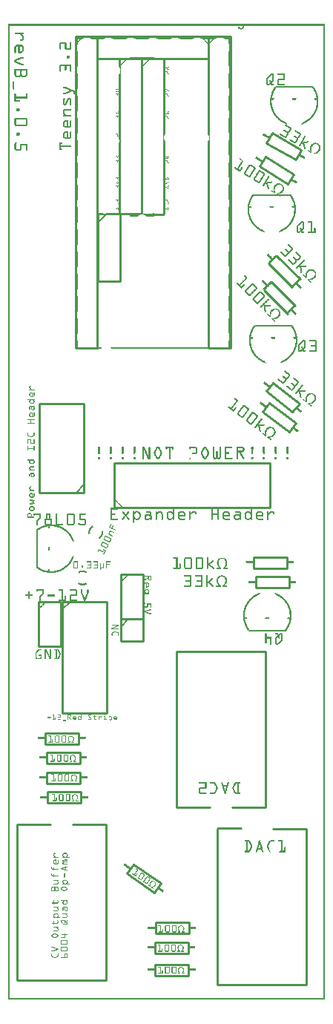
<source format=gto>
G04 MADE WITH FRITZING*
G04 WWW.FRITZING.ORG*
G04 DOUBLE SIDED*
G04 HOLES PLATED*
G04 CONTOUR ON CENTER OF CONTOUR VECTOR*
%ASAXBY*%
%FSLAX23Y23*%
%MOIN*%
%OFA0B0*%
%SFA1.0B1.0*%
%ADD10C,0.010000*%
%ADD11C,0.005000*%
%ADD12C,0.008000*%
%ADD13R,0.001000X0.001000*%
%LNSILK1*%
G90*
G70*
G54D10*
X506Y1711D02*
X506Y1611D01*
D02*
X506Y1611D02*
X606Y1611D01*
D02*
X606Y1611D02*
X606Y1711D01*
D02*
X606Y1711D02*
X506Y1711D01*
G54D11*
D02*
X506Y1676D02*
X541Y1711D01*
G54D10*
D02*
X506Y1911D02*
X506Y1711D01*
D02*
X506Y1711D02*
X606Y1711D01*
D02*
X606Y1711D02*
X606Y1911D01*
D02*
X606Y1911D02*
X506Y1911D01*
D02*
X478Y2213D02*
X1178Y2213D01*
D02*
X1178Y2213D02*
X1178Y2413D01*
D02*
X1178Y2413D02*
X478Y2413D01*
D02*
X478Y2413D02*
X478Y2213D01*
D02*
X244Y1790D02*
X244Y1290D01*
D02*
X244Y1290D02*
X444Y1290D01*
D02*
X444Y1290D02*
X444Y1790D01*
D02*
X444Y1790D02*
X244Y1790D01*
G54D11*
D02*
X244Y1755D02*
X279Y1790D01*
G54D10*
D02*
X39Y790D02*
X39Y90D01*
D02*
X39Y90D02*
X439Y90D01*
D02*
X439Y90D02*
X439Y790D01*
D02*
X39Y790D02*
X189Y790D01*
D02*
X289Y790D02*
X439Y790D01*
D02*
X342Y2279D02*
X342Y2679D01*
D02*
X342Y2679D02*
X142Y2679D01*
D02*
X142Y2679D02*
X142Y2279D01*
D02*
X142Y2279D02*
X342Y2279D01*
G54D11*
D02*
X342Y2314D02*
X307Y2279D01*
G54D12*
D02*
X1370Y4101D02*
X1205Y4101D01*
D02*
X1268Y3616D02*
X1103Y3616D01*
D02*
X1083Y1660D02*
X1248Y1660D01*
D02*
X1275Y3028D02*
X1110Y3028D01*
G54D10*
D02*
X1258Y3666D02*
X1130Y3745D01*
D02*
X1130Y3745D02*
X1156Y3787D01*
D02*
X1156Y3787D02*
X1284Y3708D01*
D02*
X1284Y3708D02*
X1258Y3666D01*
D02*
X1256Y3083D02*
X1149Y3189D01*
D02*
X1185Y3225D02*
X1291Y3119D01*
D02*
X1253Y1939D02*
X1103Y1939D01*
D02*
X1103Y1939D02*
X1103Y1989D01*
D02*
X1103Y1989D02*
X1253Y1989D01*
D02*
X1253Y1989D02*
X1253Y1939D01*
D02*
X1264Y2552D02*
X1145Y2643D01*
D02*
X1145Y2643D02*
X1175Y2683D01*
D02*
X1175Y2683D02*
X1295Y2592D01*
D02*
X1295Y2592D02*
X1264Y2552D01*
D02*
X1187Y3894D02*
X1318Y3819D01*
D02*
X1318Y3819D02*
X1293Y3776D01*
D02*
X1293Y3776D02*
X1162Y3850D01*
D02*
X1162Y3850D02*
X1187Y3894D01*
D02*
X1207Y3343D02*
X1314Y3237D01*
D02*
X1278Y3202D02*
X1172Y3308D01*
D02*
X1113Y1903D02*
X1263Y1903D01*
D02*
X1263Y1903D02*
X1263Y1853D01*
D02*
X1263Y1853D02*
X1113Y1853D01*
D02*
X1113Y1853D02*
X1113Y1903D01*
D02*
X1191Y2773D02*
X1309Y2680D01*
D02*
X1309Y2680D02*
X1278Y2641D01*
D02*
X1278Y2641D02*
X1160Y2734D01*
D02*
X1160Y2734D02*
X1191Y2773D01*
D02*
X328Y885D02*
X178Y885D01*
D02*
X178Y885D02*
X178Y935D01*
D02*
X178Y935D02*
X328Y935D01*
D02*
X328Y935D02*
X328Y885D01*
D02*
X325Y973D02*
X175Y973D01*
D02*
X175Y973D02*
X175Y1023D01*
D02*
X175Y1023D02*
X325Y1023D01*
D02*
X325Y1023D02*
X325Y973D01*
D02*
X324Y1063D02*
X174Y1063D01*
D02*
X174Y1063D02*
X174Y1113D01*
D02*
X174Y1113D02*
X324Y1113D01*
D02*
X324Y1113D02*
X324Y1063D01*
D02*
X812Y110D02*
X662Y110D01*
D02*
X662Y110D02*
X662Y160D01*
D02*
X662Y160D02*
X812Y160D01*
D02*
X812Y160D02*
X812Y110D01*
D02*
X810Y210D02*
X660Y210D01*
D02*
X660Y210D02*
X660Y260D01*
D02*
X660Y260D02*
X810Y260D01*
D02*
X810Y260D02*
X810Y210D01*
D02*
X813Y297D02*
X663Y297D01*
D02*
X663Y297D02*
X663Y347D01*
D02*
X663Y347D02*
X813Y347D01*
D02*
X813Y347D02*
X813Y297D01*
D02*
X658Y483D02*
X535Y569D01*
D02*
X535Y569D02*
X564Y610D01*
D02*
X564Y610D02*
X687Y524D01*
D02*
X687Y524D02*
X658Y483D01*
D02*
X317Y1149D02*
X167Y1149D01*
D02*
X167Y1149D02*
X167Y1199D01*
D02*
X167Y1199D02*
X317Y1199D01*
D02*
X317Y1199D02*
X317Y1149D01*
D02*
X1156Y865D02*
X1156Y1565D01*
D02*
X1156Y1565D02*
X756Y1565D01*
D02*
X756Y1565D02*
X756Y865D01*
D02*
X1156Y865D02*
X1006Y865D01*
D02*
X906Y865D02*
X756Y865D01*
D02*
X940Y769D02*
X940Y69D01*
D02*
X940Y69D02*
X1340Y69D01*
D02*
X1340Y69D02*
X1340Y769D01*
D02*
X1190Y769D02*
X1340Y769D01*
D02*
X304Y4327D02*
X304Y2927D01*
D02*
X304Y2927D02*
X404Y2927D01*
D02*
X404Y4327D02*
X304Y4327D01*
D02*
X902Y2928D02*
X1002Y2928D01*
D02*
X1002Y2928D02*
X1002Y4328D01*
D02*
X1002Y4328D02*
X902Y4328D01*
D02*
X404Y3528D02*
X404Y3228D01*
D02*
X404Y3228D02*
X504Y3228D01*
D02*
X504Y3228D02*
X504Y3528D01*
G54D11*
D02*
X404Y3493D02*
X439Y3528D01*
G54D10*
D02*
X902Y4327D02*
X402Y4327D01*
D02*
X402Y4227D02*
X902Y4227D01*
D02*
X902Y4227D02*
X902Y4327D01*
D02*
X704Y4227D02*
X604Y4227D01*
D02*
X602Y4228D02*
X502Y4228D01*
G54D12*
D02*
X129Y2108D02*
X129Y1943D01*
G54D10*
D02*
X137Y1788D02*
X137Y1588D01*
D02*
X137Y1588D02*
X237Y1588D01*
D02*
X237Y1588D02*
X237Y1788D01*
D02*
X237Y1788D02*
X137Y1788D01*
G54D13*
X0Y4384D02*
X1424Y4384D01*
X0Y4383D02*
X1424Y4383D01*
X0Y4382D02*
X1424Y4382D01*
X0Y4381D02*
X1424Y4381D01*
X0Y4380D02*
X1424Y4380D01*
X0Y4379D02*
X1424Y4379D01*
X0Y4378D02*
X1424Y4378D01*
X0Y4377D02*
X1424Y4377D01*
X0Y4376D02*
X7Y4376D01*
X1054Y4376D02*
X1060Y4376D01*
X1103Y4376D02*
X1108Y4376D01*
X1417Y4376D02*
X1424Y4376D01*
X0Y4375D02*
X7Y4375D01*
X1054Y4375D02*
X1060Y4375D01*
X1105Y4375D02*
X1107Y4375D01*
X1417Y4375D02*
X1424Y4375D01*
X0Y4374D02*
X7Y4374D01*
X1054Y4374D02*
X1060Y4374D01*
X1417Y4374D02*
X1424Y4374D01*
X0Y4373D02*
X7Y4373D01*
X1054Y4373D02*
X1060Y4373D01*
X1417Y4373D02*
X1424Y4373D01*
X0Y4372D02*
X7Y4372D01*
X1035Y4372D02*
X1038Y4372D01*
X1054Y4372D02*
X1060Y4372D01*
X1417Y4372D02*
X1424Y4372D01*
X0Y4371D02*
X7Y4371D01*
X1034Y4371D02*
X1039Y4371D01*
X1054Y4371D02*
X1060Y4371D01*
X1417Y4371D02*
X1424Y4371D01*
X0Y4370D02*
X7Y4370D01*
X1034Y4370D02*
X1039Y4370D01*
X1054Y4370D02*
X1060Y4370D01*
X1417Y4370D02*
X1424Y4370D01*
X0Y4369D02*
X7Y4369D01*
X1033Y4369D02*
X1040Y4369D01*
X1054Y4369D02*
X1060Y4369D01*
X1417Y4369D02*
X1424Y4369D01*
X0Y4368D02*
X7Y4368D01*
X1034Y4368D02*
X1041Y4368D01*
X1053Y4368D02*
X1060Y4368D01*
X1417Y4368D02*
X1424Y4368D01*
X0Y4367D02*
X7Y4367D01*
X1034Y4367D02*
X1043Y4367D01*
X1051Y4367D02*
X1060Y4367D01*
X1417Y4367D02*
X1424Y4367D01*
X0Y4366D02*
X7Y4366D01*
X1034Y4366D02*
X1059Y4366D01*
X1417Y4366D02*
X1424Y4366D01*
X0Y4365D02*
X7Y4365D01*
X1035Y4365D02*
X1059Y4365D01*
X1417Y4365D02*
X1424Y4365D01*
X0Y4364D02*
X7Y4364D01*
X1036Y4364D02*
X1058Y4364D01*
X1417Y4364D02*
X1424Y4364D01*
X0Y4363D02*
X7Y4363D01*
X1037Y4363D02*
X1057Y4363D01*
X1417Y4363D02*
X1424Y4363D01*
X0Y4362D02*
X7Y4362D01*
X1038Y4362D02*
X1056Y4362D01*
X1417Y4362D02*
X1424Y4362D01*
X0Y4361D02*
X7Y4361D01*
X1039Y4361D02*
X1054Y4361D01*
X1417Y4361D02*
X1424Y4361D01*
X0Y4360D02*
X7Y4360D01*
X1043Y4360D02*
X1051Y4360D01*
X1417Y4360D02*
X1424Y4360D01*
X0Y4359D02*
X7Y4359D01*
X1417Y4359D02*
X1424Y4359D01*
X0Y4358D02*
X7Y4358D01*
X1417Y4358D02*
X1424Y4358D01*
X0Y4357D02*
X7Y4357D01*
X1417Y4357D02*
X1424Y4357D01*
X0Y4356D02*
X7Y4356D01*
X1417Y4356D02*
X1424Y4356D01*
X0Y4355D02*
X7Y4355D01*
X1417Y4355D02*
X1424Y4355D01*
X0Y4354D02*
X7Y4354D01*
X1417Y4354D02*
X1424Y4354D01*
X0Y4353D02*
X7Y4353D01*
X1417Y4353D02*
X1424Y4353D01*
X0Y4352D02*
X7Y4352D01*
X1417Y4352D02*
X1424Y4352D01*
X0Y4351D02*
X7Y4351D01*
X1417Y4351D02*
X1424Y4351D01*
X0Y4350D02*
X7Y4350D01*
X1417Y4350D02*
X1424Y4350D01*
X0Y4349D02*
X7Y4349D01*
X1417Y4349D02*
X1424Y4349D01*
X0Y4348D02*
X7Y4348D01*
X1417Y4348D02*
X1424Y4348D01*
X0Y4347D02*
X7Y4347D01*
X1417Y4347D02*
X1424Y4347D01*
X0Y4346D02*
X7Y4346D01*
X1417Y4346D02*
X1424Y4346D01*
X0Y4345D02*
X7Y4345D01*
X31Y4345D02*
X70Y4345D01*
X1417Y4345D02*
X1424Y4345D01*
X0Y4344D02*
X7Y4344D01*
X30Y4344D02*
X70Y4344D01*
X1417Y4344D02*
X1424Y4344D01*
X0Y4343D02*
X7Y4343D01*
X29Y4343D02*
X71Y4343D01*
X1417Y4343D02*
X1424Y4343D01*
X0Y4342D02*
X7Y4342D01*
X29Y4342D02*
X71Y4342D01*
X1417Y4342D02*
X1424Y4342D01*
X0Y4341D02*
X7Y4341D01*
X29Y4341D02*
X71Y4341D01*
X1417Y4341D02*
X1424Y4341D01*
X0Y4340D02*
X7Y4340D01*
X30Y4340D02*
X70Y4340D01*
X1417Y4340D02*
X1424Y4340D01*
X0Y4339D02*
X7Y4339D01*
X31Y4339D02*
X69Y4339D01*
X1417Y4339D02*
X1424Y4339D01*
X0Y4338D02*
X7Y4338D01*
X54Y4338D02*
X63Y4338D01*
X1417Y4338D02*
X1424Y4338D01*
X0Y4337D02*
X7Y4337D01*
X55Y4337D02*
X64Y4337D01*
X1417Y4337D02*
X1424Y4337D01*
X0Y4336D02*
X7Y4336D01*
X55Y4336D02*
X65Y4336D01*
X1417Y4336D02*
X1424Y4336D01*
X0Y4335D02*
X7Y4335D01*
X56Y4335D02*
X65Y4335D01*
X1417Y4335D02*
X1424Y4335D01*
X0Y4334D02*
X7Y4334D01*
X57Y4334D02*
X66Y4334D01*
X1417Y4334D02*
X1424Y4334D01*
X0Y4333D02*
X7Y4333D01*
X58Y4333D02*
X67Y4333D01*
X1417Y4333D02*
X1424Y4333D01*
X0Y4332D02*
X7Y4332D01*
X59Y4332D02*
X68Y4332D01*
X1417Y4332D02*
X1424Y4332D01*
X0Y4331D02*
X7Y4331D01*
X60Y4331D02*
X69Y4331D01*
X1417Y4331D02*
X1424Y4331D01*
X0Y4330D02*
X7Y4330D01*
X61Y4330D02*
X70Y4330D01*
X935Y4330D02*
X935Y4330D01*
X1417Y4330D02*
X1424Y4330D01*
X0Y4329D02*
X7Y4329D01*
X61Y4329D02*
X70Y4329D01*
X337Y4329D02*
X337Y4329D01*
X868Y4329D02*
X869Y4329D01*
X934Y4329D02*
X936Y4329D01*
X1417Y4329D02*
X1424Y4329D01*
X0Y4328D02*
X7Y4328D01*
X62Y4328D02*
X71Y4328D01*
X336Y4328D02*
X338Y4328D01*
X398Y4328D02*
X406Y4328D01*
X867Y4328D02*
X870Y4328D01*
X897Y4328D02*
X906Y4328D01*
X933Y4328D02*
X937Y4328D01*
X1417Y4328D02*
X1424Y4328D01*
X0Y4327D02*
X7Y4327D01*
X63Y4327D02*
X71Y4327D01*
X335Y4327D02*
X339Y4327D01*
X397Y4327D02*
X408Y4327D01*
X866Y4327D02*
X871Y4327D01*
X897Y4327D02*
X906Y4327D01*
X932Y4327D02*
X938Y4327D01*
X1417Y4327D02*
X1424Y4327D01*
X0Y4326D02*
X7Y4326D01*
X64Y4326D02*
X71Y4326D01*
X334Y4326D02*
X339Y4326D01*
X397Y4326D02*
X408Y4326D01*
X866Y4326D02*
X872Y4326D01*
X897Y4326D02*
X906Y4326D01*
X931Y4326D02*
X937Y4326D01*
X1417Y4326D02*
X1424Y4326D01*
X0Y4325D02*
X7Y4325D01*
X64Y4325D02*
X71Y4325D01*
X333Y4325D02*
X339Y4325D01*
X397Y4325D02*
X408Y4325D01*
X867Y4325D02*
X873Y4325D01*
X897Y4325D02*
X906Y4325D01*
X930Y4325D02*
X936Y4325D01*
X1417Y4325D02*
X1424Y4325D01*
X0Y4324D02*
X7Y4324D01*
X64Y4324D02*
X71Y4324D01*
X332Y4324D02*
X338Y4324D01*
X397Y4324D02*
X408Y4324D01*
X868Y4324D02*
X874Y4324D01*
X897Y4324D02*
X906Y4324D01*
X929Y4324D02*
X935Y4324D01*
X1417Y4324D02*
X1424Y4324D01*
X0Y4323D02*
X7Y4323D01*
X64Y4323D02*
X71Y4323D01*
X309Y4323D02*
X998Y4323D01*
X1417Y4323D02*
X1424Y4323D01*
X0Y4322D02*
X7Y4322D01*
X64Y4322D02*
X71Y4322D01*
X309Y4322D02*
X449Y4322D01*
X455Y4322D02*
X549Y4322D01*
X555Y4322D02*
X649Y4322D01*
X655Y4322D02*
X749Y4322D01*
X755Y4322D02*
X848Y4322D01*
X855Y4322D02*
X942Y4322D01*
X961Y4322D02*
X998Y4322D01*
X1417Y4322D02*
X1424Y4322D01*
X0Y4321D02*
X7Y4321D01*
X64Y4321D02*
X71Y4321D01*
X309Y4321D02*
X344Y4321D01*
X363Y4321D02*
X442Y4321D01*
X462Y4321D02*
X542Y4321D01*
X562Y4321D02*
X642Y4321D01*
X662Y4321D02*
X742Y4321D01*
X762Y4321D02*
X842Y4321D01*
X862Y4321D02*
X938Y4321D01*
X965Y4321D02*
X998Y4321D01*
X1417Y4321D02*
X1424Y4321D01*
X0Y4320D02*
X7Y4320D01*
X64Y4320D02*
X71Y4320D01*
X309Y4320D02*
X340Y4320D01*
X367Y4320D02*
X438Y4320D01*
X466Y4320D02*
X538Y4320D01*
X566Y4320D02*
X638Y4320D01*
X666Y4320D02*
X738Y4320D01*
X766Y4320D02*
X838Y4320D01*
X866Y4320D02*
X936Y4320D01*
X968Y4320D02*
X998Y4320D01*
X1417Y4320D02*
X1424Y4320D01*
X0Y4319D02*
X7Y4319D01*
X64Y4319D02*
X71Y4319D01*
X309Y4319D02*
X337Y4319D01*
X370Y4319D02*
X435Y4319D01*
X469Y4319D02*
X535Y4319D01*
X569Y4319D02*
X635Y4319D01*
X669Y4319D02*
X735Y4319D01*
X769Y4319D02*
X835Y4319D01*
X869Y4319D02*
X933Y4319D01*
X970Y4319D02*
X998Y4319D01*
X1417Y4319D02*
X1424Y4319D01*
X0Y4318D02*
X7Y4318D01*
X64Y4318D02*
X71Y4318D01*
X309Y4318D02*
X335Y4318D01*
X372Y4318D02*
X433Y4318D01*
X471Y4318D02*
X533Y4318D01*
X571Y4318D02*
X633Y4318D01*
X671Y4318D02*
X733Y4318D01*
X771Y4318D02*
X833Y4318D01*
X871Y4318D02*
X931Y4318D01*
X972Y4318D02*
X998Y4318D01*
X1417Y4318D02*
X1424Y4318D01*
X0Y4317D02*
X7Y4317D01*
X63Y4317D02*
X71Y4317D01*
X309Y4317D02*
X333Y4317D01*
X374Y4317D02*
X431Y4317D01*
X473Y4317D02*
X531Y4317D01*
X573Y4317D02*
X631Y4317D01*
X673Y4317D02*
X731Y4317D01*
X773Y4317D02*
X831Y4317D01*
X873Y4317D02*
X929Y4317D01*
X974Y4317D02*
X998Y4317D01*
X1417Y4317D02*
X1424Y4317D01*
X0Y4316D02*
X7Y4316D01*
X62Y4316D02*
X70Y4316D01*
X309Y4316D02*
X315Y4316D01*
X324Y4316D02*
X330Y4316D01*
X397Y4316D02*
X408Y4316D01*
X876Y4316D02*
X882Y4316D01*
X897Y4316D02*
X906Y4316D01*
X921Y4316D02*
X927Y4316D01*
X992Y4316D02*
X998Y4316D01*
X1417Y4316D02*
X1424Y4316D01*
X0Y4315D02*
X7Y4315D01*
X56Y4315D02*
X70Y4315D01*
X309Y4315D02*
X315Y4315D01*
X323Y4315D02*
X329Y4315D01*
X397Y4315D02*
X408Y4315D01*
X877Y4315D02*
X883Y4315D01*
X897Y4315D02*
X906Y4315D01*
X920Y4315D02*
X926Y4315D01*
X992Y4315D02*
X998Y4315D01*
X1417Y4315D02*
X1424Y4315D01*
X0Y4314D02*
X7Y4314D01*
X55Y4314D02*
X69Y4314D01*
X309Y4314D02*
X315Y4314D01*
X322Y4314D02*
X328Y4314D01*
X397Y4314D02*
X408Y4314D01*
X878Y4314D02*
X884Y4314D01*
X897Y4314D02*
X906Y4314D01*
X919Y4314D02*
X925Y4314D01*
X992Y4314D02*
X998Y4314D01*
X1417Y4314D02*
X1424Y4314D01*
X0Y4313D02*
X7Y4313D01*
X55Y4313D02*
X69Y4313D01*
X309Y4313D02*
X315Y4313D01*
X321Y4313D02*
X327Y4313D01*
X397Y4313D02*
X408Y4313D01*
X879Y4313D02*
X885Y4313D01*
X897Y4313D02*
X906Y4313D01*
X918Y4313D02*
X923Y4313D01*
X992Y4313D02*
X998Y4313D01*
X1417Y4313D02*
X1424Y4313D01*
X0Y4312D02*
X7Y4312D01*
X55Y4312D02*
X68Y4312D01*
X309Y4312D02*
X315Y4312D01*
X320Y4312D02*
X325Y4312D01*
X397Y4312D02*
X408Y4312D01*
X880Y4312D02*
X886Y4312D01*
X897Y4312D02*
X906Y4312D01*
X917Y4312D02*
X922Y4312D01*
X992Y4312D02*
X998Y4312D01*
X1417Y4312D02*
X1424Y4312D01*
X0Y4311D02*
X7Y4311D01*
X55Y4311D02*
X67Y4311D01*
X309Y4311D02*
X315Y4311D01*
X319Y4311D02*
X324Y4311D01*
X397Y4311D02*
X408Y4311D01*
X881Y4311D02*
X887Y4311D01*
X897Y4311D02*
X906Y4311D01*
X916Y4311D02*
X921Y4311D01*
X992Y4311D02*
X998Y4311D01*
X1417Y4311D02*
X1424Y4311D01*
X0Y4310D02*
X7Y4310D01*
X55Y4310D02*
X66Y4310D01*
X309Y4310D02*
X315Y4310D01*
X318Y4310D02*
X323Y4310D01*
X397Y4310D02*
X408Y4310D01*
X883Y4310D02*
X888Y4310D01*
X897Y4310D02*
X906Y4310D01*
X915Y4310D02*
X920Y4310D01*
X992Y4310D02*
X998Y4310D01*
X1417Y4310D02*
X1424Y4310D01*
X0Y4309D02*
X7Y4309D01*
X56Y4309D02*
X64Y4309D01*
X309Y4309D02*
X315Y4309D01*
X317Y4309D02*
X322Y4309D01*
X397Y4309D02*
X408Y4309D01*
X884Y4309D02*
X889Y4309D01*
X897Y4309D02*
X906Y4309D01*
X914Y4309D02*
X919Y4309D01*
X992Y4309D02*
X998Y4309D01*
X1417Y4309D02*
X1424Y4309D01*
X0Y4308D02*
X7Y4308D01*
X309Y4308D02*
X321Y4308D01*
X397Y4308D02*
X408Y4308D01*
X885Y4308D02*
X890Y4308D01*
X897Y4308D02*
X906Y4308D01*
X913Y4308D02*
X918Y4308D01*
X992Y4308D02*
X998Y4308D01*
X1417Y4308D02*
X1424Y4308D01*
X0Y4307D02*
X7Y4307D01*
X309Y4307D02*
X320Y4307D01*
X397Y4307D02*
X408Y4307D01*
X885Y4307D02*
X891Y4307D01*
X897Y4307D02*
X906Y4307D01*
X912Y4307D02*
X917Y4307D01*
X992Y4307D02*
X998Y4307D01*
X1417Y4307D02*
X1424Y4307D01*
X0Y4306D02*
X7Y4306D01*
X309Y4306D02*
X319Y4306D01*
X397Y4306D02*
X408Y4306D01*
X886Y4306D02*
X892Y4306D01*
X897Y4306D02*
X906Y4306D01*
X911Y4306D02*
X917Y4306D01*
X992Y4306D02*
X998Y4306D01*
X1417Y4306D02*
X1424Y4306D01*
X0Y4305D02*
X7Y4305D01*
X309Y4305D02*
X318Y4305D01*
X397Y4305D02*
X408Y4305D01*
X887Y4305D02*
X893Y4305D01*
X897Y4305D02*
X906Y4305D01*
X910Y4305D02*
X916Y4305D01*
X992Y4305D02*
X998Y4305D01*
X1417Y4305D02*
X1424Y4305D01*
X0Y4304D02*
X7Y4304D01*
X309Y4304D02*
X318Y4304D01*
X397Y4304D02*
X408Y4304D01*
X888Y4304D02*
X894Y4304D01*
X897Y4304D02*
X906Y4304D01*
X909Y4304D02*
X915Y4304D01*
X992Y4304D02*
X998Y4304D01*
X1417Y4304D02*
X1424Y4304D01*
X0Y4303D02*
X7Y4303D01*
X237Y4303D02*
X257Y4303D01*
X281Y4303D02*
X284Y4303D01*
X309Y4303D02*
X317Y4303D01*
X397Y4303D02*
X408Y4303D01*
X889Y4303D02*
X895Y4303D01*
X897Y4303D02*
X906Y4303D01*
X908Y4303D02*
X914Y4303D01*
X992Y4303D02*
X998Y4303D01*
X1417Y4303D02*
X1424Y4303D01*
X0Y4302D02*
X7Y4302D01*
X235Y4302D02*
X259Y4302D01*
X280Y4302D02*
X285Y4302D01*
X309Y4302D02*
X316Y4302D01*
X397Y4302D02*
X408Y4302D01*
X890Y4302D02*
X913Y4302D01*
X992Y4302D02*
X998Y4302D01*
X1417Y4302D02*
X1424Y4302D01*
X0Y4301D02*
X7Y4301D01*
X234Y4301D02*
X260Y4301D01*
X280Y4301D02*
X285Y4301D01*
X309Y4301D02*
X315Y4301D01*
X397Y4301D02*
X408Y4301D01*
X891Y4301D02*
X912Y4301D01*
X992Y4301D02*
X998Y4301D01*
X1417Y4301D02*
X1424Y4301D01*
X0Y4300D02*
X7Y4300D01*
X233Y4300D02*
X261Y4300D01*
X279Y4300D02*
X285Y4300D01*
X308Y4300D02*
X315Y4300D01*
X397Y4300D02*
X408Y4300D01*
X892Y4300D02*
X911Y4300D01*
X992Y4300D02*
X998Y4300D01*
X1417Y4300D02*
X1424Y4300D01*
X0Y4299D02*
X7Y4299D01*
X233Y4299D02*
X261Y4299D01*
X279Y4299D02*
X285Y4299D01*
X307Y4299D02*
X314Y4299D01*
X397Y4299D02*
X408Y4299D01*
X893Y4299D02*
X910Y4299D01*
X992Y4299D02*
X998Y4299D01*
X1417Y4299D02*
X1424Y4299D01*
X0Y4298D02*
X7Y4298D01*
X232Y4298D02*
X262Y4298D01*
X279Y4298D02*
X285Y4298D01*
X306Y4298D02*
X314Y4298D01*
X397Y4298D02*
X408Y4298D01*
X894Y4298D02*
X909Y4298D01*
X992Y4298D02*
X998Y4298D01*
X1417Y4298D02*
X1424Y4298D01*
X0Y4297D02*
X7Y4297D01*
X232Y4297D02*
X262Y4297D01*
X279Y4297D02*
X285Y4297D01*
X305Y4297D02*
X313Y4297D01*
X397Y4297D02*
X408Y4297D01*
X895Y4297D02*
X908Y4297D01*
X992Y4297D02*
X998Y4297D01*
X1417Y4297D02*
X1424Y4297D01*
X0Y4296D02*
X7Y4296D01*
X232Y4296D02*
X238Y4296D01*
X256Y4296D02*
X262Y4296D01*
X279Y4296D02*
X285Y4296D01*
X304Y4296D02*
X313Y4296D01*
X397Y4296D02*
X408Y4296D01*
X896Y4296D02*
X907Y4296D01*
X993Y4296D02*
X998Y4296D01*
X1417Y4296D02*
X1424Y4296D01*
X0Y4295D02*
X7Y4295D01*
X232Y4295D02*
X238Y4295D01*
X256Y4295D02*
X262Y4295D01*
X279Y4295D02*
X285Y4295D01*
X303Y4295D02*
X312Y4295D01*
X397Y4295D02*
X408Y4295D01*
X897Y4295D02*
X906Y4295D01*
X993Y4295D02*
X998Y4295D01*
X1417Y4295D02*
X1424Y4295D01*
X0Y4294D02*
X7Y4294D01*
X232Y4294D02*
X238Y4294D01*
X256Y4294D02*
X262Y4294D01*
X279Y4294D02*
X285Y4294D01*
X303Y4294D02*
X312Y4294D01*
X397Y4294D02*
X408Y4294D01*
X897Y4294D02*
X906Y4294D01*
X994Y4294D02*
X998Y4294D01*
X1417Y4294D02*
X1424Y4294D01*
X0Y4293D02*
X7Y4293D01*
X232Y4293D02*
X238Y4293D01*
X256Y4293D02*
X262Y4293D01*
X279Y4293D02*
X285Y4293D01*
X304Y4293D02*
X307Y4293D01*
X309Y4293D02*
X312Y4293D01*
X397Y4293D02*
X408Y4293D01*
X897Y4293D02*
X906Y4293D01*
X994Y4293D02*
X998Y4293D01*
X1417Y4293D02*
X1424Y4293D01*
X0Y4292D02*
X7Y4292D01*
X232Y4292D02*
X238Y4292D01*
X256Y4292D02*
X262Y4292D01*
X279Y4292D02*
X285Y4292D01*
X305Y4292D02*
X306Y4292D01*
X309Y4292D02*
X311Y4292D01*
X397Y4292D02*
X408Y4292D01*
X897Y4292D02*
X906Y4292D01*
X994Y4292D02*
X998Y4292D01*
X1417Y4292D02*
X1424Y4292D01*
X0Y4291D02*
X7Y4291D01*
X41Y4291D02*
X59Y4291D01*
X232Y4291D02*
X238Y4291D01*
X256Y4291D02*
X262Y4291D01*
X279Y4291D02*
X285Y4291D01*
X309Y4291D02*
X311Y4291D01*
X397Y4291D02*
X408Y4291D01*
X897Y4291D02*
X906Y4291D01*
X994Y4291D02*
X998Y4291D01*
X1417Y4291D02*
X1424Y4291D01*
X0Y4290D02*
X7Y4290D01*
X38Y4290D02*
X62Y4290D01*
X232Y4290D02*
X238Y4290D01*
X256Y4290D02*
X262Y4290D01*
X279Y4290D02*
X285Y4290D01*
X309Y4290D02*
X311Y4290D01*
X397Y4290D02*
X408Y4290D01*
X897Y4290D02*
X906Y4290D01*
X995Y4290D02*
X998Y4290D01*
X1417Y4290D02*
X1424Y4290D01*
X0Y4289D02*
X7Y4289D01*
X36Y4289D02*
X64Y4289D01*
X232Y4289D02*
X238Y4289D01*
X256Y4289D02*
X262Y4289D01*
X279Y4289D02*
X285Y4289D01*
X309Y4289D02*
X311Y4289D01*
X397Y4289D02*
X408Y4289D01*
X897Y4289D02*
X906Y4289D01*
X995Y4289D02*
X998Y4289D01*
X1417Y4289D02*
X1424Y4289D01*
X0Y4288D02*
X7Y4288D01*
X35Y4288D02*
X65Y4288D01*
X232Y4288D02*
X238Y4288D01*
X256Y4288D02*
X262Y4288D01*
X279Y4288D02*
X285Y4288D01*
X309Y4288D02*
X310Y4288D01*
X397Y4288D02*
X408Y4288D01*
X897Y4288D02*
X906Y4288D01*
X995Y4288D02*
X998Y4288D01*
X1417Y4288D02*
X1424Y4288D01*
X0Y4287D02*
X7Y4287D01*
X34Y4287D02*
X66Y4287D01*
X232Y4287D02*
X238Y4287D01*
X256Y4287D02*
X262Y4287D01*
X279Y4287D02*
X285Y4287D01*
X309Y4287D02*
X310Y4287D01*
X397Y4287D02*
X408Y4287D01*
X897Y4287D02*
X906Y4287D01*
X995Y4287D02*
X998Y4287D01*
X1417Y4287D02*
X1424Y4287D01*
X0Y4286D02*
X7Y4286D01*
X33Y4286D02*
X67Y4286D01*
X232Y4286D02*
X238Y4286D01*
X256Y4286D02*
X262Y4286D01*
X279Y4286D02*
X285Y4286D01*
X309Y4286D02*
X310Y4286D01*
X397Y4286D02*
X408Y4286D01*
X897Y4286D02*
X906Y4286D01*
X996Y4286D02*
X998Y4286D01*
X1417Y4286D02*
X1424Y4286D01*
X0Y4285D02*
X7Y4285D01*
X32Y4285D02*
X68Y4285D01*
X232Y4285D02*
X238Y4285D01*
X256Y4285D02*
X262Y4285D01*
X279Y4285D02*
X285Y4285D01*
X309Y4285D02*
X310Y4285D01*
X397Y4285D02*
X408Y4285D01*
X897Y4285D02*
X906Y4285D01*
X996Y4285D02*
X998Y4285D01*
X1417Y4285D02*
X1424Y4285D01*
X0Y4284D02*
X7Y4284D01*
X31Y4284D02*
X69Y4284D01*
X232Y4284D02*
X238Y4284D01*
X256Y4284D02*
X262Y4284D01*
X279Y4284D02*
X285Y4284D01*
X309Y4284D02*
X310Y4284D01*
X397Y4284D02*
X408Y4284D01*
X897Y4284D02*
X906Y4284D01*
X996Y4284D02*
X998Y4284D01*
X1417Y4284D02*
X1424Y4284D01*
X0Y4283D02*
X7Y4283D01*
X31Y4283D02*
X40Y4283D01*
X45Y4283D02*
X52Y4283D01*
X60Y4283D02*
X69Y4283D01*
X232Y4283D02*
X238Y4283D01*
X256Y4283D02*
X262Y4283D01*
X279Y4283D02*
X285Y4283D01*
X309Y4283D02*
X309Y4283D01*
X398Y4283D02*
X408Y4283D01*
X897Y4283D02*
X906Y4283D01*
X996Y4283D02*
X998Y4283D01*
X1417Y4283D02*
X1424Y4283D01*
X0Y4282D02*
X7Y4282D01*
X30Y4282D02*
X39Y4282D01*
X45Y4282D02*
X52Y4282D01*
X61Y4282D02*
X70Y4282D01*
X232Y4282D02*
X238Y4282D01*
X256Y4282D02*
X262Y4282D01*
X279Y4282D02*
X285Y4282D01*
X309Y4282D02*
X309Y4282D01*
X398Y4282D02*
X408Y4282D01*
X897Y4282D02*
X906Y4282D01*
X996Y4282D02*
X998Y4282D01*
X1417Y4282D02*
X1424Y4282D01*
X0Y4281D02*
X7Y4281D01*
X30Y4281D02*
X38Y4281D01*
X45Y4281D02*
X52Y4281D01*
X62Y4281D02*
X70Y4281D01*
X232Y4281D02*
X238Y4281D01*
X256Y4281D02*
X262Y4281D01*
X279Y4281D02*
X285Y4281D01*
X309Y4281D02*
X309Y4281D01*
X398Y4281D02*
X407Y4281D01*
X897Y4281D02*
X906Y4281D01*
X996Y4281D02*
X998Y4281D01*
X1417Y4281D02*
X1424Y4281D01*
X0Y4280D02*
X7Y4280D01*
X29Y4280D02*
X37Y4280D01*
X45Y4280D02*
X52Y4280D01*
X63Y4280D02*
X71Y4280D01*
X232Y4280D02*
X238Y4280D01*
X256Y4280D02*
X262Y4280D01*
X279Y4280D02*
X285Y4280D01*
X309Y4280D02*
X309Y4280D01*
X398Y4280D02*
X407Y4280D01*
X897Y4280D02*
X906Y4280D01*
X996Y4280D02*
X998Y4280D01*
X1417Y4280D02*
X1424Y4280D01*
X0Y4279D02*
X7Y4279D01*
X29Y4279D02*
X36Y4279D01*
X45Y4279D02*
X52Y4279D01*
X64Y4279D02*
X71Y4279D01*
X232Y4279D02*
X238Y4279D01*
X256Y4279D02*
X262Y4279D01*
X279Y4279D02*
X285Y4279D01*
X309Y4279D02*
X309Y4279D01*
X398Y4279D02*
X407Y4279D01*
X897Y4279D02*
X906Y4279D01*
X996Y4279D02*
X998Y4279D01*
X1417Y4279D02*
X1424Y4279D01*
X0Y4278D02*
X7Y4278D01*
X29Y4278D02*
X36Y4278D01*
X45Y4278D02*
X52Y4278D01*
X64Y4278D02*
X71Y4278D01*
X232Y4278D02*
X238Y4278D01*
X256Y4278D02*
X262Y4278D01*
X279Y4278D02*
X285Y4278D01*
X309Y4278D02*
X309Y4278D01*
X398Y4278D02*
X407Y4278D01*
X897Y4278D02*
X906Y4278D01*
X996Y4278D02*
X998Y4278D01*
X1417Y4278D02*
X1424Y4278D01*
X0Y4277D02*
X7Y4277D01*
X29Y4277D02*
X36Y4277D01*
X45Y4277D02*
X52Y4277D01*
X64Y4277D02*
X71Y4277D01*
X232Y4277D02*
X238Y4277D01*
X256Y4277D02*
X262Y4277D01*
X279Y4277D02*
X285Y4277D01*
X309Y4277D02*
X309Y4277D01*
X398Y4277D02*
X407Y4277D01*
X897Y4277D02*
X906Y4277D01*
X996Y4277D02*
X998Y4277D01*
X1417Y4277D02*
X1424Y4277D01*
X0Y4276D02*
X7Y4276D01*
X29Y4276D02*
X36Y4276D01*
X45Y4276D02*
X52Y4276D01*
X64Y4276D02*
X71Y4276D01*
X232Y4276D02*
X238Y4276D01*
X256Y4276D02*
X262Y4276D01*
X279Y4276D02*
X285Y4276D01*
X309Y4276D02*
X309Y4276D01*
X398Y4276D02*
X407Y4276D01*
X897Y4276D02*
X906Y4276D01*
X996Y4276D02*
X998Y4276D01*
X1417Y4276D02*
X1424Y4276D01*
X0Y4275D02*
X7Y4275D01*
X29Y4275D02*
X36Y4275D01*
X45Y4275D02*
X52Y4275D01*
X64Y4275D02*
X71Y4275D01*
X232Y4275D02*
X238Y4275D01*
X256Y4275D02*
X285Y4275D01*
X309Y4275D02*
X309Y4275D01*
X398Y4275D02*
X408Y4275D01*
X897Y4275D02*
X906Y4275D01*
X996Y4275D02*
X998Y4275D01*
X1417Y4275D02*
X1424Y4275D01*
X0Y4274D02*
X7Y4274D01*
X29Y4274D02*
X36Y4274D01*
X45Y4274D02*
X52Y4274D01*
X64Y4274D02*
X71Y4274D01*
X232Y4274D02*
X238Y4274D01*
X256Y4274D02*
X285Y4274D01*
X309Y4274D02*
X309Y4274D01*
X398Y4274D02*
X408Y4274D01*
X897Y4274D02*
X906Y4274D01*
X996Y4274D02*
X998Y4274D01*
X1417Y4274D02*
X1424Y4274D01*
X0Y4273D02*
X7Y4273D01*
X29Y4273D02*
X36Y4273D01*
X45Y4273D02*
X52Y4273D01*
X64Y4273D02*
X71Y4273D01*
X232Y4273D02*
X238Y4273D01*
X256Y4273D02*
X285Y4273D01*
X309Y4273D02*
X309Y4273D01*
X398Y4273D02*
X408Y4273D01*
X897Y4273D02*
X906Y4273D01*
X996Y4273D02*
X998Y4273D01*
X1417Y4273D02*
X1424Y4273D01*
X0Y4272D02*
X7Y4272D01*
X29Y4272D02*
X36Y4272D01*
X45Y4272D02*
X52Y4272D01*
X64Y4272D02*
X71Y4272D01*
X232Y4272D02*
X238Y4272D01*
X257Y4272D02*
X285Y4272D01*
X309Y4272D02*
X309Y4272D01*
X397Y4272D02*
X408Y4272D01*
X897Y4272D02*
X906Y4272D01*
X996Y4272D02*
X998Y4272D01*
X1417Y4272D02*
X1424Y4272D01*
X0Y4271D02*
X7Y4271D01*
X29Y4271D02*
X36Y4271D01*
X45Y4271D02*
X52Y4271D01*
X64Y4271D02*
X71Y4271D01*
X233Y4271D02*
X238Y4271D01*
X258Y4271D02*
X285Y4271D01*
X309Y4271D02*
X310Y4271D01*
X397Y4271D02*
X408Y4271D01*
X897Y4271D02*
X906Y4271D01*
X995Y4271D02*
X998Y4271D01*
X1417Y4271D02*
X1424Y4271D01*
X0Y4270D02*
X7Y4270D01*
X29Y4270D02*
X36Y4270D01*
X45Y4270D02*
X52Y4270D01*
X64Y4270D02*
X71Y4270D01*
X233Y4270D02*
X237Y4270D01*
X259Y4270D02*
X285Y4270D01*
X309Y4270D02*
X310Y4270D01*
X397Y4270D02*
X408Y4270D01*
X897Y4270D02*
X906Y4270D01*
X995Y4270D02*
X998Y4270D01*
X1417Y4270D02*
X1424Y4270D01*
X0Y4269D02*
X7Y4269D01*
X29Y4269D02*
X36Y4269D01*
X45Y4269D02*
X52Y4269D01*
X64Y4269D02*
X71Y4269D01*
X235Y4269D02*
X235Y4269D01*
X262Y4269D02*
X285Y4269D01*
X309Y4269D02*
X310Y4269D01*
X397Y4269D02*
X408Y4269D01*
X897Y4269D02*
X906Y4269D01*
X995Y4269D02*
X998Y4269D01*
X1417Y4269D02*
X1424Y4269D01*
X0Y4268D02*
X7Y4268D01*
X29Y4268D02*
X36Y4268D01*
X45Y4268D02*
X52Y4268D01*
X64Y4268D02*
X71Y4268D01*
X309Y4268D02*
X310Y4268D01*
X397Y4268D02*
X408Y4268D01*
X897Y4268D02*
X906Y4268D01*
X995Y4268D02*
X998Y4268D01*
X1417Y4268D02*
X1424Y4268D01*
X0Y4267D02*
X7Y4267D01*
X29Y4267D02*
X36Y4267D01*
X45Y4267D02*
X52Y4267D01*
X64Y4267D02*
X71Y4267D01*
X309Y4267D02*
X310Y4267D01*
X397Y4267D02*
X408Y4267D01*
X897Y4267D02*
X906Y4267D01*
X994Y4267D02*
X998Y4267D01*
X1417Y4267D02*
X1424Y4267D01*
X0Y4266D02*
X7Y4266D01*
X29Y4266D02*
X36Y4266D01*
X45Y4266D02*
X52Y4266D01*
X64Y4266D02*
X71Y4266D01*
X309Y4266D02*
X311Y4266D01*
X397Y4266D02*
X408Y4266D01*
X897Y4266D02*
X906Y4266D01*
X994Y4266D02*
X998Y4266D01*
X1417Y4266D02*
X1424Y4266D01*
X0Y4265D02*
X7Y4265D01*
X29Y4265D02*
X36Y4265D01*
X45Y4265D02*
X52Y4265D01*
X63Y4265D02*
X71Y4265D01*
X309Y4265D02*
X311Y4265D01*
X397Y4265D02*
X408Y4265D01*
X897Y4265D02*
X906Y4265D01*
X994Y4265D02*
X998Y4265D01*
X1417Y4265D02*
X1424Y4265D01*
X0Y4264D02*
X7Y4264D01*
X29Y4264D02*
X36Y4264D01*
X45Y4264D02*
X52Y4264D01*
X63Y4264D02*
X70Y4264D01*
X309Y4264D02*
X311Y4264D01*
X397Y4264D02*
X408Y4264D01*
X897Y4264D02*
X906Y4264D01*
X994Y4264D02*
X998Y4264D01*
X1417Y4264D02*
X1424Y4264D01*
X0Y4263D02*
X7Y4263D01*
X29Y4263D02*
X36Y4263D01*
X45Y4263D02*
X52Y4263D01*
X62Y4263D02*
X70Y4263D01*
X309Y4263D02*
X312Y4263D01*
X397Y4263D02*
X408Y4263D01*
X897Y4263D02*
X906Y4263D01*
X993Y4263D02*
X998Y4263D01*
X1417Y4263D02*
X1424Y4263D01*
X0Y4262D02*
X7Y4262D01*
X29Y4262D02*
X36Y4262D01*
X45Y4262D02*
X52Y4262D01*
X61Y4262D02*
X69Y4262D01*
X309Y4262D02*
X312Y4262D01*
X397Y4262D02*
X408Y4262D01*
X897Y4262D02*
X906Y4262D01*
X993Y4262D02*
X998Y4262D01*
X1417Y4262D02*
X1424Y4262D01*
X0Y4261D02*
X7Y4261D01*
X29Y4261D02*
X36Y4261D01*
X45Y4261D02*
X69Y4261D01*
X309Y4261D02*
X312Y4261D01*
X397Y4261D02*
X408Y4261D01*
X897Y4261D02*
X906Y4261D01*
X992Y4261D02*
X998Y4261D01*
X1417Y4261D02*
X1424Y4261D01*
X0Y4260D02*
X7Y4260D01*
X29Y4260D02*
X36Y4260D01*
X45Y4260D02*
X68Y4260D01*
X309Y4260D02*
X313Y4260D01*
X397Y4260D02*
X408Y4260D01*
X897Y4260D02*
X906Y4260D01*
X992Y4260D02*
X998Y4260D01*
X1417Y4260D02*
X1424Y4260D01*
X0Y4259D02*
X7Y4259D01*
X29Y4259D02*
X36Y4259D01*
X45Y4259D02*
X67Y4259D01*
X309Y4259D02*
X313Y4259D01*
X397Y4259D02*
X408Y4259D01*
X897Y4259D02*
X906Y4259D01*
X992Y4259D02*
X998Y4259D01*
X1417Y4259D02*
X1424Y4259D01*
X0Y4258D02*
X7Y4258D01*
X29Y4258D02*
X36Y4258D01*
X45Y4258D02*
X66Y4258D01*
X309Y4258D02*
X314Y4258D01*
X397Y4258D02*
X408Y4258D01*
X897Y4258D02*
X906Y4258D01*
X992Y4258D02*
X998Y4258D01*
X1417Y4258D02*
X1424Y4258D01*
X0Y4257D02*
X7Y4257D01*
X29Y4257D02*
X36Y4257D01*
X45Y4257D02*
X65Y4257D01*
X309Y4257D02*
X314Y4257D01*
X397Y4257D02*
X408Y4257D01*
X897Y4257D02*
X906Y4257D01*
X992Y4257D02*
X998Y4257D01*
X1417Y4257D02*
X1424Y4257D01*
X0Y4256D02*
X7Y4256D01*
X29Y4256D02*
X35Y4256D01*
X45Y4256D02*
X64Y4256D01*
X309Y4256D02*
X315Y4256D01*
X397Y4256D02*
X408Y4256D01*
X897Y4256D02*
X906Y4256D01*
X992Y4256D02*
X998Y4256D01*
X1417Y4256D02*
X1424Y4256D01*
X0Y4255D02*
X7Y4255D01*
X30Y4255D02*
X35Y4255D01*
X46Y4255D02*
X63Y4255D01*
X309Y4255D02*
X315Y4255D01*
X397Y4255D02*
X408Y4255D01*
X897Y4255D02*
X906Y4255D01*
X992Y4255D02*
X998Y4255D01*
X1417Y4255D02*
X1424Y4255D01*
X0Y4254D02*
X7Y4254D01*
X31Y4254D02*
X34Y4254D01*
X47Y4254D02*
X61Y4254D01*
X309Y4254D02*
X315Y4254D01*
X397Y4254D02*
X408Y4254D01*
X897Y4254D02*
X906Y4254D01*
X992Y4254D02*
X998Y4254D01*
X1417Y4254D02*
X1424Y4254D01*
X0Y4253D02*
X7Y4253D01*
X309Y4253D02*
X315Y4253D01*
X397Y4253D02*
X408Y4253D01*
X897Y4253D02*
X906Y4253D01*
X992Y4253D02*
X998Y4253D01*
X1417Y4253D02*
X1424Y4253D01*
X0Y4252D02*
X7Y4252D01*
X309Y4252D02*
X315Y4252D01*
X397Y4252D02*
X408Y4252D01*
X897Y4252D02*
X906Y4252D01*
X992Y4252D02*
X998Y4252D01*
X1417Y4252D02*
X1424Y4252D01*
X0Y4251D02*
X7Y4251D01*
X309Y4251D02*
X315Y4251D01*
X397Y4251D02*
X408Y4251D01*
X897Y4251D02*
X906Y4251D01*
X992Y4251D02*
X998Y4251D01*
X1417Y4251D02*
X1424Y4251D01*
X0Y4250D02*
X7Y4250D01*
X309Y4250D02*
X315Y4250D01*
X397Y4250D02*
X408Y4250D01*
X897Y4250D02*
X906Y4250D01*
X992Y4250D02*
X998Y4250D01*
X1417Y4250D02*
X1424Y4250D01*
X0Y4249D02*
X7Y4249D01*
X309Y4249D02*
X315Y4249D01*
X397Y4249D02*
X408Y4249D01*
X897Y4249D02*
X906Y4249D01*
X992Y4249D02*
X998Y4249D01*
X1417Y4249D02*
X1424Y4249D01*
X0Y4248D02*
X7Y4248D01*
X309Y4248D02*
X315Y4248D01*
X397Y4248D02*
X408Y4248D01*
X897Y4248D02*
X906Y4248D01*
X992Y4248D02*
X998Y4248D01*
X1417Y4248D02*
X1424Y4248D01*
X0Y4247D02*
X7Y4247D01*
X309Y4247D02*
X315Y4247D01*
X397Y4247D02*
X408Y4247D01*
X897Y4247D02*
X906Y4247D01*
X992Y4247D02*
X998Y4247D01*
X1417Y4247D02*
X1424Y4247D01*
X0Y4246D02*
X7Y4246D01*
X309Y4246D02*
X315Y4246D01*
X397Y4246D02*
X408Y4246D01*
X897Y4246D02*
X906Y4246D01*
X992Y4246D02*
X998Y4246D01*
X1417Y4246D02*
X1424Y4246D01*
X0Y4245D02*
X7Y4245D01*
X309Y4245D02*
X315Y4245D01*
X397Y4245D02*
X408Y4245D01*
X897Y4245D02*
X906Y4245D01*
X992Y4245D02*
X998Y4245D01*
X1417Y4245D02*
X1424Y4245D01*
X0Y4244D02*
X7Y4244D01*
X309Y4244D02*
X315Y4244D01*
X397Y4244D02*
X408Y4244D01*
X897Y4244D02*
X906Y4244D01*
X992Y4244D02*
X998Y4244D01*
X1417Y4244D02*
X1424Y4244D01*
X0Y4243D02*
X7Y4243D01*
X309Y4243D02*
X315Y4243D01*
X397Y4243D02*
X408Y4243D01*
X897Y4243D02*
X906Y4243D01*
X992Y4243D02*
X998Y4243D01*
X1417Y4243D02*
X1424Y4243D01*
X0Y4242D02*
X7Y4242D01*
X266Y4242D02*
X275Y4242D01*
X309Y4242D02*
X315Y4242D01*
X397Y4242D02*
X408Y4242D01*
X897Y4242D02*
X906Y4242D01*
X992Y4242D02*
X998Y4242D01*
X1417Y4242D02*
X1424Y4242D01*
X0Y4241D02*
X7Y4241D01*
X265Y4241D02*
X276Y4241D01*
X309Y4241D02*
X315Y4241D01*
X397Y4241D02*
X408Y4241D01*
X897Y4241D02*
X906Y4241D01*
X992Y4241D02*
X998Y4241D01*
X1417Y4241D02*
X1424Y4241D01*
X0Y4240D02*
X7Y4240D01*
X265Y4240D02*
X276Y4240D01*
X309Y4240D02*
X315Y4240D01*
X397Y4240D02*
X408Y4240D01*
X897Y4240D02*
X906Y4240D01*
X992Y4240D02*
X998Y4240D01*
X1417Y4240D02*
X1424Y4240D01*
X0Y4239D02*
X7Y4239D01*
X265Y4239D02*
X277Y4239D01*
X309Y4239D02*
X315Y4239D01*
X397Y4239D02*
X408Y4239D01*
X897Y4239D02*
X906Y4239D01*
X992Y4239D02*
X998Y4239D01*
X1417Y4239D02*
X1424Y4239D01*
X0Y4238D02*
X7Y4238D01*
X265Y4238D02*
X277Y4238D01*
X309Y4238D02*
X315Y4238D01*
X397Y4238D02*
X408Y4238D01*
X897Y4238D02*
X906Y4238D01*
X992Y4238D02*
X998Y4238D01*
X1417Y4238D02*
X1424Y4238D01*
X0Y4237D02*
X7Y4237D01*
X265Y4237D02*
X277Y4237D01*
X309Y4237D02*
X315Y4237D01*
X397Y4237D02*
X408Y4237D01*
X897Y4237D02*
X906Y4237D01*
X992Y4237D02*
X998Y4237D01*
X1417Y4237D02*
X1424Y4237D01*
X0Y4236D02*
X7Y4236D01*
X60Y4236D02*
X69Y4236D01*
X265Y4236D02*
X277Y4236D01*
X309Y4236D02*
X315Y4236D01*
X397Y4236D02*
X408Y4236D01*
X897Y4236D02*
X906Y4236D01*
X992Y4236D02*
X998Y4236D01*
X1417Y4236D02*
X1424Y4236D01*
X0Y4235D02*
X7Y4235D01*
X58Y4235D02*
X70Y4235D01*
X265Y4235D02*
X277Y4235D01*
X309Y4235D02*
X315Y4235D01*
X397Y4235D02*
X408Y4235D01*
X897Y4235D02*
X906Y4235D01*
X992Y4235D02*
X998Y4235D01*
X1417Y4235D02*
X1424Y4235D01*
X0Y4234D02*
X7Y4234D01*
X55Y4234D02*
X71Y4234D01*
X265Y4234D02*
X277Y4234D01*
X309Y4234D02*
X315Y4234D01*
X397Y4234D02*
X408Y4234D01*
X549Y4234D02*
X656Y4234D01*
X897Y4234D02*
X906Y4234D01*
X992Y4234D02*
X998Y4234D01*
X1417Y4234D02*
X1424Y4234D01*
X0Y4233D02*
X7Y4233D01*
X53Y4233D02*
X71Y4233D01*
X265Y4233D02*
X277Y4233D01*
X309Y4233D02*
X315Y4233D01*
X397Y4233D02*
X408Y4233D01*
X549Y4233D02*
X656Y4233D01*
X897Y4233D02*
X906Y4233D01*
X992Y4233D02*
X998Y4233D01*
X1417Y4233D02*
X1424Y4233D01*
X0Y4232D02*
X7Y4232D01*
X51Y4232D02*
X71Y4232D01*
X265Y4232D02*
X276Y4232D01*
X309Y4232D02*
X315Y4232D01*
X397Y4232D02*
X408Y4232D01*
X549Y4232D02*
X656Y4232D01*
X897Y4232D02*
X906Y4232D01*
X992Y4232D02*
X998Y4232D01*
X1417Y4232D02*
X1424Y4232D01*
X0Y4231D02*
X7Y4231D01*
X48Y4231D02*
X71Y4231D01*
X265Y4231D02*
X276Y4231D01*
X309Y4231D02*
X315Y4231D01*
X397Y4231D02*
X408Y4231D01*
X549Y4231D02*
X656Y4231D01*
X897Y4231D02*
X906Y4231D01*
X992Y4231D02*
X998Y4231D01*
X1417Y4231D02*
X1424Y4231D01*
X0Y4230D02*
X7Y4230D01*
X46Y4230D02*
X70Y4230D01*
X266Y4230D02*
X275Y4230D01*
X309Y4230D02*
X315Y4230D01*
X397Y4230D02*
X408Y4230D01*
X535Y4230D02*
X535Y4230D01*
X549Y4230D02*
X656Y4230D01*
X897Y4230D02*
X906Y4230D01*
X992Y4230D02*
X998Y4230D01*
X1417Y4230D02*
X1424Y4230D01*
X0Y4229D02*
X7Y4229D01*
X44Y4229D02*
X68Y4229D01*
X268Y4229D02*
X273Y4229D01*
X309Y4229D02*
X315Y4229D01*
X397Y4229D02*
X408Y4229D01*
X534Y4229D02*
X536Y4229D01*
X549Y4229D02*
X656Y4229D01*
X897Y4229D02*
X906Y4229D01*
X992Y4229D02*
X998Y4229D01*
X1417Y4229D02*
X1424Y4229D01*
X0Y4228D02*
X7Y4228D01*
X42Y4228D02*
X60Y4228D01*
X309Y4228D02*
X315Y4228D01*
X399Y4228D02*
X408Y4228D01*
X497Y4228D02*
X506Y4228D01*
X533Y4228D02*
X537Y4228D01*
X549Y4228D02*
X656Y4228D01*
X699Y4228D02*
X707Y4228D01*
X897Y4228D02*
X906Y4228D01*
X992Y4228D02*
X998Y4228D01*
X1417Y4228D02*
X1424Y4228D01*
X0Y4227D02*
X7Y4227D01*
X39Y4227D02*
X57Y4227D01*
X309Y4227D02*
X315Y4227D01*
X399Y4227D02*
X408Y4227D01*
X497Y4227D02*
X506Y4227D01*
X532Y4227D02*
X538Y4227D01*
X549Y4227D02*
X555Y4227D01*
X597Y4227D02*
X608Y4227D01*
X634Y4227D02*
X639Y4227D01*
X650Y4227D02*
X656Y4227D01*
X699Y4227D02*
X708Y4227D01*
X897Y4227D02*
X906Y4227D01*
X992Y4227D02*
X998Y4227D01*
X1417Y4227D02*
X1424Y4227D01*
X0Y4226D02*
X7Y4226D01*
X37Y4226D02*
X55Y4226D01*
X309Y4226D02*
X315Y4226D01*
X399Y4226D02*
X408Y4226D01*
X497Y4226D02*
X506Y4226D01*
X531Y4226D02*
X537Y4226D01*
X549Y4226D02*
X555Y4226D01*
X597Y4226D02*
X608Y4226D01*
X633Y4226D02*
X639Y4226D01*
X650Y4226D02*
X656Y4226D01*
X699Y4226D02*
X708Y4226D01*
X897Y4226D02*
X906Y4226D01*
X992Y4226D02*
X998Y4226D01*
X1417Y4226D02*
X1424Y4226D01*
X0Y4225D02*
X7Y4225D01*
X35Y4225D02*
X53Y4225D01*
X309Y4225D02*
X315Y4225D01*
X399Y4225D02*
X408Y4225D01*
X497Y4225D02*
X506Y4225D01*
X530Y4225D02*
X536Y4225D01*
X549Y4225D02*
X555Y4225D01*
X597Y4225D02*
X608Y4225D01*
X632Y4225D02*
X638Y4225D01*
X650Y4225D02*
X656Y4225D01*
X699Y4225D02*
X708Y4225D01*
X897Y4225D02*
X906Y4225D01*
X992Y4225D02*
X998Y4225D01*
X1417Y4225D02*
X1424Y4225D01*
X0Y4224D02*
X7Y4224D01*
X32Y4224D02*
X50Y4224D01*
X309Y4224D02*
X315Y4224D01*
X399Y4224D02*
X408Y4224D01*
X497Y4224D02*
X506Y4224D01*
X529Y4224D02*
X535Y4224D01*
X549Y4224D02*
X555Y4224D01*
X597Y4224D02*
X608Y4224D01*
X631Y4224D02*
X637Y4224D01*
X650Y4224D02*
X656Y4224D01*
X699Y4224D02*
X708Y4224D01*
X897Y4224D02*
X906Y4224D01*
X992Y4224D02*
X998Y4224D01*
X1417Y4224D02*
X1424Y4224D01*
X0Y4223D02*
X7Y4223D01*
X30Y4223D02*
X48Y4223D01*
X309Y4223D02*
X315Y4223D01*
X399Y4223D02*
X408Y4223D01*
X497Y4223D02*
X506Y4223D01*
X528Y4223D02*
X534Y4223D01*
X549Y4223D02*
X555Y4223D01*
X597Y4223D02*
X608Y4223D01*
X630Y4223D02*
X636Y4223D01*
X650Y4223D02*
X656Y4223D01*
X699Y4223D02*
X708Y4223D01*
X897Y4223D02*
X906Y4223D01*
X992Y4223D02*
X998Y4223D01*
X1417Y4223D02*
X1424Y4223D01*
X0Y4222D02*
X7Y4222D01*
X30Y4222D02*
X46Y4222D01*
X309Y4222D02*
X315Y4222D01*
X399Y4222D02*
X408Y4222D01*
X497Y4222D02*
X506Y4222D01*
X527Y4222D02*
X533Y4222D01*
X597Y4222D02*
X608Y4222D01*
X629Y4222D02*
X635Y4222D01*
X650Y4222D02*
X650Y4222D01*
X699Y4222D02*
X708Y4222D01*
X897Y4222D02*
X906Y4222D01*
X992Y4222D02*
X998Y4222D01*
X1417Y4222D02*
X1424Y4222D01*
X0Y4221D02*
X7Y4221D01*
X29Y4221D02*
X44Y4221D01*
X309Y4221D02*
X315Y4221D01*
X399Y4221D02*
X408Y4221D01*
X497Y4221D02*
X506Y4221D01*
X526Y4221D02*
X532Y4221D01*
X597Y4221D02*
X608Y4221D01*
X628Y4221D02*
X634Y4221D01*
X699Y4221D02*
X708Y4221D01*
X897Y4221D02*
X906Y4221D01*
X992Y4221D02*
X998Y4221D01*
X1417Y4221D02*
X1424Y4221D01*
X0Y4220D02*
X7Y4220D01*
X29Y4220D02*
X41Y4220D01*
X309Y4220D02*
X315Y4220D01*
X399Y4220D02*
X408Y4220D01*
X497Y4220D02*
X506Y4220D01*
X525Y4220D02*
X531Y4220D01*
X597Y4220D02*
X608Y4220D01*
X627Y4220D02*
X633Y4220D01*
X699Y4220D02*
X708Y4220D01*
X897Y4220D02*
X906Y4220D01*
X992Y4220D02*
X998Y4220D01*
X1417Y4220D02*
X1424Y4220D01*
X0Y4219D02*
X7Y4219D01*
X29Y4219D02*
X39Y4219D01*
X309Y4219D02*
X315Y4219D01*
X399Y4219D02*
X408Y4219D01*
X497Y4219D02*
X506Y4219D01*
X524Y4219D02*
X530Y4219D01*
X597Y4219D02*
X608Y4219D01*
X626Y4219D02*
X632Y4219D01*
X699Y4219D02*
X708Y4219D01*
X897Y4219D02*
X906Y4219D01*
X992Y4219D02*
X998Y4219D01*
X1417Y4219D02*
X1424Y4219D01*
X0Y4218D02*
X7Y4218D01*
X29Y4218D02*
X37Y4218D01*
X309Y4218D02*
X315Y4218D01*
X399Y4218D02*
X408Y4218D01*
X497Y4218D02*
X506Y4218D01*
X523Y4218D02*
X529Y4218D01*
X597Y4218D02*
X608Y4218D01*
X625Y4218D02*
X631Y4218D01*
X699Y4218D02*
X708Y4218D01*
X897Y4218D02*
X906Y4218D01*
X992Y4218D02*
X998Y4218D01*
X1417Y4218D02*
X1424Y4218D01*
X0Y4217D02*
X7Y4217D01*
X29Y4217D02*
X37Y4217D01*
X309Y4217D02*
X315Y4217D01*
X399Y4217D02*
X408Y4217D01*
X497Y4217D02*
X506Y4217D01*
X522Y4217D02*
X528Y4217D01*
X597Y4217D02*
X608Y4217D01*
X624Y4217D02*
X630Y4217D01*
X699Y4217D02*
X708Y4217D01*
X897Y4217D02*
X906Y4217D01*
X992Y4217D02*
X998Y4217D01*
X1417Y4217D02*
X1424Y4217D01*
X0Y4216D02*
X7Y4216D01*
X29Y4216D02*
X40Y4216D01*
X309Y4216D02*
X315Y4216D01*
X399Y4216D02*
X408Y4216D01*
X497Y4216D02*
X506Y4216D01*
X521Y4216D02*
X527Y4216D01*
X597Y4216D02*
X608Y4216D01*
X623Y4216D02*
X629Y4216D01*
X699Y4216D02*
X708Y4216D01*
X897Y4216D02*
X906Y4216D01*
X992Y4216D02*
X998Y4216D01*
X1417Y4216D02*
X1424Y4216D01*
X0Y4215D02*
X7Y4215D01*
X29Y4215D02*
X42Y4215D01*
X309Y4215D02*
X315Y4215D01*
X399Y4215D02*
X408Y4215D01*
X497Y4215D02*
X506Y4215D01*
X520Y4215D02*
X526Y4215D01*
X597Y4215D02*
X608Y4215D01*
X622Y4215D02*
X628Y4215D01*
X699Y4215D02*
X708Y4215D01*
X897Y4215D02*
X906Y4215D01*
X992Y4215D02*
X998Y4215D01*
X1417Y4215D02*
X1424Y4215D01*
X0Y4214D02*
X7Y4214D01*
X29Y4214D02*
X44Y4214D01*
X309Y4214D02*
X315Y4214D01*
X399Y4214D02*
X408Y4214D01*
X497Y4214D02*
X506Y4214D01*
X519Y4214D02*
X525Y4214D01*
X597Y4214D02*
X608Y4214D01*
X621Y4214D02*
X627Y4214D01*
X699Y4214D02*
X708Y4214D01*
X897Y4214D02*
X906Y4214D01*
X992Y4214D02*
X998Y4214D01*
X1417Y4214D02*
X1424Y4214D01*
X0Y4213D02*
X7Y4213D01*
X30Y4213D02*
X47Y4213D01*
X309Y4213D02*
X315Y4213D01*
X399Y4213D02*
X408Y4213D01*
X497Y4213D02*
X506Y4213D01*
X518Y4213D02*
X524Y4213D01*
X597Y4213D02*
X608Y4213D01*
X620Y4213D02*
X626Y4213D01*
X699Y4213D02*
X708Y4213D01*
X897Y4213D02*
X906Y4213D01*
X992Y4213D02*
X998Y4213D01*
X1417Y4213D02*
X1424Y4213D01*
X0Y4212D02*
X7Y4212D01*
X31Y4212D02*
X49Y4212D01*
X309Y4212D02*
X315Y4212D01*
X399Y4212D02*
X408Y4212D01*
X497Y4212D02*
X506Y4212D01*
X517Y4212D02*
X522Y4212D01*
X597Y4212D02*
X608Y4212D01*
X619Y4212D02*
X625Y4212D01*
X699Y4212D02*
X708Y4212D01*
X897Y4212D02*
X906Y4212D01*
X992Y4212D02*
X998Y4212D01*
X1417Y4212D02*
X1424Y4212D01*
X0Y4211D02*
X7Y4211D01*
X33Y4211D02*
X51Y4211D01*
X309Y4211D02*
X315Y4211D01*
X399Y4211D02*
X408Y4211D01*
X497Y4211D02*
X506Y4211D01*
X516Y4211D02*
X521Y4211D01*
X597Y4211D02*
X608Y4211D01*
X618Y4211D02*
X624Y4211D01*
X699Y4211D02*
X708Y4211D01*
X897Y4211D02*
X906Y4211D01*
X992Y4211D02*
X998Y4211D01*
X1417Y4211D02*
X1424Y4211D01*
X0Y4210D02*
X7Y4210D01*
X35Y4210D02*
X53Y4210D01*
X309Y4210D02*
X315Y4210D01*
X399Y4210D02*
X408Y4210D01*
X497Y4210D02*
X506Y4210D01*
X515Y4210D02*
X520Y4210D01*
X597Y4210D02*
X608Y4210D01*
X617Y4210D02*
X622Y4210D01*
X699Y4210D02*
X708Y4210D01*
X897Y4210D02*
X906Y4210D01*
X992Y4210D02*
X998Y4210D01*
X1417Y4210D02*
X1424Y4210D01*
X0Y4209D02*
X7Y4209D01*
X38Y4209D02*
X56Y4209D01*
X309Y4209D02*
X315Y4209D01*
X399Y4209D02*
X408Y4209D01*
X497Y4209D02*
X506Y4209D01*
X514Y4209D02*
X519Y4209D01*
X597Y4209D02*
X608Y4209D01*
X616Y4209D02*
X621Y4209D01*
X699Y4209D02*
X708Y4209D01*
X897Y4209D02*
X906Y4209D01*
X992Y4209D02*
X998Y4209D01*
X1417Y4209D02*
X1424Y4209D01*
X0Y4208D02*
X7Y4208D01*
X40Y4208D02*
X58Y4208D01*
X309Y4208D02*
X315Y4208D01*
X399Y4208D02*
X408Y4208D01*
X497Y4208D02*
X506Y4208D01*
X513Y4208D02*
X518Y4208D01*
X597Y4208D02*
X608Y4208D01*
X615Y4208D02*
X620Y4208D01*
X699Y4208D02*
X708Y4208D01*
X897Y4208D02*
X906Y4208D01*
X992Y4208D02*
X998Y4208D01*
X1417Y4208D02*
X1424Y4208D01*
X0Y4207D02*
X7Y4207D01*
X42Y4207D02*
X60Y4207D01*
X309Y4207D02*
X315Y4207D01*
X399Y4207D02*
X408Y4207D01*
X497Y4207D02*
X506Y4207D01*
X512Y4207D02*
X517Y4207D01*
X597Y4207D02*
X608Y4207D01*
X614Y4207D02*
X620Y4207D01*
X699Y4207D02*
X708Y4207D01*
X897Y4207D02*
X906Y4207D01*
X992Y4207D02*
X998Y4207D01*
X1417Y4207D02*
X1424Y4207D01*
X0Y4206D02*
X7Y4206D01*
X45Y4206D02*
X69Y4206D01*
X309Y4206D02*
X315Y4206D01*
X399Y4206D02*
X408Y4206D01*
X497Y4206D02*
X506Y4206D01*
X511Y4206D02*
X517Y4206D01*
X597Y4206D02*
X608Y4206D01*
X613Y4206D02*
X619Y4206D01*
X699Y4206D02*
X708Y4206D01*
X897Y4206D02*
X906Y4206D01*
X992Y4206D02*
X998Y4206D01*
X1417Y4206D02*
X1424Y4206D01*
X0Y4205D02*
X7Y4205D01*
X47Y4205D02*
X70Y4205D01*
X309Y4205D02*
X315Y4205D01*
X399Y4205D02*
X408Y4205D01*
X497Y4205D02*
X506Y4205D01*
X510Y4205D02*
X516Y4205D01*
X597Y4205D02*
X608Y4205D01*
X612Y4205D02*
X618Y4205D01*
X699Y4205D02*
X708Y4205D01*
X897Y4205D02*
X906Y4205D01*
X992Y4205D02*
X998Y4205D01*
X1417Y4205D02*
X1424Y4205D01*
X0Y4204D02*
X7Y4204D01*
X49Y4204D02*
X71Y4204D01*
X309Y4204D02*
X315Y4204D01*
X399Y4204D02*
X408Y4204D01*
X497Y4204D02*
X506Y4204D01*
X509Y4204D02*
X515Y4204D01*
X597Y4204D02*
X608Y4204D01*
X611Y4204D02*
X617Y4204D01*
X699Y4204D02*
X708Y4204D01*
X897Y4204D02*
X906Y4204D01*
X992Y4204D02*
X998Y4204D01*
X1417Y4204D02*
X1424Y4204D01*
X0Y4203D02*
X7Y4203D01*
X51Y4203D02*
X71Y4203D01*
X238Y4203D02*
X252Y4203D01*
X265Y4203D02*
X279Y4203D01*
X309Y4203D02*
X315Y4203D01*
X399Y4203D02*
X408Y4203D01*
X497Y4203D02*
X506Y4203D01*
X508Y4203D02*
X514Y4203D01*
X597Y4203D02*
X608Y4203D01*
X610Y4203D02*
X616Y4203D01*
X699Y4203D02*
X708Y4203D01*
X897Y4203D02*
X906Y4203D01*
X992Y4203D02*
X998Y4203D01*
X1417Y4203D02*
X1424Y4203D01*
X0Y4202D02*
X7Y4202D01*
X54Y4202D02*
X71Y4202D01*
X236Y4202D02*
X256Y4202D01*
X262Y4202D02*
X282Y4202D01*
X309Y4202D02*
X315Y4202D01*
X399Y4202D02*
X408Y4202D01*
X497Y4202D02*
X513Y4202D01*
X597Y4202D02*
X615Y4202D01*
X699Y4202D02*
X708Y4202D01*
X897Y4202D02*
X906Y4202D01*
X992Y4202D02*
X998Y4202D01*
X1417Y4202D02*
X1424Y4202D01*
X0Y4201D02*
X7Y4201D01*
X56Y4201D02*
X71Y4201D01*
X234Y4201D02*
X257Y4201D01*
X260Y4201D02*
X283Y4201D01*
X309Y4201D02*
X315Y4201D01*
X399Y4201D02*
X408Y4201D01*
X497Y4201D02*
X512Y4201D01*
X597Y4201D02*
X614Y4201D01*
X699Y4201D02*
X708Y4201D01*
X897Y4201D02*
X906Y4201D01*
X992Y4201D02*
X998Y4201D01*
X1417Y4201D02*
X1424Y4201D01*
X0Y4200D02*
X7Y4200D01*
X58Y4200D02*
X70Y4200D01*
X234Y4200D02*
X284Y4200D01*
X309Y4200D02*
X315Y4200D01*
X399Y4200D02*
X408Y4200D01*
X497Y4200D02*
X511Y4200D01*
X597Y4200D02*
X613Y4200D01*
X699Y4200D02*
X708Y4200D01*
X897Y4200D02*
X906Y4200D01*
X992Y4200D02*
X998Y4200D01*
X1417Y4200D02*
X1424Y4200D01*
X0Y4199D02*
X7Y4199D01*
X61Y4199D02*
X68Y4199D01*
X233Y4199D02*
X285Y4199D01*
X309Y4199D02*
X314Y4199D01*
X399Y4199D02*
X408Y4199D01*
X497Y4199D02*
X510Y4199D01*
X597Y4199D02*
X612Y4199D01*
X699Y4199D02*
X708Y4199D01*
X897Y4199D02*
X906Y4199D01*
X992Y4199D02*
X998Y4199D01*
X1417Y4199D02*
X1424Y4199D01*
X0Y4198D02*
X7Y4198D01*
X233Y4198D02*
X285Y4198D01*
X309Y4198D02*
X314Y4198D01*
X399Y4198D02*
X408Y4198D01*
X497Y4198D02*
X509Y4198D01*
X597Y4198D02*
X611Y4198D01*
X699Y4198D02*
X708Y4198D01*
X897Y4198D02*
X906Y4198D01*
X992Y4198D02*
X998Y4198D01*
X1417Y4198D02*
X1424Y4198D01*
X0Y4197D02*
X7Y4197D01*
X232Y4197D02*
X285Y4197D01*
X309Y4197D02*
X313Y4197D01*
X399Y4197D02*
X408Y4197D01*
X497Y4197D02*
X508Y4197D01*
X597Y4197D02*
X610Y4197D01*
X699Y4197D02*
X708Y4197D01*
X897Y4197D02*
X906Y4197D01*
X992Y4197D02*
X998Y4197D01*
X1417Y4197D02*
X1424Y4197D01*
X0Y4196D02*
X7Y4196D01*
X232Y4196D02*
X239Y4196D01*
X253Y4196D02*
X265Y4196D01*
X279Y4196D02*
X285Y4196D01*
X309Y4196D02*
X313Y4196D01*
X399Y4196D02*
X408Y4196D01*
X497Y4196D02*
X507Y4196D01*
X597Y4196D02*
X609Y4196D01*
X699Y4196D02*
X708Y4196D01*
X897Y4196D02*
X906Y4196D01*
X993Y4196D02*
X998Y4196D01*
X1417Y4196D02*
X1424Y4196D01*
X0Y4195D02*
X7Y4195D01*
X232Y4195D02*
X238Y4195D01*
X255Y4195D02*
X263Y4195D01*
X279Y4195D02*
X285Y4195D01*
X309Y4195D02*
X312Y4195D01*
X399Y4195D02*
X408Y4195D01*
X497Y4195D02*
X506Y4195D01*
X597Y4195D02*
X608Y4195D01*
X699Y4195D02*
X708Y4195D01*
X897Y4195D02*
X906Y4195D01*
X993Y4195D02*
X998Y4195D01*
X1417Y4195D02*
X1424Y4195D01*
X0Y4194D02*
X7Y4194D01*
X232Y4194D02*
X238Y4194D01*
X255Y4194D02*
X262Y4194D01*
X279Y4194D02*
X285Y4194D01*
X309Y4194D02*
X312Y4194D01*
X399Y4194D02*
X408Y4194D01*
X497Y4194D02*
X506Y4194D01*
X597Y4194D02*
X608Y4194D01*
X699Y4194D02*
X708Y4194D01*
X897Y4194D02*
X906Y4194D01*
X994Y4194D02*
X998Y4194D01*
X1417Y4194D02*
X1424Y4194D01*
X0Y4193D02*
X7Y4193D01*
X232Y4193D02*
X238Y4193D01*
X256Y4193D02*
X262Y4193D01*
X279Y4193D02*
X285Y4193D01*
X309Y4193D02*
X312Y4193D01*
X399Y4193D02*
X408Y4193D01*
X497Y4193D02*
X506Y4193D01*
X597Y4193D02*
X608Y4193D01*
X699Y4193D02*
X708Y4193D01*
X897Y4193D02*
X906Y4193D01*
X994Y4193D02*
X998Y4193D01*
X1417Y4193D02*
X1424Y4193D01*
X0Y4192D02*
X7Y4192D01*
X232Y4192D02*
X238Y4192D01*
X256Y4192D02*
X262Y4192D01*
X279Y4192D02*
X285Y4192D01*
X309Y4192D02*
X311Y4192D01*
X399Y4192D02*
X408Y4192D01*
X498Y4192D02*
X506Y4192D01*
X597Y4192D02*
X608Y4192D01*
X699Y4192D02*
X708Y4192D01*
X897Y4192D02*
X906Y4192D01*
X994Y4192D02*
X998Y4192D01*
X1417Y4192D02*
X1424Y4192D01*
X0Y4191D02*
X7Y4191D01*
X232Y4191D02*
X238Y4191D01*
X256Y4191D02*
X262Y4191D01*
X279Y4191D02*
X285Y4191D01*
X309Y4191D02*
X311Y4191D01*
X399Y4191D02*
X408Y4191D01*
X499Y4191D02*
X506Y4191D01*
X597Y4191D02*
X608Y4191D01*
X699Y4191D02*
X708Y4191D01*
X897Y4191D02*
X906Y4191D01*
X994Y4191D02*
X998Y4191D01*
X1417Y4191D02*
X1424Y4191D01*
X0Y4190D02*
X7Y4190D01*
X232Y4190D02*
X238Y4190D01*
X256Y4190D02*
X262Y4190D01*
X279Y4190D02*
X285Y4190D01*
X309Y4190D02*
X311Y4190D01*
X399Y4190D02*
X408Y4190D01*
X500Y4190D02*
X506Y4190D01*
X597Y4190D02*
X608Y4190D01*
X699Y4190D02*
X708Y4190D01*
X717Y4190D02*
X724Y4190D01*
X897Y4190D02*
X906Y4190D01*
X995Y4190D02*
X998Y4190D01*
X1417Y4190D02*
X1424Y4190D01*
X0Y4189D02*
X7Y4189D01*
X232Y4189D02*
X238Y4189D01*
X256Y4189D02*
X262Y4189D01*
X279Y4189D02*
X285Y4189D01*
X309Y4189D02*
X311Y4189D01*
X399Y4189D02*
X408Y4189D01*
X501Y4189D02*
X506Y4189D01*
X597Y4189D02*
X608Y4189D01*
X699Y4189D02*
X708Y4189D01*
X716Y4189D02*
X725Y4189D01*
X897Y4189D02*
X906Y4189D01*
X995Y4189D02*
X998Y4189D01*
X1417Y4189D02*
X1424Y4189D01*
X0Y4188D02*
X7Y4188D01*
X232Y4188D02*
X238Y4188D01*
X256Y4188D02*
X262Y4188D01*
X279Y4188D02*
X285Y4188D01*
X309Y4188D02*
X310Y4188D01*
X399Y4188D02*
X408Y4188D01*
X502Y4188D02*
X506Y4188D01*
X597Y4188D02*
X608Y4188D01*
X699Y4188D02*
X708Y4188D01*
X715Y4188D02*
X725Y4188D01*
X897Y4188D02*
X906Y4188D01*
X995Y4188D02*
X998Y4188D01*
X1417Y4188D02*
X1424Y4188D01*
X0Y4187D02*
X7Y4187D01*
X232Y4187D02*
X238Y4187D01*
X256Y4187D02*
X262Y4187D01*
X279Y4187D02*
X285Y4187D01*
X309Y4187D02*
X310Y4187D01*
X399Y4187D02*
X408Y4187D01*
X502Y4187D02*
X506Y4187D01*
X597Y4187D02*
X608Y4187D01*
X699Y4187D02*
X717Y4187D01*
X724Y4187D02*
X725Y4187D01*
X897Y4187D02*
X906Y4187D01*
X995Y4187D02*
X998Y4187D01*
X1417Y4187D02*
X1424Y4187D01*
X0Y4186D02*
X7Y4186D01*
X232Y4186D02*
X238Y4186D01*
X256Y4186D02*
X262Y4186D01*
X279Y4186D02*
X285Y4186D01*
X309Y4186D02*
X310Y4186D01*
X399Y4186D02*
X408Y4186D01*
X503Y4186D02*
X506Y4186D01*
X597Y4186D02*
X608Y4186D01*
X699Y4186D02*
X717Y4186D01*
X724Y4186D02*
X725Y4186D01*
X897Y4186D02*
X906Y4186D01*
X996Y4186D02*
X998Y4186D01*
X1417Y4186D02*
X1424Y4186D01*
X0Y4185D02*
X7Y4185D01*
X232Y4185D02*
X238Y4185D01*
X256Y4185D02*
X262Y4185D01*
X279Y4185D02*
X285Y4185D01*
X309Y4185D02*
X310Y4185D01*
X399Y4185D02*
X408Y4185D01*
X503Y4185D02*
X506Y4185D01*
X597Y4185D02*
X608Y4185D01*
X699Y4185D02*
X708Y4185D01*
X715Y4185D02*
X717Y4185D01*
X724Y4185D02*
X725Y4185D01*
X897Y4185D02*
X906Y4185D01*
X996Y4185D02*
X998Y4185D01*
X1417Y4185D02*
X1424Y4185D01*
X0Y4184D02*
X7Y4184D01*
X232Y4184D02*
X238Y4184D01*
X256Y4184D02*
X262Y4184D01*
X279Y4184D02*
X285Y4184D01*
X309Y4184D02*
X310Y4184D01*
X399Y4184D02*
X408Y4184D01*
X504Y4184D02*
X506Y4184D01*
X597Y4184D02*
X608Y4184D01*
X699Y4184D02*
X708Y4184D01*
X715Y4184D02*
X717Y4184D01*
X724Y4184D02*
X725Y4184D01*
X897Y4184D02*
X906Y4184D01*
X996Y4184D02*
X998Y4184D01*
X1417Y4184D02*
X1424Y4184D01*
X0Y4183D02*
X7Y4183D01*
X232Y4183D02*
X238Y4183D01*
X256Y4183D02*
X262Y4183D01*
X279Y4183D02*
X285Y4183D01*
X309Y4183D02*
X309Y4183D01*
X399Y4183D02*
X408Y4183D01*
X504Y4183D02*
X506Y4183D01*
X597Y4183D02*
X608Y4183D01*
X699Y4183D02*
X709Y4183D01*
X715Y4183D02*
X717Y4183D01*
X724Y4183D02*
X725Y4183D01*
X897Y4183D02*
X906Y4183D01*
X996Y4183D02*
X998Y4183D01*
X1417Y4183D02*
X1424Y4183D01*
X0Y4182D02*
X7Y4182D01*
X232Y4182D02*
X238Y4182D01*
X256Y4182D02*
X262Y4182D01*
X279Y4182D02*
X285Y4182D01*
X309Y4182D02*
X309Y4182D01*
X399Y4182D02*
X408Y4182D01*
X505Y4182D02*
X506Y4182D01*
X597Y4182D02*
X608Y4182D01*
X699Y4182D02*
X717Y4182D01*
X724Y4182D02*
X725Y4182D01*
X897Y4182D02*
X906Y4182D01*
X996Y4182D02*
X998Y4182D01*
X1417Y4182D02*
X1424Y4182D01*
X0Y4181D02*
X7Y4181D01*
X29Y4181D02*
X87Y4181D01*
X232Y4181D02*
X238Y4181D01*
X256Y4181D02*
X262Y4181D01*
X279Y4181D02*
X285Y4181D01*
X309Y4181D02*
X309Y4181D01*
X399Y4181D02*
X408Y4181D01*
X505Y4181D02*
X506Y4181D01*
X597Y4181D02*
X608Y4181D01*
X699Y4181D02*
X717Y4181D01*
X724Y4181D02*
X725Y4181D01*
X897Y4181D02*
X906Y4181D01*
X996Y4181D02*
X998Y4181D01*
X1417Y4181D02*
X1424Y4181D01*
X0Y4180D02*
X7Y4180D01*
X29Y4180D02*
X87Y4180D01*
X232Y4180D02*
X238Y4180D01*
X256Y4180D02*
X262Y4180D01*
X279Y4180D02*
X285Y4180D01*
X309Y4180D02*
X309Y4180D01*
X399Y4180D02*
X408Y4180D01*
X505Y4180D02*
X506Y4180D01*
X597Y4180D02*
X608Y4180D01*
X699Y4180D02*
X708Y4180D01*
X715Y4180D02*
X725Y4180D01*
X897Y4180D02*
X906Y4180D01*
X996Y4180D02*
X998Y4180D01*
X1417Y4180D02*
X1424Y4180D01*
X0Y4179D02*
X7Y4179D01*
X29Y4179D02*
X87Y4179D01*
X232Y4179D02*
X238Y4179D01*
X256Y4179D02*
X262Y4179D01*
X279Y4179D02*
X285Y4179D01*
X309Y4179D02*
X309Y4179D01*
X399Y4179D02*
X408Y4179D01*
X506Y4179D02*
X506Y4179D01*
X597Y4179D02*
X608Y4179D01*
X699Y4179D02*
X708Y4179D01*
X716Y4179D02*
X725Y4179D01*
X897Y4179D02*
X906Y4179D01*
X996Y4179D02*
X998Y4179D01*
X1417Y4179D02*
X1424Y4179D01*
X0Y4178D02*
X7Y4178D01*
X29Y4178D02*
X87Y4178D01*
X232Y4178D02*
X238Y4178D01*
X256Y4178D02*
X262Y4178D01*
X279Y4178D02*
X285Y4178D01*
X309Y4178D02*
X309Y4178D01*
X399Y4178D02*
X408Y4178D01*
X506Y4178D02*
X506Y4178D01*
X597Y4178D02*
X608Y4178D01*
X699Y4178D02*
X708Y4178D01*
X717Y4178D02*
X723Y4178D01*
X897Y4178D02*
X906Y4178D01*
X996Y4178D02*
X998Y4178D01*
X1417Y4178D02*
X1424Y4178D01*
X0Y4177D02*
X7Y4177D01*
X29Y4177D02*
X87Y4177D01*
X232Y4177D02*
X238Y4177D01*
X256Y4177D02*
X261Y4177D01*
X279Y4177D02*
X285Y4177D01*
X309Y4177D02*
X309Y4177D01*
X399Y4177D02*
X408Y4177D01*
X506Y4177D02*
X506Y4177D01*
X597Y4177D02*
X608Y4177D01*
X699Y4177D02*
X708Y4177D01*
X897Y4177D02*
X906Y4177D01*
X996Y4177D02*
X998Y4177D01*
X1417Y4177D02*
X1424Y4177D01*
X0Y4176D02*
X7Y4176D01*
X29Y4176D02*
X87Y4176D01*
X232Y4176D02*
X238Y4176D01*
X257Y4176D02*
X260Y4176D01*
X279Y4176D02*
X285Y4176D01*
X309Y4176D02*
X309Y4176D01*
X399Y4176D02*
X408Y4176D01*
X506Y4176D02*
X506Y4176D01*
X597Y4176D02*
X608Y4176D01*
X699Y4176D02*
X708Y4176D01*
X897Y4176D02*
X906Y4176D01*
X996Y4176D02*
X998Y4176D01*
X1417Y4176D02*
X1424Y4176D01*
X0Y4175D02*
X7Y4175D01*
X29Y4175D02*
X87Y4175D01*
X232Y4175D02*
X238Y4175D01*
X279Y4175D02*
X285Y4175D01*
X309Y4175D02*
X309Y4175D01*
X399Y4175D02*
X408Y4175D01*
X506Y4175D02*
X506Y4175D01*
X597Y4175D02*
X608Y4175D01*
X699Y4175D02*
X708Y4175D01*
X897Y4175D02*
X906Y4175D01*
X996Y4175D02*
X998Y4175D01*
X1417Y4175D02*
X1424Y4175D01*
X0Y4174D02*
X7Y4174D01*
X29Y4174D02*
X36Y4174D01*
X54Y4174D02*
X62Y4174D01*
X80Y4174D02*
X87Y4174D01*
X232Y4174D02*
X238Y4174D01*
X279Y4174D02*
X285Y4174D01*
X309Y4174D02*
X309Y4174D01*
X399Y4174D02*
X408Y4174D01*
X506Y4174D02*
X506Y4174D01*
X597Y4174D02*
X608Y4174D01*
X699Y4174D02*
X708Y4174D01*
X897Y4174D02*
X906Y4174D01*
X996Y4174D02*
X998Y4174D01*
X1417Y4174D02*
X1424Y4174D01*
X0Y4173D02*
X7Y4173D01*
X29Y4173D02*
X36Y4173D01*
X55Y4173D02*
X61Y4173D01*
X80Y4173D02*
X87Y4173D01*
X232Y4173D02*
X238Y4173D01*
X279Y4173D02*
X285Y4173D01*
X309Y4173D02*
X309Y4173D01*
X399Y4173D02*
X408Y4173D01*
X506Y4173D02*
X506Y4173D01*
X597Y4173D02*
X608Y4173D01*
X699Y4173D02*
X708Y4173D01*
X897Y4173D02*
X906Y4173D01*
X996Y4173D02*
X998Y4173D01*
X1417Y4173D02*
X1424Y4173D01*
X0Y4172D02*
X7Y4172D01*
X29Y4172D02*
X36Y4172D01*
X55Y4172D02*
X61Y4172D01*
X80Y4172D02*
X87Y4172D01*
X232Y4172D02*
X238Y4172D01*
X279Y4172D02*
X285Y4172D01*
X309Y4172D02*
X310Y4172D01*
X399Y4172D02*
X408Y4172D01*
X506Y4172D02*
X506Y4172D01*
X597Y4172D02*
X608Y4172D01*
X699Y4172D02*
X715Y4172D01*
X725Y4172D02*
X725Y4172D01*
X897Y4172D02*
X906Y4172D01*
X996Y4172D02*
X998Y4172D01*
X1417Y4172D02*
X1424Y4172D01*
X0Y4171D02*
X7Y4171D01*
X29Y4171D02*
X36Y4171D01*
X55Y4171D02*
X61Y4171D01*
X80Y4171D02*
X87Y4171D01*
X232Y4171D02*
X238Y4171D01*
X280Y4171D02*
X285Y4171D01*
X309Y4171D02*
X310Y4171D01*
X399Y4171D02*
X408Y4171D01*
X506Y4171D02*
X506Y4171D01*
X597Y4171D02*
X608Y4171D01*
X699Y4171D02*
X716Y4171D01*
X724Y4171D02*
X725Y4171D01*
X897Y4171D02*
X906Y4171D01*
X995Y4171D02*
X998Y4171D01*
X1417Y4171D02*
X1424Y4171D01*
X0Y4170D02*
X7Y4170D01*
X29Y4170D02*
X36Y4170D01*
X55Y4170D02*
X61Y4170D01*
X80Y4170D02*
X87Y4170D01*
X233Y4170D02*
X238Y4170D01*
X280Y4170D02*
X285Y4170D01*
X309Y4170D02*
X310Y4170D01*
X399Y4170D02*
X408Y4170D01*
X506Y4170D02*
X506Y4170D01*
X597Y4170D02*
X608Y4170D01*
X699Y4170D02*
X717Y4170D01*
X724Y4170D02*
X725Y4170D01*
X897Y4170D02*
X906Y4170D01*
X995Y4170D02*
X998Y4170D01*
X1417Y4170D02*
X1424Y4170D01*
X0Y4169D02*
X7Y4169D01*
X29Y4169D02*
X36Y4169D01*
X55Y4169D02*
X61Y4169D01*
X80Y4169D02*
X87Y4169D01*
X234Y4169D02*
X236Y4169D01*
X281Y4169D02*
X284Y4169D01*
X309Y4169D02*
X310Y4169D01*
X399Y4169D02*
X408Y4169D01*
X506Y4169D02*
X506Y4169D01*
X597Y4169D02*
X608Y4169D01*
X699Y4169D02*
X708Y4169D01*
X715Y4169D02*
X717Y4169D01*
X724Y4169D02*
X725Y4169D01*
X897Y4169D02*
X906Y4169D01*
X995Y4169D02*
X998Y4169D01*
X1417Y4169D02*
X1424Y4169D01*
X0Y4168D02*
X7Y4168D01*
X29Y4168D02*
X36Y4168D01*
X55Y4168D02*
X61Y4168D01*
X80Y4168D02*
X87Y4168D01*
X309Y4168D02*
X310Y4168D01*
X399Y4168D02*
X408Y4168D01*
X505Y4168D02*
X506Y4168D01*
X597Y4168D02*
X608Y4168D01*
X699Y4168D02*
X708Y4168D01*
X715Y4168D02*
X717Y4168D01*
X724Y4168D02*
X725Y4168D01*
X897Y4168D02*
X906Y4168D01*
X995Y4168D02*
X998Y4168D01*
X1417Y4168D02*
X1424Y4168D01*
X0Y4167D02*
X7Y4167D01*
X29Y4167D02*
X36Y4167D01*
X55Y4167D02*
X61Y4167D01*
X80Y4167D02*
X87Y4167D01*
X309Y4167D02*
X310Y4167D01*
X399Y4167D02*
X408Y4167D01*
X505Y4167D02*
X506Y4167D01*
X597Y4167D02*
X608Y4167D01*
X699Y4167D02*
X708Y4167D01*
X715Y4167D02*
X717Y4167D01*
X724Y4167D02*
X725Y4167D01*
X897Y4167D02*
X906Y4167D01*
X994Y4167D02*
X998Y4167D01*
X1417Y4167D02*
X1424Y4167D01*
X0Y4166D02*
X7Y4166D01*
X29Y4166D02*
X36Y4166D01*
X55Y4166D02*
X61Y4166D01*
X80Y4166D02*
X87Y4166D01*
X309Y4166D02*
X311Y4166D01*
X399Y4166D02*
X408Y4166D01*
X505Y4166D02*
X506Y4166D01*
X597Y4166D02*
X608Y4166D01*
X699Y4166D02*
X708Y4166D01*
X715Y4166D02*
X717Y4166D01*
X724Y4166D02*
X725Y4166D01*
X897Y4166D02*
X906Y4166D01*
X994Y4166D02*
X998Y4166D01*
X1417Y4166D02*
X1424Y4166D01*
X0Y4165D02*
X7Y4165D01*
X29Y4165D02*
X36Y4165D01*
X55Y4165D02*
X61Y4165D01*
X80Y4165D02*
X87Y4165D01*
X309Y4165D02*
X311Y4165D01*
X399Y4165D02*
X408Y4165D01*
X504Y4165D02*
X506Y4165D01*
X597Y4165D02*
X608Y4165D01*
X699Y4165D02*
X708Y4165D01*
X715Y4165D02*
X717Y4165D01*
X724Y4165D02*
X725Y4165D01*
X897Y4165D02*
X906Y4165D01*
X994Y4165D02*
X998Y4165D01*
X1417Y4165D02*
X1424Y4165D01*
X0Y4164D02*
X7Y4164D01*
X29Y4164D02*
X36Y4164D01*
X55Y4164D02*
X61Y4164D01*
X80Y4164D02*
X87Y4164D01*
X309Y4164D02*
X311Y4164D01*
X399Y4164D02*
X408Y4164D01*
X504Y4164D02*
X506Y4164D01*
X597Y4164D02*
X608Y4164D01*
X699Y4164D02*
X708Y4164D01*
X715Y4164D02*
X717Y4164D01*
X724Y4164D02*
X725Y4164D01*
X897Y4164D02*
X906Y4164D01*
X994Y4164D02*
X998Y4164D01*
X1417Y4164D02*
X1424Y4164D01*
X0Y4163D02*
X7Y4163D01*
X29Y4163D02*
X36Y4163D01*
X55Y4163D02*
X61Y4163D01*
X80Y4163D02*
X87Y4163D01*
X309Y4163D02*
X312Y4163D01*
X399Y4163D02*
X408Y4163D01*
X503Y4163D02*
X506Y4163D01*
X597Y4163D02*
X608Y4163D01*
X699Y4163D02*
X708Y4163D01*
X715Y4163D02*
X717Y4163D01*
X724Y4163D02*
X725Y4163D01*
X897Y4163D02*
X906Y4163D01*
X993Y4163D02*
X998Y4163D01*
X1417Y4163D02*
X1424Y4163D01*
X0Y4162D02*
X7Y4162D01*
X29Y4162D02*
X36Y4162D01*
X55Y4162D02*
X61Y4162D01*
X80Y4162D02*
X87Y4162D01*
X309Y4162D02*
X312Y4162D01*
X399Y4162D02*
X408Y4162D01*
X503Y4162D02*
X506Y4162D01*
X597Y4162D02*
X608Y4162D01*
X699Y4162D02*
X708Y4162D01*
X715Y4162D02*
X725Y4162D01*
X897Y4162D02*
X906Y4162D01*
X993Y4162D02*
X998Y4162D01*
X1417Y4162D02*
X1424Y4162D01*
X0Y4161D02*
X7Y4161D01*
X29Y4161D02*
X36Y4161D01*
X55Y4161D02*
X61Y4161D01*
X80Y4161D02*
X87Y4161D01*
X309Y4161D02*
X312Y4161D01*
X399Y4161D02*
X408Y4161D01*
X502Y4161D02*
X506Y4161D01*
X597Y4161D02*
X608Y4161D01*
X699Y4161D02*
X708Y4161D01*
X716Y4161D02*
X725Y4161D01*
X897Y4161D02*
X906Y4161D01*
X992Y4161D02*
X998Y4161D01*
X1184Y4161D02*
X1190Y4161D01*
X1213Y4161D02*
X1241Y4161D01*
X1417Y4161D02*
X1424Y4161D01*
X0Y4160D02*
X7Y4160D01*
X29Y4160D02*
X36Y4160D01*
X55Y4160D02*
X61Y4160D01*
X80Y4160D02*
X87Y4160D01*
X309Y4160D02*
X313Y4160D01*
X399Y4160D02*
X408Y4160D01*
X502Y4160D02*
X506Y4160D01*
X597Y4160D02*
X608Y4160D01*
X699Y4160D02*
X708Y4160D01*
X717Y4160D02*
X725Y4160D01*
X897Y4160D02*
X906Y4160D01*
X992Y4160D02*
X998Y4160D01*
X1182Y4160D02*
X1192Y4160D01*
X1212Y4160D02*
X1243Y4160D01*
X1417Y4160D02*
X1424Y4160D01*
X0Y4159D02*
X7Y4159D01*
X29Y4159D02*
X36Y4159D01*
X55Y4159D02*
X61Y4159D01*
X80Y4159D02*
X87Y4159D01*
X309Y4159D02*
X313Y4159D01*
X399Y4159D02*
X408Y4159D01*
X501Y4159D02*
X506Y4159D01*
X597Y4159D02*
X608Y4159D01*
X699Y4159D02*
X708Y4159D01*
X897Y4159D02*
X906Y4159D01*
X992Y4159D02*
X998Y4159D01*
X1181Y4159D02*
X1193Y4159D01*
X1212Y4159D02*
X1244Y4159D01*
X1417Y4159D02*
X1424Y4159D01*
X0Y4158D02*
X7Y4158D01*
X29Y4158D02*
X36Y4158D01*
X55Y4158D02*
X62Y4158D01*
X80Y4158D02*
X87Y4158D01*
X309Y4158D02*
X314Y4158D01*
X399Y4158D02*
X408Y4158D01*
X500Y4158D02*
X506Y4158D01*
X597Y4158D02*
X608Y4158D01*
X699Y4158D02*
X708Y4158D01*
X897Y4158D02*
X906Y4158D01*
X992Y4158D02*
X998Y4158D01*
X1180Y4158D02*
X1193Y4158D01*
X1212Y4158D02*
X1244Y4158D01*
X1417Y4158D02*
X1424Y4158D01*
X0Y4157D02*
X7Y4157D01*
X29Y4157D02*
X36Y4157D01*
X54Y4157D02*
X62Y4157D01*
X80Y4157D02*
X87Y4157D01*
X309Y4157D02*
X314Y4157D01*
X399Y4157D02*
X408Y4157D01*
X499Y4157D02*
X506Y4157D01*
X597Y4157D02*
X608Y4157D01*
X699Y4157D02*
X708Y4157D01*
X897Y4157D02*
X906Y4157D01*
X992Y4157D02*
X998Y4157D01*
X1179Y4157D02*
X1194Y4157D01*
X1212Y4157D02*
X1245Y4157D01*
X1417Y4157D02*
X1424Y4157D01*
X0Y4156D02*
X7Y4156D01*
X29Y4156D02*
X36Y4156D01*
X54Y4156D02*
X62Y4156D01*
X80Y4156D02*
X87Y4156D01*
X309Y4156D02*
X315Y4156D01*
X399Y4156D02*
X408Y4156D01*
X498Y4156D02*
X506Y4156D01*
X597Y4156D02*
X608Y4156D01*
X699Y4156D02*
X708Y4156D01*
X897Y4156D02*
X906Y4156D01*
X992Y4156D02*
X998Y4156D01*
X1177Y4156D02*
X1194Y4156D01*
X1213Y4156D02*
X1245Y4156D01*
X1417Y4156D02*
X1424Y4156D01*
X0Y4155D02*
X7Y4155D01*
X30Y4155D02*
X37Y4155D01*
X53Y4155D02*
X63Y4155D01*
X79Y4155D02*
X86Y4155D01*
X309Y4155D02*
X315Y4155D01*
X399Y4155D02*
X408Y4155D01*
X497Y4155D02*
X506Y4155D01*
X597Y4155D02*
X608Y4155D01*
X699Y4155D02*
X708Y4155D01*
X897Y4155D02*
X906Y4155D01*
X992Y4155D02*
X998Y4155D01*
X1176Y4155D02*
X1195Y4155D01*
X1214Y4155D02*
X1245Y4155D01*
X1417Y4155D02*
X1424Y4155D01*
X0Y4154D02*
X7Y4154D01*
X30Y4154D02*
X38Y4154D01*
X52Y4154D02*
X64Y4154D01*
X78Y4154D02*
X86Y4154D01*
X309Y4154D02*
X315Y4154D01*
X399Y4154D02*
X408Y4154D01*
X497Y4154D02*
X506Y4154D01*
X597Y4154D02*
X608Y4154D01*
X699Y4154D02*
X708Y4154D01*
X897Y4154D02*
X906Y4154D01*
X992Y4154D02*
X998Y4154D01*
X1175Y4154D02*
X1185Y4154D01*
X1189Y4154D02*
X1195Y4154D01*
X1239Y4154D02*
X1245Y4154D01*
X1417Y4154D02*
X1424Y4154D01*
X0Y4153D02*
X7Y4153D01*
X30Y4153D02*
X39Y4153D01*
X51Y4153D02*
X65Y4153D01*
X77Y4153D02*
X86Y4153D01*
X309Y4153D02*
X315Y4153D01*
X399Y4153D02*
X408Y4153D01*
X497Y4153D02*
X506Y4153D01*
X597Y4153D02*
X608Y4153D01*
X699Y4153D02*
X708Y4153D01*
X897Y4153D02*
X906Y4153D01*
X992Y4153D02*
X998Y4153D01*
X1174Y4153D02*
X1184Y4153D01*
X1189Y4153D02*
X1195Y4153D01*
X1239Y4153D02*
X1245Y4153D01*
X1417Y4153D02*
X1424Y4153D01*
X0Y4152D02*
X7Y4152D01*
X31Y4152D02*
X41Y4152D01*
X49Y4152D02*
X67Y4152D01*
X75Y4152D02*
X85Y4152D01*
X309Y4152D02*
X315Y4152D01*
X399Y4152D02*
X408Y4152D01*
X497Y4152D02*
X506Y4152D01*
X597Y4152D02*
X608Y4152D01*
X699Y4152D02*
X708Y4152D01*
X897Y4152D02*
X906Y4152D01*
X992Y4152D02*
X998Y4152D01*
X1173Y4152D02*
X1183Y4152D01*
X1189Y4152D02*
X1195Y4152D01*
X1239Y4152D02*
X1245Y4152D01*
X1417Y4152D02*
X1424Y4152D01*
X0Y4151D02*
X7Y4151D01*
X32Y4151D02*
X84Y4151D01*
X309Y4151D02*
X315Y4151D01*
X399Y4151D02*
X408Y4151D01*
X497Y4151D02*
X506Y4151D01*
X597Y4151D02*
X608Y4151D01*
X699Y4151D02*
X708Y4151D01*
X897Y4151D02*
X906Y4151D01*
X992Y4151D02*
X998Y4151D01*
X1171Y4151D02*
X1181Y4151D01*
X1189Y4151D02*
X1195Y4151D01*
X1239Y4151D02*
X1245Y4151D01*
X1417Y4151D02*
X1424Y4151D01*
X0Y4150D02*
X7Y4150D01*
X32Y4150D02*
X84Y4150D01*
X309Y4150D02*
X315Y4150D01*
X399Y4150D02*
X408Y4150D01*
X497Y4150D02*
X506Y4150D01*
X597Y4150D02*
X608Y4150D01*
X699Y4150D02*
X708Y4150D01*
X897Y4150D02*
X906Y4150D01*
X992Y4150D02*
X998Y4150D01*
X1170Y4150D02*
X1180Y4150D01*
X1189Y4150D02*
X1195Y4150D01*
X1239Y4150D02*
X1245Y4150D01*
X1417Y4150D02*
X1424Y4150D01*
X0Y4149D02*
X7Y4149D01*
X33Y4149D02*
X57Y4149D01*
X59Y4149D02*
X83Y4149D01*
X309Y4149D02*
X315Y4149D01*
X399Y4149D02*
X408Y4149D01*
X497Y4149D02*
X506Y4149D01*
X597Y4149D02*
X608Y4149D01*
X699Y4149D02*
X708Y4149D01*
X897Y4149D02*
X906Y4149D01*
X992Y4149D02*
X998Y4149D01*
X1169Y4149D02*
X1179Y4149D01*
X1189Y4149D02*
X1195Y4149D01*
X1239Y4149D02*
X1245Y4149D01*
X1417Y4149D02*
X1424Y4149D01*
X0Y4148D02*
X7Y4148D01*
X34Y4148D02*
X56Y4148D01*
X60Y4148D02*
X82Y4148D01*
X309Y4148D02*
X315Y4148D01*
X399Y4148D02*
X408Y4148D01*
X497Y4148D02*
X506Y4148D01*
X597Y4148D02*
X608Y4148D01*
X699Y4148D02*
X708Y4148D01*
X897Y4148D02*
X906Y4148D01*
X992Y4148D02*
X998Y4148D01*
X1168Y4148D02*
X1178Y4148D01*
X1189Y4148D02*
X1195Y4148D01*
X1239Y4148D02*
X1245Y4148D01*
X1417Y4148D02*
X1424Y4148D01*
X0Y4147D02*
X7Y4147D01*
X35Y4147D02*
X55Y4147D01*
X61Y4147D02*
X81Y4147D01*
X309Y4147D02*
X315Y4147D01*
X399Y4147D02*
X408Y4147D01*
X497Y4147D02*
X506Y4147D01*
X597Y4147D02*
X608Y4147D01*
X699Y4147D02*
X708Y4147D01*
X897Y4147D02*
X906Y4147D01*
X992Y4147D02*
X998Y4147D01*
X1167Y4147D02*
X1177Y4147D01*
X1189Y4147D02*
X1195Y4147D01*
X1239Y4147D02*
X1245Y4147D01*
X1417Y4147D02*
X1424Y4147D01*
X0Y4146D02*
X7Y4146D01*
X37Y4146D02*
X53Y4146D01*
X63Y4146D02*
X79Y4146D01*
X309Y4146D02*
X315Y4146D01*
X399Y4146D02*
X408Y4146D01*
X497Y4146D02*
X506Y4146D01*
X597Y4146D02*
X608Y4146D01*
X699Y4146D02*
X708Y4146D01*
X897Y4146D02*
X906Y4146D01*
X992Y4146D02*
X998Y4146D01*
X1166Y4146D02*
X1175Y4146D01*
X1189Y4146D02*
X1195Y4146D01*
X1239Y4146D02*
X1245Y4146D01*
X1417Y4146D02*
X1424Y4146D01*
X0Y4145D02*
X7Y4145D01*
X39Y4145D02*
X51Y4145D01*
X65Y4145D02*
X77Y4145D01*
X309Y4145D02*
X315Y4145D01*
X399Y4145D02*
X408Y4145D01*
X497Y4145D02*
X506Y4145D01*
X597Y4145D02*
X608Y4145D01*
X699Y4145D02*
X708Y4145D01*
X897Y4145D02*
X906Y4145D01*
X992Y4145D02*
X998Y4145D01*
X1165Y4145D02*
X1174Y4145D01*
X1189Y4145D02*
X1195Y4145D01*
X1239Y4145D02*
X1245Y4145D01*
X1417Y4145D02*
X1424Y4145D01*
X0Y4144D02*
X7Y4144D01*
X309Y4144D02*
X315Y4144D01*
X399Y4144D02*
X408Y4144D01*
X497Y4144D02*
X506Y4144D01*
X597Y4144D02*
X608Y4144D01*
X699Y4144D02*
X708Y4144D01*
X897Y4144D02*
X906Y4144D01*
X992Y4144D02*
X998Y4144D01*
X1164Y4144D02*
X1173Y4144D01*
X1189Y4144D02*
X1195Y4144D01*
X1239Y4144D02*
X1245Y4144D01*
X1417Y4144D02*
X1424Y4144D01*
X0Y4143D02*
X7Y4143D01*
X309Y4143D02*
X315Y4143D01*
X399Y4143D02*
X408Y4143D01*
X497Y4143D02*
X506Y4143D01*
X597Y4143D02*
X608Y4143D01*
X699Y4143D02*
X708Y4143D01*
X897Y4143D02*
X906Y4143D01*
X992Y4143D02*
X998Y4143D01*
X1163Y4143D02*
X1172Y4143D01*
X1189Y4143D02*
X1195Y4143D01*
X1239Y4143D02*
X1245Y4143D01*
X1417Y4143D02*
X1424Y4143D01*
X0Y4142D02*
X7Y4142D01*
X309Y4142D02*
X315Y4142D01*
X399Y4142D02*
X408Y4142D01*
X497Y4142D02*
X506Y4142D01*
X597Y4142D02*
X608Y4142D01*
X699Y4142D02*
X708Y4142D01*
X897Y4142D02*
X906Y4142D01*
X992Y4142D02*
X998Y4142D01*
X1163Y4142D02*
X1171Y4142D01*
X1189Y4142D02*
X1195Y4142D01*
X1239Y4142D02*
X1245Y4142D01*
X1417Y4142D02*
X1424Y4142D01*
X0Y4141D02*
X7Y4141D01*
X309Y4141D02*
X315Y4141D01*
X399Y4141D02*
X408Y4141D01*
X497Y4141D02*
X506Y4141D01*
X597Y4141D02*
X608Y4141D01*
X699Y4141D02*
X708Y4141D01*
X897Y4141D02*
X906Y4141D01*
X992Y4141D02*
X998Y4141D01*
X1162Y4141D02*
X1170Y4141D01*
X1189Y4141D02*
X1195Y4141D01*
X1239Y4141D02*
X1245Y4141D01*
X1417Y4141D02*
X1424Y4141D01*
X0Y4140D02*
X7Y4140D01*
X309Y4140D02*
X315Y4140D01*
X399Y4140D02*
X408Y4140D01*
X497Y4140D02*
X506Y4140D01*
X597Y4140D02*
X608Y4140D01*
X699Y4140D02*
X708Y4140D01*
X897Y4140D02*
X906Y4140D01*
X992Y4140D02*
X998Y4140D01*
X1162Y4140D02*
X1169Y4140D01*
X1189Y4140D02*
X1195Y4140D01*
X1239Y4140D02*
X1245Y4140D01*
X1417Y4140D02*
X1424Y4140D01*
X0Y4139D02*
X7Y4139D01*
X309Y4139D02*
X315Y4139D01*
X399Y4139D02*
X408Y4139D01*
X497Y4139D02*
X506Y4139D01*
X597Y4139D02*
X608Y4139D01*
X699Y4139D02*
X708Y4139D01*
X897Y4139D02*
X906Y4139D01*
X992Y4139D02*
X998Y4139D01*
X1162Y4139D02*
X1168Y4139D01*
X1189Y4139D02*
X1195Y4139D01*
X1239Y4139D02*
X1245Y4139D01*
X1417Y4139D02*
X1424Y4139D01*
X0Y4138D02*
X7Y4138D01*
X309Y4138D02*
X315Y4138D01*
X399Y4138D02*
X408Y4138D01*
X497Y4138D02*
X506Y4138D01*
X597Y4138D02*
X608Y4138D01*
X699Y4138D02*
X708Y4138D01*
X897Y4138D02*
X906Y4138D01*
X992Y4138D02*
X998Y4138D01*
X1162Y4138D02*
X1168Y4138D01*
X1189Y4138D02*
X1195Y4138D01*
X1217Y4138D02*
X1245Y4138D01*
X1417Y4138D02*
X1424Y4138D01*
X0Y4137D02*
X7Y4137D01*
X309Y4137D02*
X315Y4137D01*
X399Y4137D02*
X408Y4137D01*
X497Y4137D02*
X506Y4137D01*
X597Y4137D02*
X608Y4137D01*
X699Y4137D02*
X708Y4137D01*
X897Y4137D02*
X906Y4137D01*
X992Y4137D02*
X998Y4137D01*
X1161Y4137D02*
X1167Y4137D01*
X1189Y4137D02*
X1195Y4137D01*
X1215Y4137D02*
X1245Y4137D01*
X1417Y4137D02*
X1424Y4137D01*
X0Y4136D02*
X7Y4136D01*
X309Y4136D02*
X315Y4136D01*
X399Y4136D02*
X408Y4136D01*
X497Y4136D02*
X506Y4136D01*
X597Y4136D02*
X608Y4136D01*
X699Y4136D02*
X708Y4136D01*
X897Y4136D02*
X906Y4136D01*
X992Y4136D02*
X998Y4136D01*
X1161Y4136D02*
X1167Y4136D01*
X1189Y4136D02*
X1195Y4136D01*
X1213Y4136D02*
X1245Y4136D01*
X1417Y4136D02*
X1424Y4136D01*
X0Y4135D02*
X7Y4135D01*
X309Y4135D02*
X315Y4135D01*
X399Y4135D02*
X408Y4135D01*
X497Y4135D02*
X506Y4135D01*
X597Y4135D02*
X608Y4135D01*
X699Y4135D02*
X708Y4135D01*
X897Y4135D02*
X906Y4135D01*
X992Y4135D02*
X998Y4135D01*
X1161Y4135D02*
X1167Y4135D01*
X1189Y4135D02*
X1195Y4135D01*
X1213Y4135D02*
X1244Y4135D01*
X1417Y4135D02*
X1424Y4135D01*
X0Y4134D02*
X7Y4134D01*
X309Y4134D02*
X315Y4134D01*
X399Y4134D02*
X408Y4134D01*
X497Y4134D02*
X506Y4134D01*
X597Y4134D02*
X608Y4134D01*
X699Y4134D02*
X708Y4134D01*
X897Y4134D02*
X906Y4134D01*
X992Y4134D02*
X998Y4134D01*
X1161Y4134D02*
X1167Y4134D01*
X1189Y4134D02*
X1195Y4134D01*
X1212Y4134D02*
X1244Y4134D01*
X1417Y4134D02*
X1424Y4134D01*
X0Y4133D02*
X7Y4133D01*
X309Y4133D02*
X315Y4133D01*
X399Y4133D02*
X408Y4133D01*
X497Y4133D02*
X506Y4133D01*
X597Y4133D02*
X608Y4133D01*
X699Y4133D02*
X708Y4133D01*
X897Y4133D02*
X906Y4133D01*
X992Y4133D02*
X998Y4133D01*
X1161Y4133D02*
X1167Y4133D01*
X1189Y4133D02*
X1195Y4133D01*
X1212Y4133D02*
X1243Y4133D01*
X1417Y4133D02*
X1424Y4133D01*
X0Y4132D02*
X7Y4132D01*
X309Y4132D02*
X315Y4132D01*
X399Y4132D02*
X408Y4132D01*
X497Y4132D02*
X506Y4132D01*
X597Y4132D02*
X608Y4132D01*
X699Y4132D02*
X708Y4132D01*
X897Y4132D02*
X906Y4132D01*
X992Y4132D02*
X998Y4132D01*
X1161Y4132D02*
X1167Y4132D01*
X1177Y4132D02*
X1179Y4132D01*
X1189Y4132D02*
X1195Y4132D01*
X1212Y4132D02*
X1241Y4132D01*
X1417Y4132D02*
X1424Y4132D01*
X0Y4131D02*
X7Y4131D01*
X309Y4131D02*
X315Y4131D01*
X399Y4131D02*
X408Y4131D01*
X497Y4131D02*
X506Y4131D01*
X597Y4131D02*
X608Y4131D01*
X699Y4131D02*
X708Y4131D01*
X897Y4131D02*
X906Y4131D01*
X992Y4131D02*
X998Y4131D01*
X1161Y4131D02*
X1167Y4131D01*
X1176Y4131D02*
X1180Y4131D01*
X1188Y4131D02*
X1195Y4131D01*
X1212Y4131D02*
X1218Y4131D01*
X1417Y4131D02*
X1424Y4131D01*
X0Y4130D02*
X7Y4130D01*
X309Y4130D02*
X315Y4130D01*
X399Y4130D02*
X408Y4130D01*
X497Y4130D02*
X506Y4130D01*
X597Y4130D02*
X608Y4130D01*
X699Y4130D02*
X708Y4130D01*
X897Y4130D02*
X906Y4130D01*
X992Y4130D02*
X998Y4130D01*
X1161Y4130D02*
X1167Y4130D01*
X1175Y4130D02*
X1181Y4130D01*
X1188Y4130D02*
X1194Y4130D01*
X1212Y4130D02*
X1218Y4130D01*
X1417Y4130D02*
X1424Y4130D01*
X0Y4129D02*
X7Y4129D01*
X309Y4129D02*
X315Y4129D01*
X399Y4129D02*
X408Y4129D01*
X497Y4129D02*
X506Y4129D01*
X597Y4129D02*
X608Y4129D01*
X699Y4129D02*
X708Y4129D01*
X897Y4129D02*
X906Y4129D01*
X992Y4129D02*
X998Y4129D01*
X1161Y4129D02*
X1167Y4129D01*
X1175Y4129D02*
X1181Y4129D01*
X1187Y4129D02*
X1194Y4129D01*
X1212Y4129D02*
X1218Y4129D01*
X1417Y4129D02*
X1424Y4129D01*
X0Y4128D02*
X7Y4128D01*
X309Y4128D02*
X315Y4128D01*
X399Y4128D02*
X408Y4128D01*
X497Y4128D02*
X506Y4128D01*
X597Y4128D02*
X608Y4128D01*
X699Y4128D02*
X708Y4128D01*
X897Y4128D02*
X906Y4128D01*
X992Y4128D02*
X998Y4128D01*
X1161Y4128D02*
X1167Y4128D01*
X1175Y4128D02*
X1182Y4128D01*
X1186Y4128D02*
X1194Y4128D01*
X1212Y4128D02*
X1218Y4128D01*
X1417Y4128D02*
X1424Y4128D01*
X0Y4127D02*
X7Y4127D01*
X309Y4127D02*
X315Y4127D01*
X399Y4127D02*
X408Y4127D01*
X497Y4127D02*
X506Y4127D01*
X597Y4127D02*
X608Y4127D01*
X699Y4127D02*
X708Y4127D01*
X897Y4127D02*
X906Y4127D01*
X992Y4127D02*
X998Y4127D01*
X1161Y4127D02*
X1167Y4127D01*
X1176Y4127D02*
X1182Y4127D01*
X1185Y4127D02*
X1193Y4127D01*
X1212Y4127D02*
X1218Y4127D01*
X1417Y4127D02*
X1424Y4127D01*
X0Y4126D02*
X7Y4126D01*
X23Y4126D02*
X27Y4126D01*
X309Y4126D02*
X315Y4126D01*
X399Y4126D02*
X408Y4126D01*
X497Y4126D02*
X506Y4126D01*
X597Y4126D02*
X608Y4126D01*
X699Y4126D02*
X708Y4126D01*
X897Y4126D02*
X906Y4126D01*
X992Y4126D02*
X998Y4126D01*
X1161Y4126D02*
X1167Y4126D01*
X1176Y4126D02*
X1193Y4126D01*
X1212Y4126D02*
X1218Y4126D01*
X1417Y4126D02*
X1424Y4126D01*
X0Y4125D02*
X7Y4125D01*
X22Y4125D02*
X28Y4125D01*
X309Y4125D02*
X315Y4125D01*
X399Y4125D02*
X408Y4125D01*
X497Y4125D02*
X506Y4125D01*
X597Y4125D02*
X608Y4125D01*
X699Y4125D02*
X708Y4125D01*
X897Y4125D02*
X906Y4125D01*
X992Y4125D02*
X998Y4125D01*
X1161Y4125D02*
X1167Y4125D01*
X1176Y4125D02*
X1192Y4125D01*
X1212Y4125D02*
X1218Y4125D01*
X1417Y4125D02*
X1424Y4125D01*
X0Y4124D02*
X7Y4124D01*
X22Y4124D02*
X28Y4124D01*
X309Y4124D02*
X315Y4124D01*
X399Y4124D02*
X408Y4124D01*
X497Y4124D02*
X506Y4124D01*
X597Y4124D02*
X608Y4124D01*
X699Y4124D02*
X708Y4124D01*
X897Y4124D02*
X906Y4124D01*
X992Y4124D02*
X998Y4124D01*
X1161Y4124D02*
X1167Y4124D01*
X1177Y4124D02*
X1191Y4124D01*
X1212Y4124D02*
X1218Y4124D01*
X1417Y4124D02*
X1424Y4124D01*
X0Y4123D02*
X7Y4123D01*
X21Y4123D02*
X28Y4123D01*
X309Y4123D02*
X315Y4123D01*
X399Y4123D02*
X408Y4123D01*
X497Y4123D02*
X506Y4123D01*
X597Y4123D02*
X608Y4123D01*
X699Y4123D02*
X708Y4123D01*
X897Y4123D02*
X906Y4123D01*
X992Y4123D02*
X998Y4123D01*
X1161Y4123D02*
X1167Y4123D01*
X1177Y4123D02*
X1190Y4123D01*
X1212Y4123D02*
X1218Y4123D01*
X1417Y4123D02*
X1424Y4123D01*
X0Y4122D02*
X7Y4122D01*
X21Y4122D02*
X28Y4122D01*
X309Y4122D02*
X315Y4122D01*
X399Y4122D02*
X408Y4122D01*
X497Y4122D02*
X506Y4122D01*
X597Y4122D02*
X608Y4122D01*
X699Y4122D02*
X708Y4122D01*
X897Y4122D02*
X906Y4122D01*
X992Y4122D02*
X998Y4122D01*
X1161Y4122D02*
X1167Y4122D01*
X1178Y4122D02*
X1189Y4122D01*
X1212Y4122D02*
X1218Y4122D01*
X1417Y4122D02*
X1424Y4122D01*
X0Y4121D02*
X7Y4121D01*
X21Y4121D02*
X28Y4121D01*
X309Y4121D02*
X315Y4121D01*
X399Y4121D02*
X408Y4121D01*
X497Y4121D02*
X506Y4121D01*
X597Y4121D02*
X608Y4121D01*
X699Y4121D02*
X708Y4121D01*
X897Y4121D02*
X906Y4121D01*
X992Y4121D02*
X998Y4121D01*
X1161Y4121D02*
X1167Y4121D01*
X1178Y4121D02*
X1188Y4121D01*
X1212Y4121D02*
X1218Y4121D01*
X1417Y4121D02*
X1424Y4121D01*
X0Y4120D02*
X7Y4120D01*
X21Y4120D02*
X28Y4120D01*
X309Y4120D02*
X315Y4120D01*
X399Y4120D02*
X408Y4120D01*
X497Y4120D02*
X506Y4120D01*
X597Y4120D02*
X608Y4120D01*
X699Y4120D02*
X708Y4120D01*
X897Y4120D02*
X906Y4120D01*
X992Y4120D02*
X998Y4120D01*
X1161Y4120D02*
X1167Y4120D01*
X1177Y4120D02*
X1187Y4120D01*
X1212Y4120D02*
X1218Y4120D01*
X1417Y4120D02*
X1424Y4120D01*
X0Y4119D02*
X7Y4119D01*
X21Y4119D02*
X28Y4119D01*
X309Y4119D02*
X315Y4119D01*
X399Y4119D02*
X408Y4119D01*
X497Y4119D02*
X506Y4119D01*
X597Y4119D02*
X608Y4119D01*
X699Y4119D02*
X708Y4119D01*
X897Y4119D02*
X906Y4119D01*
X992Y4119D02*
X998Y4119D01*
X1161Y4119D02*
X1167Y4119D01*
X1175Y4119D02*
X1185Y4119D01*
X1212Y4119D02*
X1218Y4119D01*
X1417Y4119D02*
X1424Y4119D01*
X0Y4118D02*
X7Y4118D01*
X21Y4118D02*
X28Y4118D01*
X309Y4118D02*
X315Y4118D01*
X399Y4118D02*
X408Y4118D01*
X497Y4118D02*
X506Y4118D01*
X597Y4118D02*
X608Y4118D01*
X699Y4118D02*
X708Y4118D01*
X897Y4118D02*
X906Y4118D01*
X992Y4118D02*
X998Y4118D01*
X1161Y4118D02*
X1167Y4118D01*
X1174Y4118D02*
X1186Y4118D01*
X1212Y4118D02*
X1218Y4118D01*
X1417Y4118D02*
X1424Y4118D01*
X0Y4117D02*
X7Y4117D01*
X21Y4117D02*
X28Y4117D01*
X309Y4117D02*
X315Y4117D01*
X399Y4117D02*
X408Y4117D01*
X497Y4117D02*
X506Y4117D01*
X597Y4117D02*
X608Y4117D01*
X699Y4117D02*
X708Y4117D01*
X897Y4117D02*
X906Y4117D01*
X992Y4117D02*
X998Y4117D01*
X1161Y4117D02*
X1167Y4117D01*
X1173Y4117D02*
X1186Y4117D01*
X1212Y4117D02*
X1218Y4117D01*
X1417Y4117D02*
X1424Y4117D01*
X0Y4116D02*
X7Y4116D01*
X21Y4116D02*
X28Y4116D01*
X309Y4116D02*
X315Y4116D01*
X399Y4116D02*
X408Y4116D01*
X497Y4116D02*
X506Y4116D01*
X597Y4116D02*
X608Y4116D01*
X699Y4116D02*
X708Y4116D01*
X897Y4116D02*
X906Y4116D01*
X992Y4116D02*
X998Y4116D01*
X1161Y4116D02*
X1167Y4116D01*
X1172Y4116D02*
X1186Y4116D01*
X1212Y4116D02*
X1218Y4116D01*
X1417Y4116D02*
X1424Y4116D01*
X0Y4115D02*
X7Y4115D01*
X21Y4115D02*
X28Y4115D01*
X309Y4115D02*
X315Y4115D01*
X399Y4115D02*
X408Y4115D01*
X497Y4115D02*
X506Y4115D01*
X597Y4115D02*
X608Y4115D01*
X699Y4115D02*
X708Y4115D01*
X897Y4115D02*
X906Y4115D01*
X992Y4115D02*
X998Y4115D01*
X1161Y4115D02*
X1168Y4115D01*
X1171Y4115D02*
X1187Y4115D01*
X1212Y4115D02*
X1218Y4115D01*
X1417Y4115D02*
X1424Y4115D01*
X0Y4114D02*
X7Y4114D01*
X21Y4114D02*
X28Y4114D01*
X309Y4114D02*
X315Y4114D01*
X399Y4114D02*
X408Y4114D01*
X497Y4114D02*
X506Y4114D01*
X597Y4114D02*
X608Y4114D01*
X699Y4114D02*
X708Y4114D01*
X897Y4114D02*
X906Y4114D01*
X992Y4114D02*
X998Y4114D01*
X1162Y4114D02*
X1193Y4114D01*
X1212Y4114D02*
X1244Y4114D01*
X1417Y4114D02*
X1424Y4114D01*
X0Y4113D02*
X7Y4113D01*
X21Y4113D02*
X28Y4113D01*
X309Y4113D02*
X315Y4113D01*
X399Y4113D02*
X408Y4113D01*
X497Y4113D02*
X506Y4113D01*
X597Y4113D02*
X608Y4113D01*
X699Y4113D02*
X708Y4113D01*
X897Y4113D02*
X906Y4113D01*
X992Y4113D02*
X998Y4113D01*
X1162Y4113D02*
X1178Y4113D01*
X1181Y4113D02*
X1194Y4113D01*
X1212Y4113D02*
X1245Y4113D01*
X1417Y4113D02*
X1424Y4113D01*
X0Y4112D02*
X7Y4112D01*
X21Y4112D02*
X28Y4112D01*
X309Y4112D02*
X315Y4112D01*
X399Y4112D02*
X408Y4112D01*
X497Y4112D02*
X506Y4112D01*
X597Y4112D02*
X608Y4112D01*
X699Y4112D02*
X708Y4112D01*
X897Y4112D02*
X906Y4112D01*
X992Y4112D02*
X998Y4112D01*
X1163Y4112D02*
X1177Y4112D01*
X1181Y4112D02*
X1195Y4112D01*
X1212Y4112D02*
X1245Y4112D01*
X1417Y4112D02*
X1424Y4112D01*
X0Y4111D02*
X7Y4111D01*
X21Y4111D02*
X28Y4111D01*
X309Y4111D02*
X315Y4111D01*
X399Y4111D02*
X408Y4111D01*
X497Y4111D02*
X506Y4111D01*
X597Y4111D02*
X608Y4111D01*
X699Y4111D02*
X708Y4111D01*
X897Y4111D02*
X906Y4111D01*
X992Y4111D02*
X998Y4111D01*
X1163Y4111D02*
X1176Y4111D01*
X1182Y4111D02*
X1195Y4111D01*
X1212Y4111D02*
X1245Y4111D01*
X1417Y4111D02*
X1424Y4111D01*
X0Y4110D02*
X7Y4110D01*
X21Y4110D02*
X28Y4110D01*
X309Y4110D02*
X315Y4110D01*
X399Y4110D02*
X408Y4110D01*
X497Y4110D02*
X506Y4110D01*
X597Y4110D02*
X608Y4110D01*
X699Y4110D02*
X708Y4110D01*
X897Y4110D02*
X906Y4110D01*
X992Y4110D02*
X998Y4110D01*
X1164Y4110D02*
X1175Y4110D01*
X1182Y4110D02*
X1195Y4110D01*
X1212Y4110D02*
X1245Y4110D01*
X1417Y4110D02*
X1424Y4110D01*
X0Y4109D02*
X7Y4109D01*
X21Y4109D02*
X28Y4109D01*
X309Y4109D02*
X315Y4109D01*
X399Y4109D02*
X408Y4109D01*
X497Y4109D02*
X506Y4109D01*
X597Y4109D02*
X608Y4109D01*
X699Y4109D02*
X708Y4109D01*
X897Y4109D02*
X906Y4109D01*
X992Y4109D02*
X998Y4109D01*
X1165Y4109D02*
X1173Y4109D01*
X1183Y4109D02*
X1194Y4109D01*
X1212Y4109D02*
X1244Y4109D01*
X1417Y4109D02*
X1424Y4109D01*
X0Y4108D02*
X7Y4108D01*
X21Y4108D02*
X28Y4108D01*
X309Y4108D02*
X315Y4108D01*
X399Y4108D02*
X408Y4108D01*
X497Y4108D02*
X506Y4108D01*
X597Y4108D02*
X608Y4108D01*
X699Y4108D02*
X708Y4108D01*
X897Y4108D02*
X906Y4108D01*
X992Y4108D02*
X998Y4108D01*
X1168Y4108D02*
X1171Y4108D01*
X1183Y4108D02*
X1193Y4108D01*
X1212Y4108D02*
X1243Y4108D01*
X1417Y4108D02*
X1424Y4108D01*
X0Y4107D02*
X7Y4107D01*
X21Y4107D02*
X28Y4107D01*
X309Y4107D02*
X315Y4107D01*
X399Y4107D02*
X408Y4107D01*
X497Y4107D02*
X506Y4107D01*
X597Y4107D02*
X608Y4107D01*
X699Y4107D02*
X708Y4107D01*
X897Y4107D02*
X906Y4107D01*
X992Y4107D02*
X998Y4107D01*
X1417Y4107D02*
X1424Y4107D01*
X0Y4106D02*
X7Y4106D01*
X21Y4106D02*
X28Y4106D01*
X309Y4106D02*
X315Y4106D01*
X399Y4106D02*
X408Y4106D01*
X497Y4106D02*
X506Y4106D01*
X597Y4106D02*
X608Y4106D01*
X699Y4106D02*
X708Y4106D01*
X897Y4106D02*
X906Y4106D01*
X992Y4106D02*
X998Y4106D01*
X1417Y4106D02*
X1424Y4106D01*
X0Y4105D02*
X7Y4105D01*
X21Y4105D02*
X28Y4105D01*
X309Y4105D02*
X315Y4105D01*
X399Y4105D02*
X408Y4105D01*
X497Y4105D02*
X506Y4105D01*
X597Y4105D02*
X608Y4105D01*
X699Y4105D02*
X708Y4105D01*
X897Y4105D02*
X906Y4105D01*
X992Y4105D02*
X998Y4105D01*
X1417Y4105D02*
X1424Y4105D01*
X0Y4104D02*
X7Y4104D01*
X21Y4104D02*
X28Y4104D01*
X309Y4104D02*
X315Y4104D01*
X399Y4104D02*
X408Y4104D01*
X497Y4104D02*
X506Y4104D01*
X597Y4104D02*
X608Y4104D01*
X699Y4104D02*
X708Y4104D01*
X897Y4104D02*
X906Y4104D01*
X992Y4104D02*
X998Y4104D01*
X1417Y4104D02*
X1424Y4104D01*
X0Y4103D02*
X7Y4103D01*
X21Y4103D02*
X28Y4103D01*
X309Y4103D02*
X315Y4103D01*
X399Y4103D02*
X408Y4103D01*
X497Y4103D02*
X506Y4103D01*
X597Y4103D02*
X608Y4103D01*
X699Y4103D02*
X708Y4103D01*
X897Y4103D02*
X906Y4103D01*
X992Y4103D02*
X998Y4103D01*
X1201Y4103D02*
X1202Y4103D01*
X1371Y4103D02*
X1372Y4103D01*
X1417Y4103D02*
X1424Y4103D01*
X0Y4102D02*
X7Y4102D01*
X21Y4102D02*
X28Y4102D01*
X249Y4102D02*
X258Y4102D01*
X309Y4102D02*
X315Y4102D01*
X399Y4102D02*
X408Y4102D01*
X497Y4102D02*
X506Y4102D01*
X597Y4102D02*
X608Y4102D01*
X699Y4102D02*
X708Y4102D01*
X897Y4102D02*
X906Y4102D01*
X992Y4102D02*
X998Y4102D01*
X1200Y4102D02*
X1203Y4102D01*
X1370Y4102D02*
X1373Y4102D01*
X1417Y4102D02*
X1424Y4102D01*
X0Y4101D02*
X7Y4101D01*
X21Y4101D02*
X28Y4101D01*
X248Y4101D02*
X260Y4101D01*
X309Y4101D02*
X315Y4101D01*
X399Y4101D02*
X408Y4101D01*
X497Y4101D02*
X506Y4101D01*
X597Y4101D02*
X608Y4101D01*
X699Y4101D02*
X708Y4101D01*
X897Y4101D02*
X906Y4101D01*
X992Y4101D02*
X998Y4101D01*
X1199Y4101D02*
X1204Y4101D01*
X1369Y4101D02*
X1374Y4101D01*
X1417Y4101D02*
X1424Y4101D01*
X0Y4100D02*
X7Y4100D01*
X21Y4100D02*
X28Y4100D01*
X247Y4100D02*
X262Y4100D01*
X309Y4100D02*
X315Y4100D01*
X399Y4100D02*
X408Y4100D01*
X497Y4100D02*
X506Y4100D01*
X597Y4100D02*
X608Y4100D01*
X699Y4100D02*
X708Y4100D01*
X897Y4100D02*
X906Y4100D01*
X992Y4100D02*
X998Y4100D01*
X1198Y4100D02*
X1206Y4100D01*
X1367Y4100D02*
X1375Y4100D01*
X1417Y4100D02*
X1424Y4100D01*
X0Y4099D02*
X7Y4099D01*
X21Y4099D02*
X28Y4099D01*
X247Y4099D02*
X264Y4099D01*
X309Y4099D02*
X314Y4099D01*
X399Y4099D02*
X408Y4099D01*
X497Y4099D02*
X506Y4099D01*
X597Y4099D02*
X608Y4099D01*
X699Y4099D02*
X708Y4099D01*
X897Y4099D02*
X906Y4099D01*
X992Y4099D02*
X998Y4099D01*
X1198Y4099D02*
X1207Y4099D01*
X1367Y4099D02*
X1375Y4099D01*
X1417Y4099D02*
X1424Y4099D01*
X0Y4098D02*
X7Y4098D01*
X21Y4098D02*
X28Y4098D01*
X247Y4098D02*
X267Y4098D01*
X309Y4098D02*
X314Y4098D01*
X399Y4098D02*
X408Y4098D01*
X497Y4098D02*
X506Y4098D01*
X597Y4098D02*
X608Y4098D01*
X699Y4098D02*
X708Y4098D01*
X897Y4098D02*
X906Y4098D01*
X992Y4098D02*
X998Y4098D01*
X1197Y4098D02*
X1206Y4098D01*
X1367Y4098D02*
X1376Y4098D01*
X1417Y4098D02*
X1424Y4098D01*
X0Y4097D02*
X7Y4097D01*
X21Y4097D02*
X28Y4097D01*
X248Y4097D02*
X269Y4097D01*
X309Y4097D02*
X313Y4097D01*
X399Y4097D02*
X408Y4097D01*
X497Y4097D02*
X506Y4097D01*
X597Y4097D02*
X608Y4097D01*
X699Y4097D02*
X708Y4097D01*
X897Y4097D02*
X906Y4097D01*
X992Y4097D02*
X998Y4097D01*
X1196Y4097D02*
X1205Y4097D01*
X1368Y4097D02*
X1377Y4097D01*
X1417Y4097D02*
X1424Y4097D01*
X0Y4096D02*
X7Y4096D01*
X21Y4096D02*
X28Y4096D01*
X249Y4096D02*
X271Y4096D01*
X309Y4096D02*
X313Y4096D01*
X399Y4096D02*
X408Y4096D01*
X497Y4096D02*
X506Y4096D01*
X597Y4096D02*
X608Y4096D01*
X699Y4096D02*
X708Y4096D01*
X897Y4096D02*
X906Y4096D01*
X993Y4096D02*
X998Y4096D01*
X1196Y4096D02*
X1204Y4096D01*
X1369Y4096D02*
X1377Y4096D01*
X1417Y4096D02*
X1424Y4096D01*
X0Y4095D02*
X7Y4095D01*
X21Y4095D02*
X28Y4095D01*
X257Y4095D02*
X274Y4095D01*
X309Y4095D02*
X312Y4095D01*
X399Y4095D02*
X408Y4095D01*
X497Y4095D02*
X506Y4095D01*
X597Y4095D02*
X608Y4095D01*
X699Y4095D02*
X708Y4095D01*
X897Y4095D02*
X906Y4095D01*
X993Y4095D02*
X998Y4095D01*
X1195Y4095D02*
X1204Y4095D01*
X1369Y4095D02*
X1378Y4095D01*
X1417Y4095D02*
X1424Y4095D01*
X0Y4094D02*
X7Y4094D01*
X21Y4094D02*
X28Y4094D01*
X259Y4094D02*
X276Y4094D01*
X309Y4094D02*
X312Y4094D01*
X399Y4094D02*
X408Y4094D01*
X497Y4094D02*
X506Y4094D01*
X597Y4094D02*
X608Y4094D01*
X699Y4094D02*
X708Y4094D01*
X897Y4094D02*
X906Y4094D01*
X994Y4094D02*
X998Y4094D01*
X1194Y4094D02*
X1203Y4094D01*
X1370Y4094D02*
X1379Y4094D01*
X1417Y4094D02*
X1424Y4094D01*
X0Y4093D02*
X7Y4093D01*
X21Y4093D02*
X28Y4093D01*
X262Y4093D02*
X278Y4093D01*
X309Y4093D02*
X312Y4093D01*
X399Y4093D02*
X408Y4093D01*
X497Y4093D02*
X506Y4093D01*
X597Y4093D02*
X608Y4093D01*
X699Y4093D02*
X708Y4093D01*
X897Y4093D02*
X906Y4093D01*
X994Y4093D02*
X998Y4093D01*
X1194Y4093D02*
X1202Y4093D01*
X1371Y4093D02*
X1379Y4093D01*
X1417Y4093D02*
X1424Y4093D01*
X0Y4092D02*
X7Y4092D01*
X22Y4092D02*
X28Y4092D01*
X264Y4092D02*
X280Y4092D01*
X309Y4092D02*
X311Y4092D01*
X399Y4092D02*
X408Y4092D01*
X497Y4092D02*
X506Y4092D01*
X597Y4092D02*
X608Y4092D01*
X699Y4092D02*
X708Y4092D01*
X897Y4092D02*
X906Y4092D01*
X994Y4092D02*
X998Y4092D01*
X1193Y4092D02*
X1202Y4092D01*
X1371Y4092D02*
X1380Y4092D01*
X1417Y4092D02*
X1424Y4092D01*
X0Y4091D02*
X7Y4091D01*
X22Y4091D02*
X27Y4091D01*
X266Y4091D02*
X283Y4091D01*
X309Y4091D02*
X311Y4091D01*
X399Y4091D02*
X408Y4091D01*
X497Y4091D02*
X506Y4091D01*
X597Y4091D02*
X608Y4091D01*
X699Y4091D02*
X708Y4091D01*
X897Y4091D02*
X906Y4091D01*
X994Y4091D02*
X998Y4091D01*
X1193Y4091D02*
X1201Y4091D01*
X1372Y4091D02*
X1380Y4091D01*
X1417Y4091D02*
X1424Y4091D01*
X0Y4090D02*
X7Y4090D01*
X23Y4090D02*
X26Y4090D01*
X268Y4090D02*
X285Y4090D01*
X309Y4090D02*
X311Y4090D01*
X399Y4090D02*
X408Y4090D01*
X485Y4090D02*
X506Y4090D01*
X597Y4090D02*
X608Y4090D01*
X699Y4090D02*
X714Y4090D01*
X897Y4090D02*
X906Y4090D01*
X995Y4090D02*
X998Y4090D01*
X1192Y4090D02*
X1200Y4090D01*
X1373Y4090D02*
X1381Y4090D01*
X1417Y4090D02*
X1424Y4090D01*
X0Y4089D02*
X7Y4089D01*
X271Y4089D02*
X287Y4089D01*
X309Y4089D02*
X311Y4089D01*
X399Y4089D02*
X408Y4089D01*
X484Y4089D02*
X506Y4089D01*
X597Y4089D02*
X608Y4089D01*
X699Y4089D02*
X715Y4089D01*
X897Y4089D02*
X906Y4089D01*
X995Y4089D02*
X998Y4089D01*
X1192Y4089D02*
X1200Y4089D01*
X1373Y4089D02*
X1382Y4089D01*
X1417Y4089D02*
X1424Y4089D01*
X0Y4088D02*
X7Y4088D01*
X273Y4088D02*
X290Y4088D01*
X309Y4088D02*
X310Y4088D01*
X399Y4088D02*
X408Y4088D01*
X483Y4088D02*
X506Y4088D01*
X597Y4088D02*
X608Y4088D01*
X699Y4088D02*
X716Y4088D01*
X897Y4088D02*
X906Y4088D01*
X995Y4088D02*
X998Y4088D01*
X1191Y4088D02*
X1199Y4088D01*
X1374Y4088D02*
X1382Y4088D01*
X1417Y4088D02*
X1424Y4088D01*
X0Y4087D02*
X7Y4087D01*
X275Y4087D02*
X292Y4087D01*
X309Y4087D02*
X310Y4087D01*
X399Y4087D02*
X408Y4087D01*
X483Y4087D02*
X485Y4087D01*
X497Y4087D02*
X506Y4087D01*
X597Y4087D02*
X608Y4087D01*
X699Y4087D02*
X708Y4087D01*
X715Y4087D02*
X717Y4087D01*
X897Y4087D02*
X906Y4087D01*
X995Y4087D02*
X998Y4087D01*
X1190Y4087D02*
X1199Y4087D01*
X1375Y4087D02*
X1383Y4087D01*
X1417Y4087D02*
X1424Y4087D01*
X0Y4086D02*
X7Y4086D01*
X276Y4086D02*
X294Y4086D01*
X309Y4086D02*
X310Y4086D01*
X399Y4086D02*
X408Y4086D01*
X483Y4086D02*
X485Y4086D01*
X497Y4086D02*
X506Y4086D01*
X597Y4086D02*
X608Y4086D01*
X699Y4086D02*
X708Y4086D01*
X715Y4086D02*
X718Y4086D01*
X897Y4086D02*
X906Y4086D01*
X996Y4086D02*
X998Y4086D01*
X1190Y4086D02*
X1198Y4086D01*
X1375Y4086D02*
X1383Y4086D01*
X1417Y4086D02*
X1424Y4086D01*
X0Y4085D02*
X7Y4085D01*
X276Y4085D02*
X296Y4085D01*
X309Y4085D02*
X310Y4085D01*
X399Y4085D02*
X408Y4085D01*
X483Y4085D02*
X485Y4085D01*
X497Y4085D02*
X506Y4085D01*
X597Y4085D02*
X608Y4085D01*
X699Y4085D02*
X708Y4085D01*
X716Y4085D02*
X725Y4085D01*
X897Y4085D02*
X906Y4085D01*
X996Y4085D02*
X998Y4085D01*
X1190Y4085D02*
X1197Y4085D01*
X1376Y4085D02*
X1384Y4085D01*
X1417Y4085D02*
X1424Y4085D01*
X0Y4084D02*
X7Y4084D01*
X276Y4084D02*
X299Y4084D01*
X309Y4084D02*
X310Y4084D01*
X399Y4084D02*
X408Y4084D01*
X483Y4084D02*
X485Y4084D01*
X497Y4084D02*
X506Y4084D01*
X597Y4084D02*
X608Y4084D01*
X699Y4084D02*
X708Y4084D01*
X717Y4084D02*
X725Y4084D01*
X897Y4084D02*
X906Y4084D01*
X996Y4084D02*
X998Y4084D01*
X1189Y4084D02*
X1197Y4084D01*
X1376Y4084D02*
X1384Y4084D01*
X1417Y4084D02*
X1424Y4084D01*
X0Y4083D02*
X7Y4083D01*
X274Y4083D02*
X300Y4083D01*
X309Y4083D02*
X309Y4083D01*
X399Y4083D02*
X408Y4083D01*
X483Y4083D02*
X485Y4083D01*
X497Y4083D02*
X506Y4083D01*
X597Y4083D02*
X608Y4083D01*
X699Y4083D02*
X708Y4083D01*
X718Y4083D02*
X724Y4083D01*
X897Y4083D02*
X906Y4083D01*
X996Y4083D02*
X998Y4083D01*
X1189Y4083D02*
X1196Y4083D01*
X1377Y4083D02*
X1385Y4083D01*
X1417Y4083D02*
X1424Y4083D01*
X0Y4082D02*
X7Y4082D01*
X271Y4082D02*
X282Y4082D01*
X287Y4082D02*
X300Y4082D01*
X309Y4082D02*
X309Y4082D01*
X399Y4082D02*
X408Y4082D01*
X483Y4082D02*
X485Y4082D01*
X497Y4082D02*
X506Y4082D01*
X597Y4082D02*
X608Y4082D01*
X699Y4082D02*
X708Y4082D01*
X897Y4082D02*
X906Y4082D01*
X996Y4082D02*
X998Y4082D01*
X1188Y4082D02*
X1196Y4082D01*
X1377Y4082D02*
X1385Y4082D01*
X1417Y4082D02*
X1424Y4082D01*
X0Y4081D02*
X7Y4081D01*
X269Y4081D02*
X282Y4081D01*
X289Y4081D02*
X300Y4081D01*
X309Y4081D02*
X309Y4081D01*
X399Y4081D02*
X408Y4081D01*
X483Y4081D02*
X485Y4081D01*
X497Y4081D02*
X506Y4081D01*
X597Y4081D02*
X608Y4081D01*
X699Y4081D02*
X708Y4081D01*
X897Y4081D02*
X906Y4081D01*
X996Y4081D02*
X998Y4081D01*
X1188Y4081D02*
X1195Y4081D01*
X1378Y4081D02*
X1386Y4081D01*
X1417Y4081D02*
X1424Y4081D01*
X0Y4080D02*
X7Y4080D01*
X267Y4080D02*
X282Y4080D01*
X291Y4080D02*
X300Y4080D01*
X309Y4080D02*
X309Y4080D01*
X399Y4080D02*
X408Y4080D01*
X483Y4080D02*
X506Y4080D01*
X597Y4080D02*
X608Y4080D01*
X699Y4080D02*
X709Y4080D01*
X897Y4080D02*
X906Y4080D01*
X996Y4080D02*
X998Y4080D01*
X1187Y4080D02*
X1195Y4080D01*
X1378Y4080D02*
X1386Y4080D01*
X1417Y4080D02*
X1424Y4080D01*
X0Y4079D02*
X7Y4079D01*
X264Y4079D02*
X281Y4079D01*
X293Y4079D02*
X300Y4079D01*
X309Y4079D02*
X309Y4079D01*
X399Y4079D02*
X408Y4079D01*
X484Y4079D02*
X506Y4079D01*
X597Y4079D02*
X608Y4079D01*
X699Y4079D02*
X709Y4079D01*
X897Y4079D02*
X906Y4079D01*
X996Y4079D02*
X998Y4079D01*
X1187Y4079D02*
X1194Y4079D01*
X1379Y4079D02*
X1386Y4079D01*
X1417Y4079D02*
X1424Y4079D01*
X0Y4078D02*
X7Y4078D01*
X262Y4078D02*
X279Y4078D01*
X294Y4078D02*
X300Y4078D01*
X309Y4078D02*
X309Y4078D01*
X399Y4078D02*
X408Y4078D01*
X485Y4078D02*
X506Y4078D01*
X597Y4078D02*
X608Y4078D01*
X699Y4078D02*
X708Y4078D01*
X897Y4078D02*
X906Y4078D01*
X996Y4078D02*
X998Y4078D01*
X1186Y4078D02*
X1194Y4078D01*
X1379Y4078D02*
X1387Y4078D01*
X1417Y4078D02*
X1424Y4078D01*
X0Y4077D02*
X7Y4077D01*
X260Y4077D02*
X276Y4077D01*
X294Y4077D02*
X300Y4077D01*
X309Y4077D02*
X309Y4077D01*
X399Y4077D02*
X408Y4077D01*
X497Y4077D02*
X506Y4077D01*
X597Y4077D02*
X608Y4077D01*
X699Y4077D02*
X708Y4077D01*
X897Y4077D02*
X906Y4077D01*
X996Y4077D02*
X998Y4077D01*
X1186Y4077D02*
X1193Y4077D01*
X1380Y4077D02*
X1387Y4077D01*
X1417Y4077D02*
X1424Y4077D01*
X0Y4076D02*
X7Y4076D01*
X258Y4076D02*
X274Y4076D01*
X294Y4076D02*
X300Y4076D01*
X309Y4076D02*
X309Y4076D01*
X399Y4076D02*
X408Y4076D01*
X497Y4076D02*
X506Y4076D01*
X597Y4076D02*
X608Y4076D01*
X699Y4076D02*
X708Y4076D01*
X897Y4076D02*
X906Y4076D01*
X996Y4076D02*
X998Y4076D01*
X1186Y4076D02*
X1193Y4076D01*
X1380Y4076D02*
X1388Y4076D01*
X1417Y4076D02*
X1424Y4076D01*
X0Y4075D02*
X7Y4075D01*
X250Y4075D02*
X272Y4075D01*
X294Y4075D02*
X300Y4075D01*
X309Y4075D02*
X309Y4075D01*
X399Y4075D02*
X408Y4075D01*
X497Y4075D02*
X506Y4075D01*
X597Y4075D02*
X608Y4075D01*
X699Y4075D02*
X708Y4075D01*
X897Y4075D02*
X906Y4075D01*
X996Y4075D02*
X998Y4075D01*
X1185Y4075D02*
X1193Y4075D01*
X1380Y4075D02*
X1388Y4075D01*
X1417Y4075D02*
X1424Y4075D01*
X0Y4074D02*
X7Y4074D01*
X248Y4074D02*
X270Y4074D01*
X294Y4074D02*
X300Y4074D01*
X309Y4074D02*
X309Y4074D01*
X399Y4074D02*
X408Y4074D01*
X497Y4074D02*
X506Y4074D01*
X597Y4074D02*
X608Y4074D01*
X699Y4074D02*
X708Y4074D01*
X897Y4074D02*
X906Y4074D01*
X996Y4074D02*
X998Y4074D01*
X1185Y4074D02*
X1192Y4074D01*
X1381Y4074D02*
X1388Y4074D01*
X1417Y4074D02*
X1424Y4074D01*
X0Y4073D02*
X7Y4073D01*
X247Y4073D02*
X267Y4073D01*
X294Y4073D02*
X300Y4073D01*
X309Y4073D02*
X309Y4073D01*
X399Y4073D02*
X408Y4073D01*
X497Y4073D02*
X506Y4073D01*
X597Y4073D02*
X608Y4073D01*
X699Y4073D02*
X708Y4073D01*
X897Y4073D02*
X906Y4073D01*
X996Y4073D02*
X998Y4073D01*
X1184Y4073D02*
X1192Y4073D01*
X1381Y4073D02*
X1389Y4073D01*
X1417Y4073D02*
X1424Y4073D01*
X0Y4072D02*
X7Y4072D01*
X31Y4072D02*
X33Y4072D01*
X83Y4072D02*
X85Y4072D01*
X247Y4072D02*
X265Y4072D01*
X294Y4072D02*
X300Y4072D01*
X309Y4072D02*
X310Y4072D01*
X399Y4072D02*
X408Y4072D01*
X485Y4072D02*
X491Y4072D01*
X494Y4072D02*
X506Y4072D01*
X597Y4072D02*
X608Y4072D01*
X699Y4072D02*
X715Y4072D01*
X724Y4072D02*
X725Y4072D01*
X897Y4072D02*
X906Y4072D01*
X996Y4072D02*
X998Y4072D01*
X1184Y4072D02*
X1191Y4072D01*
X1382Y4072D02*
X1389Y4072D01*
X1417Y4072D02*
X1424Y4072D01*
X0Y4071D02*
X7Y4071D01*
X30Y4071D02*
X35Y4071D01*
X81Y4071D02*
X86Y4071D01*
X247Y4071D02*
X263Y4071D01*
X294Y4071D02*
X300Y4071D01*
X309Y4071D02*
X310Y4071D01*
X399Y4071D02*
X408Y4071D01*
X484Y4071D02*
X506Y4071D01*
X597Y4071D02*
X608Y4071D01*
X699Y4071D02*
X716Y4071D01*
X724Y4071D02*
X725Y4071D01*
X897Y4071D02*
X906Y4071D01*
X995Y4071D02*
X998Y4071D01*
X1184Y4071D02*
X1191Y4071D01*
X1382Y4071D02*
X1389Y4071D01*
X1417Y4071D02*
X1424Y4071D01*
X0Y4070D02*
X7Y4070D01*
X29Y4070D02*
X35Y4070D01*
X81Y4070D02*
X87Y4070D01*
X247Y4070D02*
X260Y4070D01*
X295Y4070D02*
X300Y4070D01*
X309Y4070D02*
X310Y4070D01*
X399Y4070D02*
X408Y4070D01*
X483Y4070D02*
X506Y4070D01*
X597Y4070D02*
X608Y4070D01*
X699Y4070D02*
X717Y4070D01*
X724Y4070D02*
X725Y4070D01*
X897Y4070D02*
X906Y4070D01*
X995Y4070D02*
X998Y4070D01*
X1183Y4070D02*
X1191Y4070D01*
X1382Y4070D02*
X1390Y4070D01*
X1417Y4070D02*
X1424Y4070D01*
X0Y4069D02*
X7Y4069D01*
X29Y4069D02*
X36Y4069D01*
X80Y4069D02*
X87Y4069D01*
X248Y4069D02*
X258Y4069D01*
X295Y4069D02*
X299Y4069D01*
X309Y4069D02*
X310Y4069D01*
X399Y4069D02*
X408Y4069D01*
X483Y4069D02*
X485Y4069D01*
X491Y4069D02*
X493Y4069D01*
X497Y4069D02*
X506Y4069D01*
X597Y4069D02*
X608Y4069D01*
X699Y4069D02*
X708Y4069D01*
X715Y4069D02*
X717Y4069D01*
X724Y4069D02*
X725Y4069D01*
X897Y4069D02*
X906Y4069D01*
X995Y4069D02*
X998Y4069D01*
X1183Y4069D02*
X1190Y4069D01*
X1383Y4069D02*
X1390Y4069D01*
X1417Y4069D02*
X1424Y4069D01*
X0Y4068D02*
X7Y4068D01*
X29Y4068D02*
X36Y4068D01*
X80Y4068D02*
X87Y4068D01*
X309Y4068D02*
X310Y4068D01*
X399Y4068D02*
X408Y4068D01*
X483Y4068D02*
X485Y4068D01*
X492Y4068D02*
X493Y4068D01*
X497Y4068D02*
X506Y4068D01*
X597Y4068D02*
X608Y4068D01*
X699Y4068D02*
X708Y4068D01*
X715Y4068D02*
X717Y4068D01*
X724Y4068D02*
X725Y4068D01*
X897Y4068D02*
X906Y4068D01*
X995Y4068D02*
X998Y4068D01*
X1183Y4068D02*
X1190Y4068D01*
X1383Y4068D02*
X1390Y4068D01*
X1417Y4068D02*
X1424Y4068D01*
X0Y4067D02*
X7Y4067D01*
X29Y4067D02*
X36Y4067D01*
X80Y4067D02*
X87Y4067D01*
X309Y4067D02*
X310Y4067D01*
X399Y4067D02*
X408Y4067D01*
X483Y4067D02*
X485Y4067D01*
X492Y4067D02*
X493Y4067D01*
X497Y4067D02*
X506Y4067D01*
X597Y4067D02*
X608Y4067D01*
X699Y4067D02*
X708Y4067D01*
X715Y4067D02*
X717Y4067D01*
X724Y4067D02*
X725Y4067D01*
X897Y4067D02*
X906Y4067D01*
X994Y4067D02*
X998Y4067D01*
X1183Y4067D02*
X1190Y4067D01*
X1383Y4067D02*
X1391Y4067D01*
X1417Y4067D02*
X1424Y4067D01*
X0Y4066D02*
X7Y4066D01*
X29Y4066D02*
X36Y4066D01*
X80Y4066D02*
X87Y4066D01*
X309Y4066D02*
X311Y4066D01*
X399Y4066D02*
X408Y4066D01*
X483Y4066D02*
X485Y4066D01*
X492Y4066D02*
X493Y4066D01*
X497Y4066D02*
X506Y4066D01*
X597Y4066D02*
X608Y4066D01*
X699Y4066D02*
X708Y4066D01*
X715Y4066D02*
X717Y4066D01*
X724Y4066D02*
X725Y4066D01*
X897Y4066D02*
X906Y4066D01*
X994Y4066D02*
X998Y4066D01*
X1182Y4066D02*
X1189Y4066D01*
X1384Y4066D02*
X1391Y4066D01*
X1417Y4066D02*
X1424Y4066D01*
X0Y4065D02*
X7Y4065D01*
X29Y4065D02*
X36Y4065D01*
X80Y4065D02*
X87Y4065D01*
X309Y4065D02*
X311Y4065D01*
X399Y4065D02*
X408Y4065D01*
X483Y4065D02*
X485Y4065D01*
X492Y4065D02*
X493Y4065D01*
X497Y4065D02*
X506Y4065D01*
X597Y4065D02*
X608Y4065D01*
X699Y4065D02*
X708Y4065D01*
X715Y4065D02*
X717Y4065D01*
X724Y4065D02*
X725Y4065D01*
X897Y4065D02*
X906Y4065D01*
X994Y4065D02*
X998Y4065D01*
X1182Y4065D02*
X1189Y4065D01*
X1384Y4065D02*
X1391Y4065D01*
X1417Y4065D02*
X1424Y4065D01*
X0Y4064D02*
X7Y4064D01*
X29Y4064D02*
X36Y4064D01*
X80Y4064D02*
X87Y4064D01*
X309Y4064D02*
X311Y4064D01*
X399Y4064D02*
X408Y4064D01*
X483Y4064D02*
X485Y4064D01*
X492Y4064D02*
X493Y4064D01*
X497Y4064D02*
X506Y4064D01*
X597Y4064D02*
X608Y4064D01*
X699Y4064D02*
X708Y4064D01*
X715Y4064D02*
X717Y4064D01*
X724Y4064D02*
X725Y4064D01*
X897Y4064D02*
X906Y4064D01*
X994Y4064D02*
X998Y4064D01*
X1182Y4064D02*
X1189Y4064D01*
X1384Y4064D02*
X1391Y4064D01*
X1417Y4064D02*
X1424Y4064D01*
X0Y4063D02*
X7Y4063D01*
X29Y4063D02*
X36Y4063D01*
X80Y4063D02*
X87Y4063D01*
X309Y4063D02*
X312Y4063D01*
X399Y4063D02*
X408Y4063D01*
X483Y4063D02*
X485Y4063D01*
X492Y4063D02*
X493Y4063D01*
X497Y4063D02*
X506Y4063D01*
X597Y4063D02*
X608Y4063D01*
X699Y4063D02*
X708Y4063D01*
X715Y4063D02*
X717Y4063D01*
X724Y4063D02*
X725Y4063D01*
X897Y4063D02*
X906Y4063D01*
X993Y4063D02*
X998Y4063D01*
X1181Y4063D02*
X1189Y4063D01*
X1385Y4063D02*
X1392Y4063D01*
X1417Y4063D02*
X1424Y4063D01*
X0Y4062D02*
X7Y4062D01*
X29Y4062D02*
X36Y4062D01*
X80Y4062D02*
X87Y4062D01*
X309Y4062D02*
X312Y4062D01*
X399Y4062D02*
X408Y4062D01*
X483Y4062D02*
X485Y4062D01*
X497Y4062D02*
X506Y4062D01*
X597Y4062D02*
X608Y4062D01*
X699Y4062D02*
X708Y4062D01*
X715Y4062D02*
X725Y4062D01*
X897Y4062D02*
X906Y4062D01*
X993Y4062D02*
X998Y4062D01*
X1181Y4062D02*
X1188Y4062D01*
X1385Y4062D02*
X1392Y4062D01*
X1417Y4062D02*
X1424Y4062D01*
X0Y4061D02*
X7Y4061D01*
X29Y4061D02*
X36Y4061D01*
X80Y4061D02*
X87Y4061D01*
X309Y4061D02*
X312Y4061D01*
X399Y4061D02*
X408Y4061D01*
X483Y4061D02*
X485Y4061D01*
X497Y4061D02*
X506Y4061D01*
X597Y4061D02*
X608Y4061D01*
X699Y4061D02*
X708Y4061D01*
X716Y4061D02*
X725Y4061D01*
X897Y4061D02*
X906Y4061D01*
X992Y4061D02*
X998Y4061D01*
X1181Y4061D02*
X1188Y4061D01*
X1385Y4061D02*
X1392Y4061D01*
X1417Y4061D02*
X1424Y4061D01*
X0Y4060D02*
X7Y4060D01*
X29Y4060D02*
X36Y4060D01*
X80Y4060D02*
X87Y4060D01*
X309Y4060D02*
X313Y4060D01*
X399Y4060D02*
X408Y4060D01*
X484Y4060D02*
X484Y4060D01*
X497Y4060D02*
X506Y4060D01*
X597Y4060D02*
X608Y4060D01*
X699Y4060D02*
X708Y4060D01*
X717Y4060D02*
X725Y4060D01*
X897Y4060D02*
X906Y4060D01*
X992Y4060D02*
X998Y4060D01*
X1181Y4060D02*
X1188Y4060D01*
X1385Y4060D02*
X1392Y4060D01*
X1417Y4060D02*
X1424Y4060D01*
X0Y4059D02*
X7Y4059D01*
X29Y4059D02*
X36Y4059D01*
X80Y4059D02*
X87Y4059D01*
X309Y4059D02*
X313Y4059D01*
X399Y4059D02*
X408Y4059D01*
X497Y4059D02*
X506Y4059D01*
X597Y4059D02*
X608Y4059D01*
X699Y4059D02*
X708Y4059D01*
X897Y4059D02*
X906Y4059D01*
X992Y4059D02*
X998Y4059D01*
X1181Y4059D02*
X1188Y4059D01*
X1386Y4059D02*
X1393Y4059D01*
X1417Y4059D02*
X1424Y4059D01*
X0Y4058D02*
X7Y4058D01*
X29Y4058D02*
X36Y4058D01*
X80Y4058D02*
X87Y4058D01*
X309Y4058D02*
X314Y4058D01*
X399Y4058D02*
X408Y4058D01*
X497Y4058D02*
X506Y4058D01*
X597Y4058D02*
X608Y4058D01*
X699Y4058D02*
X708Y4058D01*
X897Y4058D02*
X906Y4058D01*
X992Y4058D02*
X998Y4058D01*
X1180Y4058D02*
X1187Y4058D01*
X1386Y4058D02*
X1393Y4058D01*
X1417Y4058D02*
X1424Y4058D01*
X0Y4057D02*
X7Y4057D01*
X29Y4057D02*
X87Y4057D01*
X309Y4057D02*
X314Y4057D01*
X399Y4057D02*
X408Y4057D01*
X497Y4057D02*
X506Y4057D01*
X597Y4057D02*
X608Y4057D01*
X699Y4057D02*
X708Y4057D01*
X897Y4057D02*
X906Y4057D01*
X992Y4057D02*
X998Y4057D01*
X1180Y4057D02*
X1187Y4057D01*
X1386Y4057D02*
X1393Y4057D01*
X1417Y4057D02*
X1424Y4057D01*
X0Y4056D02*
X7Y4056D01*
X29Y4056D02*
X87Y4056D01*
X309Y4056D02*
X315Y4056D01*
X399Y4056D02*
X408Y4056D01*
X497Y4056D02*
X506Y4056D01*
X597Y4056D02*
X608Y4056D01*
X699Y4056D02*
X708Y4056D01*
X897Y4056D02*
X906Y4056D01*
X992Y4056D02*
X998Y4056D01*
X1180Y4056D02*
X1187Y4056D01*
X1386Y4056D02*
X1393Y4056D01*
X1417Y4056D02*
X1424Y4056D01*
X0Y4055D02*
X7Y4055D01*
X29Y4055D02*
X87Y4055D01*
X309Y4055D02*
X315Y4055D01*
X399Y4055D02*
X408Y4055D01*
X497Y4055D02*
X506Y4055D01*
X597Y4055D02*
X608Y4055D01*
X699Y4055D02*
X708Y4055D01*
X897Y4055D02*
X906Y4055D01*
X992Y4055D02*
X998Y4055D01*
X1180Y4055D02*
X1187Y4055D01*
X1386Y4055D02*
X1393Y4055D01*
X1417Y4055D02*
X1424Y4055D01*
X0Y4054D02*
X7Y4054D01*
X29Y4054D02*
X87Y4054D01*
X309Y4054D02*
X315Y4054D01*
X399Y4054D02*
X408Y4054D01*
X497Y4054D02*
X506Y4054D01*
X597Y4054D02*
X608Y4054D01*
X699Y4054D02*
X708Y4054D01*
X897Y4054D02*
X906Y4054D01*
X992Y4054D02*
X998Y4054D01*
X1180Y4054D02*
X1186Y4054D01*
X1387Y4054D02*
X1393Y4054D01*
X1417Y4054D02*
X1424Y4054D01*
X0Y4053D02*
X7Y4053D01*
X29Y4053D02*
X87Y4053D01*
X309Y4053D02*
X315Y4053D01*
X399Y4053D02*
X408Y4053D01*
X497Y4053D02*
X506Y4053D01*
X597Y4053D02*
X608Y4053D01*
X699Y4053D02*
X708Y4053D01*
X897Y4053D02*
X906Y4053D01*
X992Y4053D02*
X998Y4053D01*
X1179Y4053D02*
X1186Y4053D01*
X1387Y4053D02*
X1394Y4053D01*
X1417Y4053D02*
X1424Y4053D01*
X0Y4052D02*
X7Y4052D01*
X29Y4052D02*
X87Y4052D01*
X273Y4052D02*
X278Y4052D01*
X309Y4052D02*
X315Y4052D01*
X399Y4052D02*
X408Y4052D01*
X497Y4052D02*
X506Y4052D01*
X597Y4052D02*
X608Y4052D01*
X699Y4052D02*
X708Y4052D01*
X897Y4052D02*
X906Y4052D01*
X992Y4052D02*
X998Y4052D01*
X1179Y4052D02*
X1186Y4052D01*
X1387Y4052D02*
X1394Y4052D01*
X1417Y4052D02*
X1424Y4052D01*
X0Y4051D02*
X7Y4051D01*
X29Y4051D02*
X87Y4051D01*
X251Y4051D02*
X254Y4051D01*
X271Y4051D02*
X280Y4051D01*
X309Y4051D02*
X315Y4051D01*
X399Y4051D02*
X408Y4051D01*
X497Y4051D02*
X506Y4051D01*
X597Y4051D02*
X608Y4051D01*
X699Y4051D02*
X708Y4051D01*
X897Y4051D02*
X906Y4051D01*
X992Y4051D02*
X998Y4051D01*
X1179Y4051D02*
X1186Y4051D01*
X1387Y4051D02*
X1394Y4051D01*
X1417Y4051D02*
X1424Y4051D01*
X0Y4050D02*
X7Y4050D01*
X29Y4050D02*
X87Y4050D01*
X250Y4050D02*
X255Y4050D01*
X269Y4050D02*
X281Y4050D01*
X309Y4050D02*
X315Y4050D01*
X399Y4050D02*
X408Y4050D01*
X497Y4050D02*
X506Y4050D01*
X597Y4050D02*
X608Y4050D01*
X699Y4050D02*
X708Y4050D01*
X897Y4050D02*
X906Y4050D01*
X992Y4050D02*
X998Y4050D01*
X1179Y4050D02*
X1196Y4050D01*
X1277Y4050D02*
X1296Y4050D01*
X1377Y4050D02*
X1394Y4050D01*
X1417Y4050D02*
X1424Y4050D01*
X0Y4049D02*
X7Y4049D01*
X29Y4049D02*
X36Y4049D01*
X249Y4049D02*
X256Y4049D01*
X268Y4049D02*
X282Y4049D01*
X309Y4049D02*
X315Y4049D01*
X399Y4049D02*
X408Y4049D01*
X497Y4049D02*
X506Y4049D01*
X597Y4049D02*
X608Y4049D01*
X699Y4049D02*
X708Y4049D01*
X897Y4049D02*
X906Y4049D01*
X992Y4049D02*
X998Y4049D01*
X1179Y4049D02*
X1196Y4049D01*
X1277Y4049D02*
X1296Y4049D01*
X1377Y4049D02*
X1394Y4049D01*
X1417Y4049D02*
X1424Y4049D01*
X0Y4048D02*
X7Y4048D01*
X29Y4048D02*
X36Y4048D01*
X249Y4048D02*
X256Y4048D01*
X267Y4048D02*
X283Y4048D01*
X309Y4048D02*
X315Y4048D01*
X399Y4048D02*
X408Y4048D01*
X497Y4048D02*
X506Y4048D01*
X597Y4048D02*
X608Y4048D01*
X699Y4048D02*
X708Y4048D01*
X897Y4048D02*
X906Y4048D01*
X992Y4048D02*
X998Y4048D01*
X1179Y4048D02*
X1196Y4048D01*
X1277Y4048D02*
X1296Y4048D01*
X1377Y4048D02*
X1394Y4048D01*
X1417Y4048D02*
X1424Y4048D01*
X0Y4047D02*
X7Y4047D01*
X29Y4047D02*
X36Y4047D01*
X248Y4047D02*
X256Y4047D01*
X267Y4047D02*
X284Y4047D01*
X309Y4047D02*
X315Y4047D01*
X399Y4047D02*
X408Y4047D01*
X497Y4047D02*
X506Y4047D01*
X597Y4047D02*
X608Y4047D01*
X699Y4047D02*
X708Y4047D01*
X897Y4047D02*
X906Y4047D01*
X992Y4047D02*
X998Y4047D01*
X1179Y4047D02*
X1195Y4047D01*
X1278Y4047D02*
X1295Y4047D01*
X1378Y4047D02*
X1394Y4047D01*
X1417Y4047D02*
X1424Y4047D01*
X0Y4046D02*
X7Y4046D01*
X29Y4046D02*
X36Y4046D01*
X248Y4046D02*
X255Y4046D01*
X266Y4046D02*
X284Y4046D01*
X309Y4046D02*
X315Y4046D01*
X399Y4046D02*
X408Y4046D01*
X497Y4046D02*
X506Y4046D01*
X597Y4046D02*
X608Y4046D01*
X699Y4046D02*
X708Y4046D01*
X897Y4046D02*
X906Y4046D01*
X992Y4046D02*
X998Y4046D01*
X1179Y4046D02*
X1195Y4046D01*
X1278Y4046D02*
X1295Y4046D01*
X1378Y4046D02*
X1394Y4046D01*
X1417Y4046D02*
X1424Y4046D01*
X0Y4045D02*
X7Y4045D01*
X29Y4045D02*
X36Y4045D01*
X247Y4045D02*
X254Y4045D01*
X265Y4045D02*
X273Y4045D01*
X277Y4045D02*
X285Y4045D01*
X309Y4045D02*
X315Y4045D01*
X399Y4045D02*
X408Y4045D01*
X497Y4045D02*
X506Y4045D01*
X597Y4045D02*
X608Y4045D01*
X699Y4045D02*
X708Y4045D01*
X897Y4045D02*
X906Y4045D01*
X992Y4045D02*
X998Y4045D01*
X1179Y4045D02*
X1195Y4045D01*
X1278Y4045D02*
X1295Y4045D01*
X1378Y4045D02*
X1395Y4045D01*
X1417Y4045D02*
X1424Y4045D01*
X0Y4044D02*
X7Y4044D01*
X29Y4044D02*
X36Y4044D01*
X247Y4044D02*
X253Y4044D01*
X265Y4044D02*
X272Y4044D01*
X278Y4044D02*
X285Y4044D01*
X309Y4044D02*
X315Y4044D01*
X399Y4044D02*
X408Y4044D01*
X497Y4044D02*
X506Y4044D01*
X597Y4044D02*
X608Y4044D01*
X699Y4044D02*
X708Y4044D01*
X897Y4044D02*
X906Y4044D01*
X992Y4044D02*
X998Y4044D01*
X1178Y4044D02*
X1195Y4044D01*
X1278Y4044D02*
X1295Y4044D01*
X1378Y4044D02*
X1395Y4044D01*
X1417Y4044D02*
X1424Y4044D01*
X0Y4043D02*
X7Y4043D01*
X29Y4043D02*
X36Y4043D01*
X247Y4043D02*
X253Y4043D01*
X265Y4043D02*
X271Y4043D01*
X279Y4043D02*
X285Y4043D01*
X309Y4043D02*
X315Y4043D01*
X399Y4043D02*
X408Y4043D01*
X497Y4043D02*
X506Y4043D01*
X597Y4043D02*
X608Y4043D01*
X699Y4043D02*
X708Y4043D01*
X897Y4043D02*
X906Y4043D01*
X992Y4043D02*
X998Y4043D01*
X1178Y4043D02*
X1195Y4043D01*
X1278Y4043D02*
X1295Y4043D01*
X1378Y4043D02*
X1395Y4043D01*
X1417Y4043D02*
X1424Y4043D01*
X0Y4042D02*
X7Y4042D01*
X29Y4042D02*
X52Y4042D01*
X247Y4042D02*
X253Y4042D01*
X264Y4042D02*
X271Y4042D01*
X279Y4042D02*
X285Y4042D01*
X309Y4042D02*
X315Y4042D01*
X399Y4042D02*
X408Y4042D01*
X497Y4042D02*
X506Y4042D01*
X597Y4042D02*
X608Y4042D01*
X699Y4042D02*
X708Y4042D01*
X897Y4042D02*
X906Y4042D01*
X992Y4042D02*
X998Y4042D01*
X1178Y4042D02*
X1185Y4042D01*
X1388Y4042D02*
X1395Y4042D01*
X1417Y4042D02*
X1424Y4042D01*
X0Y4041D02*
X7Y4041D01*
X29Y4041D02*
X54Y4041D01*
X247Y4041D02*
X253Y4041D01*
X264Y4041D02*
X270Y4041D01*
X279Y4041D02*
X285Y4041D01*
X309Y4041D02*
X315Y4041D01*
X399Y4041D02*
X408Y4041D01*
X497Y4041D02*
X506Y4041D01*
X597Y4041D02*
X608Y4041D01*
X699Y4041D02*
X708Y4041D01*
X897Y4041D02*
X906Y4041D01*
X992Y4041D02*
X998Y4041D01*
X1178Y4041D02*
X1185Y4041D01*
X1388Y4041D02*
X1395Y4041D01*
X1417Y4041D02*
X1424Y4041D01*
X0Y4040D02*
X7Y4040D01*
X29Y4040D02*
X55Y4040D01*
X247Y4040D02*
X253Y4040D01*
X263Y4040D02*
X270Y4040D01*
X279Y4040D02*
X285Y4040D01*
X309Y4040D02*
X315Y4040D01*
X399Y4040D02*
X408Y4040D01*
X497Y4040D02*
X506Y4040D01*
X597Y4040D02*
X608Y4040D01*
X699Y4040D02*
X708Y4040D01*
X897Y4040D02*
X906Y4040D01*
X992Y4040D02*
X998Y4040D01*
X1178Y4040D02*
X1185Y4040D01*
X1388Y4040D02*
X1395Y4040D01*
X1417Y4040D02*
X1424Y4040D01*
X0Y4039D02*
X7Y4039D01*
X29Y4039D02*
X55Y4039D01*
X247Y4039D02*
X253Y4039D01*
X263Y4039D02*
X270Y4039D01*
X279Y4039D02*
X285Y4039D01*
X309Y4039D02*
X315Y4039D01*
X399Y4039D02*
X408Y4039D01*
X497Y4039D02*
X506Y4039D01*
X597Y4039D02*
X608Y4039D01*
X699Y4039D02*
X708Y4039D01*
X897Y4039D02*
X906Y4039D01*
X992Y4039D02*
X998Y4039D01*
X1178Y4039D02*
X1185Y4039D01*
X1388Y4039D02*
X1395Y4039D01*
X1417Y4039D02*
X1424Y4039D01*
X0Y4038D02*
X7Y4038D01*
X29Y4038D02*
X55Y4038D01*
X247Y4038D02*
X253Y4038D01*
X262Y4038D02*
X269Y4038D01*
X279Y4038D02*
X285Y4038D01*
X309Y4038D02*
X315Y4038D01*
X399Y4038D02*
X408Y4038D01*
X497Y4038D02*
X506Y4038D01*
X597Y4038D02*
X608Y4038D01*
X699Y4038D02*
X708Y4038D01*
X897Y4038D02*
X906Y4038D01*
X992Y4038D02*
X998Y4038D01*
X1178Y4038D02*
X1185Y4038D01*
X1388Y4038D02*
X1395Y4038D01*
X1417Y4038D02*
X1424Y4038D01*
X0Y4037D02*
X7Y4037D01*
X29Y4037D02*
X55Y4037D01*
X247Y4037D02*
X253Y4037D01*
X262Y4037D02*
X269Y4037D01*
X279Y4037D02*
X285Y4037D01*
X309Y4037D02*
X315Y4037D01*
X399Y4037D02*
X408Y4037D01*
X497Y4037D02*
X506Y4037D01*
X597Y4037D02*
X608Y4037D01*
X699Y4037D02*
X708Y4037D01*
X897Y4037D02*
X906Y4037D01*
X992Y4037D02*
X998Y4037D01*
X1178Y4037D02*
X1185Y4037D01*
X1388Y4037D02*
X1395Y4037D01*
X1417Y4037D02*
X1424Y4037D01*
X0Y4036D02*
X7Y4036D01*
X30Y4036D02*
X54Y4036D01*
X247Y4036D02*
X253Y4036D01*
X262Y4036D02*
X268Y4036D01*
X279Y4036D02*
X285Y4036D01*
X309Y4036D02*
X315Y4036D01*
X399Y4036D02*
X408Y4036D01*
X497Y4036D02*
X506Y4036D01*
X597Y4036D02*
X608Y4036D01*
X699Y4036D02*
X708Y4036D01*
X897Y4036D02*
X906Y4036D01*
X992Y4036D02*
X998Y4036D01*
X1178Y4036D02*
X1185Y4036D01*
X1388Y4036D02*
X1395Y4036D01*
X1417Y4036D02*
X1424Y4036D01*
X0Y4035D02*
X7Y4035D01*
X31Y4035D02*
X53Y4035D01*
X247Y4035D02*
X253Y4035D01*
X261Y4035D02*
X268Y4035D01*
X279Y4035D02*
X285Y4035D01*
X309Y4035D02*
X315Y4035D01*
X399Y4035D02*
X408Y4035D01*
X497Y4035D02*
X506Y4035D01*
X597Y4035D02*
X608Y4035D01*
X699Y4035D02*
X708Y4035D01*
X897Y4035D02*
X906Y4035D01*
X992Y4035D02*
X998Y4035D01*
X1178Y4035D02*
X1185Y4035D01*
X1388Y4035D02*
X1395Y4035D01*
X1417Y4035D02*
X1424Y4035D01*
X0Y4034D02*
X7Y4034D01*
X247Y4034D02*
X253Y4034D01*
X261Y4034D02*
X267Y4034D01*
X279Y4034D02*
X285Y4034D01*
X309Y4034D02*
X315Y4034D01*
X399Y4034D02*
X408Y4034D01*
X497Y4034D02*
X506Y4034D01*
X597Y4034D02*
X608Y4034D01*
X699Y4034D02*
X708Y4034D01*
X897Y4034D02*
X906Y4034D01*
X992Y4034D02*
X998Y4034D01*
X1178Y4034D02*
X1185Y4034D01*
X1388Y4034D02*
X1395Y4034D01*
X1417Y4034D02*
X1424Y4034D01*
X0Y4033D02*
X7Y4033D01*
X247Y4033D02*
X253Y4033D01*
X260Y4033D02*
X267Y4033D01*
X279Y4033D02*
X285Y4033D01*
X309Y4033D02*
X315Y4033D01*
X399Y4033D02*
X408Y4033D01*
X497Y4033D02*
X506Y4033D01*
X597Y4033D02*
X608Y4033D01*
X699Y4033D02*
X708Y4033D01*
X897Y4033D02*
X906Y4033D01*
X992Y4033D02*
X998Y4033D01*
X1178Y4033D02*
X1185Y4033D01*
X1388Y4033D02*
X1395Y4033D01*
X1417Y4033D02*
X1424Y4033D01*
X0Y4032D02*
X7Y4032D01*
X247Y4032D02*
X253Y4032D01*
X260Y4032D02*
X266Y4032D01*
X279Y4032D02*
X285Y4032D01*
X309Y4032D02*
X315Y4032D01*
X399Y4032D02*
X408Y4032D01*
X497Y4032D02*
X506Y4032D01*
X597Y4032D02*
X608Y4032D01*
X699Y4032D02*
X708Y4032D01*
X897Y4032D02*
X906Y4032D01*
X992Y4032D02*
X998Y4032D01*
X1178Y4032D02*
X1185Y4032D01*
X1388Y4032D02*
X1395Y4032D01*
X1417Y4032D02*
X1424Y4032D01*
X0Y4031D02*
X7Y4031D01*
X247Y4031D02*
X253Y4031D01*
X259Y4031D02*
X266Y4031D01*
X279Y4031D02*
X285Y4031D01*
X309Y4031D02*
X315Y4031D01*
X399Y4031D02*
X408Y4031D01*
X497Y4031D02*
X506Y4031D01*
X597Y4031D02*
X608Y4031D01*
X699Y4031D02*
X708Y4031D01*
X897Y4031D02*
X906Y4031D01*
X992Y4031D02*
X998Y4031D01*
X1178Y4031D02*
X1185Y4031D01*
X1388Y4031D02*
X1395Y4031D01*
X1417Y4031D02*
X1424Y4031D01*
X0Y4030D02*
X7Y4030D01*
X247Y4030D02*
X253Y4030D01*
X259Y4030D02*
X266Y4030D01*
X279Y4030D02*
X285Y4030D01*
X309Y4030D02*
X315Y4030D01*
X399Y4030D02*
X408Y4030D01*
X497Y4030D02*
X506Y4030D01*
X597Y4030D02*
X608Y4030D01*
X699Y4030D02*
X708Y4030D01*
X897Y4030D02*
X906Y4030D01*
X992Y4030D02*
X998Y4030D01*
X1178Y4030D02*
X1185Y4030D01*
X1388Y4030D02*
X1395Y4030D01*
X1417Y4030D02*
X1424Y4030D01*
X0Y4029D02*
X7Y4029D01*
X247Y4029D02*
X253Y4029D01*
X259Y4029D02*
X265Y4029D01*
X279Y4029D02*
X285Y4029D01*
X309Y4029D02*
X315Y4029D01*
X399Y4029D02*
X408Y4029D01*
X497Y4029D02*
X506Y4029D01*
X597Y4029D02*
X608Y4029D01*
X699Y4029D02*
X708Y4029D01*
X897Y4029D02*
X906Y4029D01*
X992Y4029D02*
X998Y4029D01*
X1178Y4029D02*
X1185Y4029D01*
X1388Y4029D02*
X1395Y4029D01*
X1417Y4029D02*
X1424Y4029D01*
X0Y4028D02*
X7Y4028D01*
X247Y4028D02*
X253Y4028D01*
X258Y4028D02*
X265Y4028D01*
X279Y4028D02*
X285Y4028D01*
X309Y4028D02*
X315Y4028D01*
X399Y4028D02*
X408Y4028D01*
X497Y4028D02*
X506Y4028D01*
X597Y4028D02*
X608Y4028D01*
X699Y4028D02*
X708Y4028D01*
X897Y4028D02*
X906Y4028D01*
X992Y4028D02*
X998Y4028D01*
X1179Y4028D02*
X1185Y4028D01*
X1388Y4028D02*
X1395Y4028D01*
X1417Y4028D02*
X1424Y4028D01*
X0Y4027D02*
X7Y4027D01*
X247Y4027D02*
X253Y4027D01*
X258Y4027D02*
X264Y4027D01*
X279Y4027D02*
X285Y4027D01*
X309Y4027D02*
X315Y4027D01*
X399Y4027D02*
X408Y4027D01*
X497Y4027D02*
X506Y4027D01*
X597Y4027D02*
X608Y4027D01*
X699Y4027D02*
X708Y4027D01*
X897Y4027D02*
X906Y4027D01*
X992Y4027D02*
X998Y4027D01*
X1179Y4027D02*
X1186Y4027D01*
X1388Y4027D02*
X1395Y4027D01*
X1417Y4027D02*
X1424Y4027D01*
X0Y4026D02*
X7Y4026D01*
X247Y4026D02*
X254Y4026D01*
X257Y4026D02*
X264Y4026D01*
X279Y4026D02*
X285Y4026D01*
X309Y4026D02*
X315Y4026D01*
X399Y4026D02*
X408Y4026D01*
X497Y4026D02*
X506Y4026D01*
X597Y4026D02*
X608Y4026D01*
X699Y4026D02*
X708Y4026D01*
X897Y4026D02*
X906Y4026D01*
X992Y4026D02*
X998Y4026D01*
X1179Y4026D02*
X1186Y4026D01*
X1387Y4026D02*
X1394Y4026D01*
X1417Y4026D02*
X1424Y4026D01*
X0Y4025D02*
X7Y4025D01*
X247Y4025D02*
X263Y4025D01*
X278Y4025D02*
X285Y4025D01*
X309Y4025D02*
X315Y4025D01*
X399Y4025D02*
X408Y4025D01*
X497Y4025D02*
X506Y4025D01*
X597Y4025D02*
X608Y4025D01*
X699Y4025D02*
X708Y4025D01*
X897Y4025D02*
X906Y4025D01*
X992Y4025D02*
X998Y4025D01*
X1179Y4025D02*
X1186Y4025D01*
X1387Y4025D02*
X1394Y4025D01*
X1417Y4025D02*
X1424Y4025D01*
X0Y4024D02*
X7Y4024D01*
X248Y4024D02*
X263Y4024D01*
X278Y4024D02*
X285Y4024D01*
X309Y4024D02*
X315Y4024D01*
X399Y4024D02*
X408Y4024D01*
X497Y4024D02*
X506Y4024D01*
X597Y4024D02*
X608Y4024D01*
X699Y4024D02*
X708Y4024D01*
X897Y4024D02*
X906Y4024D01*
X992Y4024D02*
X998Y4024D01*
X1179Y4024D02*
X1186Y4024D01*
X1387Y4024D02*
X1394Y4024D01*
X1417Y4024D02*
X1424Y4024D01*
X0Y4023D02*
X7Y4023D01*
X248Y4023D02*
X262Y4023D01*
X277Y4023D02*
X284Y4023D01*
X309Y4023D02*
X315Y4023D01*
X399Y4023D02*
X408Y4023D01*
X497Y4023D02*
X506Y4023D01*
X597Y4023D02*
X608Y4023D01*
X699Y4023D02*
X708Y4023D01*
X897Y4023D02*
X906Y4023D01*
X992Y4023D02*
X998Y4023D01*
X1179Y4023D02*
X1186Y4023D01*
X1387Y4023D02*
X1394Y4023D01*
X1417Y4023D02*
X1424Y4023D01*
X0Y4022D02*
X7Y4022D01*
X249Y4022D02*
X262Y4022D01*
X277Y4022D02*
X284Y4022D01*
X309Y4022D02*
X315Y4022D01*
X399Y4022D02*
X408Y4022D01*
X497Y4022D02*
X506Y4022D01*
X597Y4022D02*
X608Y4022D01*
X699Y4022D02*
X708Y4022D01*
X897Y4022D02*
X906Y4022D01*
X992Y4022D02*
X998Y4022D01*
X1179Y4022D02*
X1186Y4022D01*
X1387Y4022D02*
X1394Y4022D01*
X1417Y4022D02*
X1424Y4022D01*
X0Y4021D02*
X7Y4021D01*
X250Y4021D02*
X261Y4021D01*
X277Y4021D02*
X283Y4021D01*
X309Y4021D02*
X315Y4021D01*
X399Y4021D02*
X408Y4021D01*
X497Y4021D02*
X506Y4021D01*
X597Y4021D02*
X608Y4021D01*
X699Y4021D02*
X708Y4021D01*
X897Y4021D02*
X906Y4021D01*
X992Y4021D02*
X998Y4021D01*
X1179Y4021D02*
X1186Y4021D01*
X1387Y4021D02*
X1394Y4021D01*
X1417Y4021D02*
X1424Y4021D01*
X0Y4020D02*
X7Y4020D01*
X251Y4020D02*
X259Y4020D01*
X277Y4020D02*
X282Y4020D01*
X309Y4020D02*
X315Y4020D01*
X399Y4020D02*
X408Y4020D01*
X497Y4020D02*
X506Y4020D01*
X597Y4020D02*
X608Y4020D01*
X699Y4020D02*
X708Y4020D01*
X897Y4020D02*
X906Y4020D01*
X992Y4020D02*
X998Y4020D01*
X1179Y4020D02*
X1186Y4020D01*
X1387Y4020D02*
X1394Y4020D01*
X1417Y4020D02*
X1424Y4020D01*
X0Y4019D02*
X7Y4019D01*
X254Y4019D02*
X256Y4019D01*
X277Y4019D02*
X281Y4019D01*
X309Y4019D02*
X315Y4019D01*
X399Y4019D02*
X408Y4019D01*
X497Y4019D02*
X506Y4019D01*
X597Y4019D02*
X608Y4019D01*
X699Y4019D02*
X708Y4019D01*
X897Y4019D02*
X906Y4019D01*
X992Y4019D02*
X998Y4019D01*
X1180Y4019D02*
X1187Y4019D01*
X1387Y4019D02*
X1394Y4019D01*
X1417Y4019D02*
X1424Y4019D01*
X0Y4018D02*
X7Y4018D01*
X279Y4018D02*
X279Y4018D01*
X309Y4018D02*
X315Y4018D01*
X399Y4018D02*
X408Y4018D01*
X497Y4018D02*
X506Y4018D01*
X597Y4018D02*
X608Y4018D01*
X699Y4018D02*
X708Y4018D01*
X897Y4018D02*
X906Y4018D01*
X992Y4018D02*
X998Y4018D01*
X1180Y4018D02*
X1187Y4018D01*
X1386Y4018D02*
X1393Y4018D01*
X1417Y4018D02*
X1424Y4018D01*
X0Y4017D02*
X7Y4017D01*
X309Y4017D02*
X315Y4017D01*
X399Y4017D02*
X408Y4017D01*
X497Y4017D02*
X506Y4017D01*
X597Y4017D02*
X608Y4017D01*
X699Y4017D02*
X708Y4017D01*
X897Y4017D02*
X906Y4017D01*
X992Y4017D02*
X998Y4017D01*
X1180Y4017D02*
X1187Y4017D01*
X1386Y4017D02*
X1393Y4017D01*
X1417Y4017D02*
X1424Y4017D01*
X0Y4016D02*
X7Y4016D01*
X309Y4016D02*
X315Y4016D01*
X399Y4016D02*
X408Y4016D01*
X497Y4016D02*
X506Y4016D01*
X597Y4016D02*
X608Y4016D01*
X699Y4016D02*
X708Y4016D01*
X897Y4016D02*
X906Y4016D01*
X992Y4016D02*
X998Y4016D01*
X1180Y4016D02*
X1187Y4016D01*
X1386Y4016D02*
X1393Y4016D01*
X1417Y4016D02*
X1424Y4016D01*
X0Y4015D02*
X7Y4015D01*
X309Y4015D02*
X315Y4015D01*
X399Y4015D02*
X408Y4015D01*
X497Y4015D02*
X506Y4015D01*
X597Y4015D02*
X608Y4015D01*
X699Y4015D02*
X708Y4015D01*
X897Y4015D02*
X906Y4015D01*
X992Y4015D02*
X998Y4015D01*
X1180Y4015D02*
X1187Y4015D01*
X1386Y4015D02*
X1393Y4015D01*
X1417Y4015D02*
X1424Y4015D01*
X0Y4014D02*
X7Y4014D01*
X309Y4014D02*
X315Y4014D01*
X399Y4014D02*
X408Y4014D01*
X497Y4014D02*
X506Y4014D01*
X597Y4014D02*
X608Y4014D01*
X699Y4014D02*
X708Y4014D01*
X897Y4014D02*
X906Y4014D01*
X992Y4014D02*
X998Y4014D01*
X1181Y4014D02*
X1188Y4014D01*
X1385Y4014D02*
X1393Y4014D01*
X1417Y4014D02*
X1424Y4014D01*
X0Y4013D02*
X7Y4013D01*
X309Y4013D02*
X315Y4013D01*
X399Y4013D02*
X408Y4013D01*
X497Y4013D02*
X506Y4013D01*
X597Y4013D02*
X608Y4013D01*
X699Y4013D02*
X708Y4013D01*
X897Y4013D02*
X906Y4013D01*
X992Y4013D02*
X998Y4013D01*
X1181Y4013D02*
X1188Y4013D01*
X1385Y4013D02*
X1392Y4013D01*
X1417Y4013D02*
X1424Y4013D01*
X0Y4012D02*
X7Y4012D01*
X309Y4012D02*
X315Y4012D01*
X399Y4012D02*
X408Y4012D01*
X497Y4012D02*
X506Y4012D01*
X597Y4012D02*
X608Y4012D01*
X699Y4012D02*
X708Y4012D01*
X897Y4012D02*
X906Y4012D01*
X992Y4012D02*
X998Y4012D01*
X1181Y4012D02*
X1188Y4012D01*
X1385Y4012D02*
X1392Y4012D01*
X1417Y4012D02*
X1424Y4012D01*
X0Y4011D02*
X7Y4011D01*
X309Y4011D02*
X315Y4011D01*
X399Y4011D02*
X408Y4011D01*
X497Y4011D02*
X506Y4011D01*
X597Y4011D02*
X608Y4011D01*
X699Y4011D02*
X708Y4011D01*
X897Y4011D02*
X906Y4011D01*
X992Y4011D02*
X998Y4011D01*
X1181Y4011D02*
X1188Y4011D01*
X1385Y4011D02*
X1392Y4011D01*
X1417Y4011D02*
X1424Y4011D01*
X0Y4010D02*
X7Y4010D01*
X309Y4010D02*
X315Y4010D01*
X399Y4010D02*
X408Y4010D01*
X497Y4010D02*
X506Y4010D01*
X597Y4010D02*
X608Y4010D01*
X699Y4010D02*
X708Y4010D01*
X897Y4010D02*
X906Y4010D01*
X992Y4010D02*
X998Y4010D01*
X1181Y4010D02*
X1189Y4010D01*
X1384Y4010D02*
X1392Y4010D01*
X1417Y4010D02*
X1424Y4010D01*
X0Y4009D02*
X7Y4009D01*
X309Y4009D02*
X315Y4009D01*
X399Y4009D02*
X408Y4009D01*
X497Y4009D02*
X506Y4009D01*
X597Y4009D02*
X608Y4009D01*
X699Y4009D02*
X708Y4009D01*
X897Y4009D02*
X906Y4009D01*
X992Y4009D02*
X998Y4009D01*
X1182Y4009D02*
X1189Y4009D01*
X1384Y4009D02*
X1391Y4009D01*
X1417Y4009D02*
X1424Y4009D01*
X0Y4008D02*
X7Y4008D01*
X309Y4008D02*
X315Y4008D01*
X399Y4008D02*
X408Y4008D01*
X497Y4008D02*
X506Y4008D01*
X597Y4008D02*
X608Y4008D01*
X699Y4008D02*
X708Y4008D01*
X897Y4008D02*
X906Y4008D01*
X992Y4008D02*
X998Y4008D01*
X1182Y4008D02*
X1189Y4008D01*
X1384Y4008D02*
X1391Y4008D01*
X1417Y4008D02*
X1424Y4008D01*
X0Y4007D02*
X7Y4007D01*
X309Y4007D02*
X315Y4007D01*
X399Y4007D02*
X408Y4007D01*
X497Y4007D02*
X506Y4007D01*
X597Y4007D02*
X608Y4007D01*
X699Y4007D02*
X708Y4007D01*
X897Y4007D02*
X906Y4007D01*
X992Y4007D02*
X998Y4007D01*
X1182Y4007D02*
X1190Y4007D01*
X1384Y4007D02*
X1391Y4007D01*
X1417Y4007D02*
X1424Y4007D01*
X0Y4006D02*
X7Y4006D01*
X41Y4006D02*
X50Y4006D01*
X309Y4006D02*
X315Y4006D01*
X399Y4006D02*
X408Y4006D01*
X497Y4006D02*
X506Y4006D01*
X597Y4006D02*
X608Y4006D01*
X699Y4006D02*
X708Y4006D01*
X897Y4006D02*
X906Y4006D01*
X992Y4006D02*
X998Y4006D01*
X1182Y4006D02*
X1190Y4006D01*
X1383Y4006D02*
X1391Y4006D01*
X1417Y4006D02*
X1424Y4006D01*
X0Y4005D02*
X7Y4005D01*
X40Y4005D02*
X51Y4005D01*
X309Y4005D02*
X315Y4005D01*
X399Y4005D02*
X408Y4005D01*
X497Y4005D02*
X506Y4005D01*
X597Y4005D02*
X608Y4005D01*
X699Y4005D02*
X708Y4005D01*
X897Y4005D02*
X906Y4005D01*
X992Y4005D02*
X998Y4005D01*
X1183Y4005D02*
X1190Y4005D01*
X1383Y4005D02*
X1390Y4005D01*
X1417Y4005D02*
X1424Y4005D01*
X0Y4004D02*
X7Y4004D01*
X39Y4004D02*
X51Y4004D01*
X309Y4004D02*
X315Y4004D01*
X399Y4004D02*
X408Y4004D01*
X497Y4004D02*
X506Y4004D01*
X597Y4004D02*
X608Y4004D01*
X699Y4004D02*
X708Y4004D01*
X897Y4004D02*
X906Y4004D01*
X992Y4004D02*
X998Y4004D01*
X1183Y4004D02*
X1191Y4004D01*
X1383Y4004D02*
X1390Y4004D01*
X1417Y4004D02*
X1424Y4004D01*
X0Y4003D02*
X7Y4003D01*
X39Y4003D02*
X52Y4003D01*
X309Y4003D02*
X315Y4003D01*
X399Y4003D02*
X408Y4003D01*
X497Y4003D02*
X506Y4003D01*
X597Y4003D02*
X608Y4003D01*
X699Y4003D02*
X708Y4003D01*
X897Y4003D02*
X906Y4003D01*
X992Y4003D02*
X998Y4003D01*
X1183Y4003D02*
X1191Y4003D01*
X1382Y4003D02*
X1390Y4003D01*
X1417Y4003D02*
X1424Y4003D01*
X0Y4002D02*
X7Y4002D01*
X39Y4002D02*
X52Y4002D01*
X276Y4002D02*
X283Y4002D01*
X309Y4002D02*
X315Y4002D01*
X399Y4002D02*
X408Y4002D01*
X497Y4002D02*
X506Y4002D01*
X597Y4002D02*
X608Y4002D01*
X699Y4002D02*
X708Y4002D01*
X897Y4002D02*
X906Y4002D01*
X992Y4002D02*
X998Y4002D01*
X1184Y4002D02*
X1191Y4002D01*
X1382Y4002D02*
X1389Y4002D01*
X1417Y4002D02*
X1424Y4002D01*
X0Y4001D02*
X7Y4001D01*
X39Y4001D02*
X52Y4001D01*
X255Y4001D02*
X284Y4001D01*
X309Y4001D02*
X315Y4001D01*
X399Y4001D02*
X408Y4001D01*
X497Y4001D02*
X506Y4001D01*
X597Y4001D02*
X608Y4001D01*
X699Y4001D02*
X708Y4001D01*
X897Y4001D02*
X906Y4001D01*
X992Y4001D02*
X998Y4001D01*
X1184Y4001D02*
X1192Y4001D01*
X1382Y4001D02*
X1389Y4001D01*
X1417Y4001D02*
X1424Y4001D01*
X0Y4000D02*
X7Y4000D01*
X39Y4000D02*
X52Y4000D01*
X252Y4000D02*
X285Y4000D01*
X309Y4000D02*
X315Y4000D01*
X399Y4000D02*
X408Y4000D01*
X497Y4000D02*
X506Y4000D01*
X597Y4000D02*
X608Y4000D01*
X699Y4000D02*
X708Y4000D01*
X897Y4000D02*
X906Y4000D01*
X992Y4000D02*
X998Y4000D01*
X1184Y4000D02*
X1192Y4000D01*
X1381Y4000D02*
X1389Y4000D01*
X1417Y4000D02*
X1424Y4000D01*
X0Y3999D02*
X7Y3999D01*
X39Y3999D02*
X52Y3999D01*
X251Y3999D02*
X285Y3999D01*
X309Y3999D02*
X314Y3999D01*
X399Y3999D02*
X408Y3999D01*
X497Y3999D02*
X506Y3999D01*
X597Y3999D02*
X608Y3999D01*
X699Y3999D02*
X708Y3999D01*
X897Y3999D02*
X906Y3999D01*
X992Y3999D02*
X998Y3999D01*
X1185Y3999D02*
X1192Y3999D01*
X1381Y3999D02*
X1388Y3999D01*
X1417Y3999D02*
X1424Y3999D01*
X0Y3998D02*
X7Y3998D01*
X39Y3998D02*
X52Y3998D01*
X250Y3998D02*
X285Y3998D01*
X309Y3998D02*
X314Y3998D01*
X399Y3998D02*
X408Y3998D01*
X497Y3998D02*
X506Y3998D01*
X597Y3998D02*
X608Y3998D01*
X699Y3998D02*
X708Y3998D01*
X897Y3998D02*
X906Y3998D01*
X992Y3998D02*
X998Y3998D01*
X1185Y3998D02*
X1193Y3998D01*
X1380Y3998D02*
X1388Y3998D01*
X1417Y3998D02*
X1424Y3998D01*
X0Y3997D02*
X7Y3997D01*
X39Y3997D02*
X52Y3997D01*
X249Y3997D02*
X285Y3997D01*
X309Y3997D02*
X313Y3997D01*
X399Y3997D02*
X408Y3997D01*
X497Y3997D02*
X506Y3997D01*
X597Y3997D02*
X608Y3997D01*
X699Y3997D02*
X708Y3997D01*
X897Y3997D02*
X906Y3997D01*
X992Y3997D02*
X998Y3997D01*
X1186Y3997D02*
X1193Y3997D01*
X1380Y3997D02*
X1388Y3997D01*
X1417Y3997D02*
X1424Y3997D01*
X0Y3996D02*
X7Y3996D01*
X39Y3996D02*
X52Y3996D01*
X248Y3996D02*
X284Y3996D01*
X309Y3996D02*
X313Y3996D01*
X399Y3996D02*
X408Y3996D01*
X497Y3996D02*
X506Y3996D01*
X597Y3996D02*
X608Y3996D01*
X699Y3996D02*
X708Y3996D01*
X897Y3996D02*
X906Y3996D01*
X993Y3996D02*
X998Y3996D01*
X1186Y3996D02*
X1194Y3996D01*
X1380Y3996D02*
X1387Y3996D01*
X1417Y3996D02*
X1424Y3996D01*
X0Y3995D02*
X7Y3995D01*
X39Y3995D02*
X52Y3995D01*
X248Y3995D02*
X274Y3995D01*
X309Y3995D02*
X312Y3995D01*
X399Y3995D02*
X408Y3995D01*
X497Y3995D02*
X506Y3995D01*
X597Y3995D02*
X608Y3995D01*
X699Y3995D02*
X708Y3995D01*
X897Y3995D02*
X906Y3995D01*
X993Y3995D02*
X998Y3995D01*
X1186Y3995D02*
X1194Y3995D01*
X1379Y3995D02*
X1387Y3995D01*
X1417Y3995D02*
X1424Y3995D01*
X0Y3994D02*
X7Y3994D01*
X39Y3994D02*
X51Y3994D01*
X247Y3994D02*
X255Y3994D01*
X309Y3994D02*
X312Y3994D01*
X399Y3994D02*
X408Y3994D01*
X497Y3994D02*
X506Y3994D01*
X597Y3994D02*
X608Y3994D01*
X699Y3994D02*
X708Y3994D01*
X897Y3994D02*
X906Y3994D01*
X994Y3994D02*
X998Y3994D01*
X1187Y3994D02*
X1195Y3994D01*
X1379Y3994D02*
X1386Y3994D01*
X1417Y3994D02*
X1424Y3994D01*
X0Y3993D02*
X7Y3993D01*
X39Y3993D02*
X51Y3993D01*
X247Y3993D02*
X254Y3993D01*
X309Y3993D02*
X312Y3993D01*
X399Y3993D02*
X408Y3993D01*
X497Y3993D02*
X506Y3993D01*
X597Y3993D02*
X608Y3993D01*
X699Y3993D02*
X708Y3993D01*
X897Y3993D02*
X906Y3993D01*
X994Y3993D02*
X998Y3993D01*
X1187Y3993D02*
X1195Y3993D01*
X1378Y3993D02*
X1386Y3993D01*
X1417Y3993D02*
X1424Y3993D01*
X0Y3992D02*
X7Y3992D01*
X40Y3992D02*
X50Y3992D01*
X247Y3992D02*
X253Y3992D01*
X309Y3992D02*
X311Y3992D01*
X399Y3992D02*
X408Y3992D01*
X497Y3992D02*
X506Y3992D01*
X597Y3992D02*
X608Y3992D01*
X699Y3992D02*
X708Y3992D01*
X897Y3992D02*
X906Y3992D01*
X994Y3992D02*
X998Y3992D01*
X1188Y3992D02*
X1195Y3992D01*
X1378Y3992D02*
X1385Y3992D01*
X1417Y3992D02*
X1424Y3992D01*
X0Y3991D02*
X7Y3991D01*
X247Y3991D02*
X253Y3991D01*
X309Y3991D02*
X311Y3991D01*
X399Y3991D02*
X408Y3991D01*
X497Y3991D02*
X506Y3991D01*
X597Y3991D02*
X608Y3991D01*
X699Y3991D02*
X708Y3991D01*
X897Y3991D02*
X906Y3991D01*
X994Y3991D02*
X998Y3991D01*
X1188Y3991D02*
X1196Y3991D01*
X1377Y3991D02*
X1385Y3991D01*
X1417Y3991D02*
X1424Y3991D01*
X0Y3990D02*
X7Y3990D01*
X247Y3990D02*
X253Y3990D01*
X309Y3990D02*
X311Y3990D01*
X399Y3990D02*
X408Y3990D01*
X494Y3990D02*
X506Y3990D01*
X597Y3990D02*
X608Y3990D01*
X699Y3990D02*
X708Y3990D01*
X718Y3990D02*
X725Y3990D01*
X897Y3990D02*
X906Y3990D01*
X995Y3990D02*
X998Y3990D01*
X1189Y3990D02*
X1196Y3990D01*
X1377Y3990D02*
X1384Y3990D01*
X1417Y3990D02*
X1424Y3990D01*
X0Y3989D02*
X7Y3989D01*
X247Y3989D02*
X253Y3989D01*
X309Y3989D02*
X311Y3989D01*
X399Y3989D02*
X408Y3989D01*
X494Y3989D02*
X506Y3989D01*
X597Y3989D02*
X608Y3989D01*
X699Y3989D02*
X708Y3989D01*
X717Y3989D02*
X725Y3989D01*
X897Y3989D02*
X906Y3989D01*
X995Y3989D02*
X998Y3989D01*
X1189Y3989D02*
X1197Y3989D01*
X1376Y3989D02*
X1384Y3989D01*
X1417Y3989D02*
X1424Y3989D01*
X0Y3988D02*
X7Y3988D01*
X247Y3988D02*
X253Y3988D01*
X309Y3988D02*
X310Y3988D01*
X399Y3988D02*
X408Y3988D01*
X495Y3988D02*
X506Y3988D01*
X597Y3988D02*
X608Y3988D01*
X699Y3988D02*
X708Y3988D01*
X717Y3988D02*
X725Y3988D01*
X897Y3988D02*
X906Y3988D01*
X995Y3988D02*
X998Y3988D01*
X1190Y3988D02*
X1198Y3988D01*
X1376Y3988D02*
X1384Y3988D01*
X1417Y3988D02*
X1424Y3988D01*
X0Y3987D02*
X7Y3987D01*
X247Y3987D02*
X253Y3987D01*
X309Y3987D02*
X310Y3987D01*
X399Y3987D02*
X408Y3987D01*
X497Y3987D02*
X506Y3987D01*
X597Y3987D02*
X608Y3987D01*
X699Y3987D02*
X708Y3987D01*
X717Y3987D02*
X719Y3987D01*
X724Y3987D02*
X725Y3987D01*
X897Y3987D02*
X906Y3987D01*
X995Y3987D02*
X998Y3987D01*
X1190Y3987D02*
X1198Y3987D01*
X1375Y3987D02*
X1383Y3987D01*
X1417Y3987D02*
X1424Y3987D01*
X0Y3986D02*
X7Y3986D01*
X247Y3986D02*
X253Y3986D01*
X309Y3986D02*
X310Y3986D01*
X399Y3986D02*
X408Y3986D01*
X497Y3986D02*
X506Y3986D01*
X597Y3986D02*
X608Y3986D01*
X699Y3986D02*
X708Y3986D01*
X717Y3986D02*
X719Y3986D01*
X724Y3986D02*
X725Y3986D01*
X897Y3986D02*
X906Y3986D01*
X996Y3986D02*
X998Y3986D01*
X1191Y3986D02*
X1199Y3986D01*
X1374Y3986D02*
X1383Y3986D01*
X1417Y3986D02*
X1424Y3986D01*
X0Y3985D02*
X7Y3985D01*
X247Y3985D02*
X254Y3985D01*
X309Y3985D02*
X310Y3985D01*
X399Y3985D02*
X408Y3985D01*
X483Y3985D02*
X506Y3985D01*
X597Y3985D02*
X608Y3985D01*
X699Y3985D02*
X708Y3985D01*
X717Y3985D02*
X719Y3985D01*
X724Y3985D02*
X725Y3985D01*
X897Y3985D02*
X906Y3985D01*
X996Y3985D02*
X998Y3985D01*
X1191Y3985D02*
X1199Y3985D01*
X1374Y3985D02*
X1382Y3985D01*
X1417Y3985D02*
X1424Y3985D01*
X0Y3984D02*
X7Y3984D01*
X247Y3984D02*
X254Y3984D01*
X309Y3984D02*
X310Y3984D01*
X399Y3984D02*
X408Y3984D01*
X483Y3984D02*
X506Y3984D01*
X597Y3984D02*
X608Y3984D01*
X699Y3984D02*
X708Y3984D01*
X717Y3984D02*
X719Y3984D01*
X724Y3984D02*
X725Y3984D01*
X897Y3984D02*
X906Y3984D01*
X996Y3984D02*
X998Y3984D01*
X1192Y3984D02*
X1200Y3984D01*
X1373Y3984D02*
X1381Y3984D01*
X1417Y3984D02*
X1424Y3984D01*
X0Y3983D02*
X7Y3983D01*
X248Y3983D02*
X255Y3983D01*
X309Y3983D02*
X309Y3983D01*
X399Y3983D02*
X408Y3983D01*
X483Y3983D02*
X506Y3983D01*
X597Y3983D02*
X608Y3983D01*
X699Y3983D02*
X708Y3983D01*
X717Y3983D02*
X719Y3983D01*
X724Y3983D02*
X725Y3983D01*
X897Y3983D02*
X906Y3983D01*
X996Y3983D02*
X998Y3983D01*
X1192Y3983D02*
X1200Y3983D01*
X1373Y3983D02*
X1381Y3983D01*
X1417Y3983D02*
X1424Y3983D01*
X0Y3982D02*
X7Y3982D01*
X248Y3982D02*
X256Y3982D01*
X309Y3982D02*
X309Y3982D01*
X399Y3982D02*
X408Y3982D01*
X483Y3982D02*
X485Y3982D01*
X497Y3982D02*
X506Y3982D01*
X597Y3982D02*
X608Y3982D01*
X699Y3982D02*
X708Y3982D01*
X717Y3982D02*
X719Y3982D01*
X724Y3982D02*
X725Y3982D01*
X897Y3982D02*
X906Y3982D01*
X996Y3982D02*
X998Y3982D01*
X1193Y3982D02*
X1201Y3982D01*
X1372Y3982D02*
X1380Y3982D01*
X1417Y3982D02*
X1424Y3982D01*
X0Y3981D02*
X7Y3981D01*
X249Y3981D02*
X256Y3981D01*
X309Y3981D02*
X309Y3981D01*
X399Y3981D02*
X408Y3981D01*
X483Y3981D02*
X485Y3981D01*
X497Y3981D02*
X506Y3981D01*
X597Y3981D02*
X608Y3981D01*
X699Y3981D02*
X708Y3981D01*
X717Y3981D02*
X719Y3981D01*
X724Y3981D02*
X725Y3981D01*
X897Y3981D02*
X906Y3981D01*
X996Y3981D02*
X998Y3981D01*
X1193Y3981D02*
X1202Y3981D01*
X1371Y3981D02*
X1380Y3981D01*
X1417Y3981D02*
X1424Y3981D01*
X0Y3980D02*
X7Y3980D01*
X249Y3980D02*
X257Y3980D01*
X309Y3980D02*
X309Y3980D01*
X399Y3980D02*
X408Y3980D01*
X483Y3980D02*
X485Y3980D01*
X497Y3980D02*
X506Y3980D01*
X597Y3980D02*
X608Y3980D01*
X699Y3980D02*
X725Y3980D01*
X897Y3980D02*
X906Y3980D01*
X996Y3980D02*
X998Y3980D01*
X1194Y3980D02*
X1202Y3980D01*
X1371Y3980D02*
X1379Y3980D01*
X1417Y3980D02*
X1424Y3980D01*
X0Y3979D02*
X7Y3979D01*
X250Y3979D02*
X257Y3979D01*
X309Y3979D02*
X309Y3979D01*
X399Y3979D02*
X408Y3979D01*
X483Y3979D02*
X485Y3979D01*
X497Y3979D02*
X506Y3979D01*
X597Y3979D02*
X608Y3979D01*
X699Y3979D02*
X725Y3979D01*
X897Y3979D02*
X906Y3979D01*
X996Y3979D02*
X998Y3979D01*
X1195Y3979D02*
X1203Y3979D01*
X1370Y3979D02*
X1378Y3979D01*
X1417Y3979D02*
X1424Y3979D01*
X0Y3978D02*
X7Y3978D01*
X251Y3978D02*
X258Y3978D01*
X309Y3978D02*
X309Y3978D01*
X399Y3978D02*
X408Y3978D01*
X497Y3978D02*
X506Y3978D01*
X597Y3978D02*
X608Y3978D01*
X699Y3978D02*
X724Y3978D01*
X897Y3978D02*
X906Y3978D01*
X996Y3978D02*
X998Y3978D01*
X1195Y3978D02*
X1204Y3978D01*
X1369Y3978D02*
X1378Y3978D01*
X1417Y3978D02*
X1424Y3978D01*
X0Y3977D02*
X7Y3977D01*
X251Y3977D02*
X259Y3977D01*
X309Y3977D02*
X309Y3977D01*
X399Y3977D02*
X408Y3977D01*
X497Y3977D02*
X506Y3977D01*
X597Y3977D02*
X608Y3977D01*
X699Y3977D02*
X708Y3977D01*
X897Y3977D02*
X906Y3977D01*
X996Y3977D02*
X998Y3977D01*
X1196Y3977D02*
X1204Y3977D01*
X1369Y3977D02*
X1377Y3977D01*
X1417Y3977D02*
X1424Y3977D01*
X0Y3976D02*
X7Y3976D01*
X252Y3976D02*
X259Y3976D01*
X309Y3976D02*
X309Y3976D01*
X399Y3976D02*
X408Y3976D01*
X497Y3976D02*
X506Y3976D01*
X597Y3976D02*
X608Y3976D01*
X699Y3976D02*
X708Y3976D01*
X897Y3976D02*
X906Y3976D01*
X996Y3976D02*
X998Y3976D01*
X1197Y3976D02*
X1205Y3976D01*
X1368Y3976D02*
X1377Y3976D01*
X1417Y3976D02*
X1424Y3976D01*
X0Y3975D02*
X7Y3975D01*
X252Y3975D02*
X260Y3975D01*
X309Y3975D02*
X309Y3975D01*
X399Y3975D02*
X408Y3975D01*
X497Y3975D02*
X506Y3975D01*
X597Y3975D02*
X608Y3975D01*
X699Y3975D02*
X708Y3975D01*
X897Y3975D02*
X906Y3975D01*
X996Y3975D02*
X998Y3975D01*
X1197Y3975D02*
X1206Y3975D01*
X1367Y3975D02*
X1376Y3975D01*
X1417Y3975D02*
X1424Y3975D01*
X0Y3974D02*
X7Y3974D01*
X248Y3974D02*
X284Y3974D01*
X309Y3974D02*
X309Y3974D01*
X399Y3974D02*
X408Y3974D01*
X497Y3974D02*
X506Y3974D01*
X597Y3974D02*
X608Y3974D01*
X699Y3974D02*
X708Y3974D01*
X897Y3974D02*
X906Y3974D01*
X996Y3974D02*
X998Y3974D01*
X1198Y3974D02*
X1207Y3974D01*
X1366Y3974D02*
X1375Y3974D01*
X1417Y3974D02*
X1424Y3974D01*
X0Y3973D02*
X7Y3973D01*
X248Y3973D02*
X285Y3973D01*
X309Y3973D02*
X309Y3973D01*
X399Y3973D02*
X408Y3973D01*
X497Y3973D02*
X506Y3973D01*
X597Y3973D02*
X608Y3973D01*
X699Y3973D02*
X708Y3973D01*
X897Y3973D02*
X906Y3973D01*
X996Y3973D02*
X998Y3973D01*
X1199Y3973D02*
X1208Y3973D01*
X1366Y3973D02*
X1374Y3973D01*
X1417Y3973D02*
X1424Y3973D01*
X0Y3972D02*
X7Y3972D01*
X247Y3972D02*
X285Y3972D01*
X309Y3972D02*
X310Y3972D01*
X399Y3972D02*
X408Y3972D01*
X485Y3972D02*
X491Y3972D01*
X494Y3972D02*
X506Y3972D01*
X597Y3972D02*
X608Y3972D01*
X699Y3972D02*
X715Y3972D01*
X724Y3972D02*
X725Y3972D01*
X897Y3972D02*
X906Y3972D01*
X996Y3972D02*
X998Y3972D01*
X1199Y3972D02*
X1208Y3972D01*
X1365Y3972D02*
X1374Y3972D01*
X1417Y3972D02*
X1424Y3972D01*
X0Y3971D02*
X7Y3971D01*
X247Y3971D02*
X285Y3971D01*
X309Y3971D02*
X310Y3971D01*
X399Y3971D02*
X408Y3971D01*
X484Y3971D02*
X506Y3971D01*
X597Y3971D02*
X608Y3971D01*
X699Y3971D02*
X716Y3971D01*
X724Y3971D02*
X725Y3971D01*
X897Y3971D02*
X906Y3971D01*
X995Y3971D02*
X998Y3971D01*
X1200Y3971D02*
X1209Y3971D01*
X1364Y3971D02*
X1373Y3971D01*
X1417Y3971D02*
X1424Y3971D01*
X0Y3970D02*
X7Y3970D01*
X247Y3970D02*
X285Y3970D01*
X309Y3970D02*
X310Y3970D01*
X399Y3970D02*
X408Y3970D01*
X483Y3970D02*
X506Y3970D01*
X597Y3970D02*
X608Y3970D01*
X699Y3970D02*
X717Y3970D01*
X724Y3970D02*
X725Y3970D01*
X897Y3970D02*
X906Y3970D01*
X995Y3970D02*
X998Y3970D01*
X1201Y3970D02*
X1210Y3970D01*
X1363Y3970D02*
X1372Y3970D01*
X1417Y3970D02*
X1424Y3970D01*
X0Y3969D02*
X7Y3969D01*
X248Y3969D02*
X285Y3969D01*
X309Y3969D02*
X310Y3969D01*
X399Y3969D02*
X408Y3969D01*
X483Y3969D02*
X485Y3969D01*
X491Y3969D02*
X493Y3969D01*
X497Y3969D02*
X506Y3969D01*
X597Y3969D02*
X608Y3969D01*
X699Y3969D02*
X708Y3969D01*
X715Y3969D02*
X717Y3969D01*
X724Y3969D02*
X725Y3969D01*
X897Y3969D02*
X906Y3969D01*
X995Y3969D02*
X998Y3969D01*
X1202Y3969D02*
X1211Y3969D01*
X1362Y3969D02*
X1371Y3969D01*
X1417Y3969D02*
X1424Y3969D01*
X0Y3968D02*
X7Y3968D01*
X249Y3968D02*
X283Y3968D01*
X309Y3968D02*
X310Y3968D01*
X399Y3968D02*
X408Y3968D01*
X483Y3968D02*
X485Y3968D01*
X492Y3968D02*
X493Y3968D01*
X497Y3968D02*
X506Y3968D01*
X597Y3968D02*
X608Y3968D01*
X699Y3968D02*
X708Y3968D01*
X715Y3968D02*
X717Y3968D01*
X724Y3968D02*
X725Y3968D01*
X897Y3968D02*
X906Y3968D01*
X995Y3968D02*
X998Y3968D01*
X1203Y3968D02*
X1212Y3968D01*
X1361Y3968D02*
X1371Y3968D01*
X1417Y3968D02*
X1424Y3968D01*
X0Y3967D02*
X7Y3967D01*
X309Y3967D02*
X311Y3967D01*
X399Y3967D02*
X408Y3967D01*
X483Y3967D02*
X485Y3967D01*
X492Y3967D02*
X493Y3967D01*
X497Y3967D02*
X506Y3967D01*
X597Y3967D02*
X608Y3967D01*
X699Y3967D02*
X708Y3967D01*
X715Y3967D02*
X717Y3967D01*
X724Y3967D02*
X725Y3967D01*
X897Y3967D02*
X906Y3967D01*
X994Y3967D02*
X998Y3967D01*
X1203Y3967D02*
X1213Y3967D01*
X1360Y3967D02*
X1370Y3967D01*
X1417Y3967D02*
X1424Y3967D01*
X0Y3966D02*
X7Y3966D01*
X309Y3966D02*
X311Y3966D01*
X399Y3966D02*
X408Y3966D01*
X483Y3966D02*
X485Y3966D01*
X492Y3966D02*
X493Y3966D01*
X497Y3966D02*
X506Y3966D01*
X597Y3966D02*
X608Y3966D01*
X699Y3966D02*
X708Y3966D01*
X715Y3966D02*
X717Y3966D01*
X724Y3966D02*
X725Y3966D01*
X897Y3966D02*
X906Y3966D01*
X994Y3966D02*
X998Y3966D01*
X1204Y3966D02*
X1214Y3966D01*
X1359Y3966D02*
X1369Y3966D01*
X1417Y3966D02*
X1424Y3966D01*
X0Y3965D02*
X7Y3965D01*
X309Y3965D02*
X311Y3965D01*
X399Y3965D02*
X408Y3965D01*
X483Y3965D02*
X485Y3965D01*
X492Y3965D02*
X493Y3965D01*
X497Y3965D02*
X506Y3965D01*
X597Y3965D02*
X608Y3965D01*
X699Y3965D02*
X708Y3965D01*
X715Y3965D02*
X717Y3965D01*
X724Y3965D02*
X725Y3965D01*
X897Y3965D02*
X906Y3965D01*
X994Y3965D02*
X998Y3965D01*
X1205Y3965D02*
X1215Y3965D01*
X1358Y3965D02*
X1368Y3965D01*
X1417Y3965D02*
X1424Y3965D01*
X0Y3964D02*
X7Y3964D01*
X309Y3964D02*
X311Y3964D01*
X399Y3964D02*
X408Y3964D01*
X483Y3964D02*
X485Y3964D01*
X492Y3964D02*
X493Y3964D01*
X497Y3964D02*
X506Y3964D01*
X597Y3964D02*
X608Y3964D01*
X699Y3964D02*
X708Y3964D01*
X715Y3964D02*
X717Y3964D01*
X724Y3964D02*
X725Y3964D01*
X897Y3964D02*
X906Y3964D01*
X994Y3964D02*
X998Y3964D01*
X1206Y3964D02*
X1216Y3964D01*
X1357Y3964D02*
X1367Y3964D01*
X1417Y3964D02*
X1424Y3964D01*
X0Y3963D02*
X7Y3963D01*
X309Y3963D02*
X312Y3963D01*
X399Y3963D02*
X408Y3963D01*
X483Y3963D02*
X485Y3963D01*
X492Y3963D02*
X493Y3963D01*
X497Y3963D02*
X506Y3963D01*
X597Y3963D02*
X608Y3963D01*
X699Y3963D02*
X708Y3963D01*
X715Y3963D02*
X717Y3963D01*
X724Y3963D02*
X725Y3963D01*
X897Y3963D02*
X906Y3963D01*
X993Y3963D02*
X998Y3963D01*
X1207Y3963D02*
X1217Y3963D01*
X1356Y3963D02*
X1366Y3963D01*
X1417Y3963D02*
X1424Y3963D01*
X0Y3962D02*
X7Y3962D01*
X33Y3962D02*
X83Y3962D01*
X309Y3962D02*
X312Y3962D01*
X399Y3962D02*
X408Y3962D01*
X483Y3962D02*
X485Y3962D01*
X497Y3962D02*
X506Y3962D01*
X597Y3962D02*
X608Y3962D01*
X699Y3962D02*
X708Y3962D01*
X715Y3962D02*
X725Y3962D01*
X897Y3962D02*
X906Y3962D01*
X993Y3962D02*
X998Y3962D01*
X1208Y3962D02*
X1218Y3962D01*
X1355Y3962D02*
X1365Y3962D01*
X1417Y3962D02*
X1424Y3962D01*
X0Y3961D02*
X7Y3961D01*
X32Y3961D02*
X84Y3961D01*
X309Y3961D02*
X312Y3961D01*
X399Y3961D02*
X408Y3961D01*
X483Y3961D02*
X485Y3961D01*
X497Y3961D02*
X506Y3961D01*
X597Y3961D02*
X608Y3961D01*
X699Y3961D02*
X708Y3961D01*
X716Y3961D02*
X725Y3961D01*
X897Y3961D02*
X906Y3961D01*
X992Y3961D02*
X998Y3961D01*
X1209Y3961D02*
X1219Y3961D01*
X1354Y3961D02*
X1364Y3961D01*
X1417Y3961D02*
X1424Y3961D01*
X0Y3960D02*
X7Y3960D01*
X31Y3960D02*
X85Y3960D01*
X309Y3960D02*
X313Y3960D01*
X399Y3960D02*
X408Y3960D01*
X484Y3960D02*
X484Y3960D01*
X497Y3960D02*
X506Y3960D01*
X597Y3960D02*
X608Y3960D01*
X699Y3960D02*
X708Y3960D01*
X717Y3960D02*
X725Y3960D01*
X897Y3960D02*
X906Y3960D01*
X992Y3960D02*
X998Y3960D01*
X1210Y3960D02*
X1220Y3960D01*
X1353Y3960D02*
X1363Y3960D01*
X1417Y3960D02*
X1424Y3960D01*
X0Y3959D02*
X7Y3959D01*
X30Y3959D02*
X86Y3959D01*
X309Y3959D02*
X313Y3959D01*
X399Y3959D02*
X408Y3959D01*
X497Y3959D02*
X506Y3959D01*
X597Y3959D02*
X608Y3959D01*
X699Y3959D02*
X708Y3959D01*
X897Y3959D02*
X906Y3959D01*
X992Y3959D02*
X998Y3959D01*
X1211Y3959D02*
X1221Y3959D01*
X1352Y3959D02*
X1362Y3959D01*
X1417Y3959D02*
X1424Y3959D01*
X0Y3958D02*
X7Y3958D01*
X30Y3958D02*
X87Y3958D01*
X309Y3958D02*
X314Y3958D01*
X399Y3958D02*
X408Y3958D01*
X497Y3958D02*
X506Y3958D01*
X597Y3958D02*
X608Y3958D01*
X699Y3958D02*
X708Y3958D01*
X897Y3958D02*
X906Y3958D01*
X992Y3958D02*
X998Y3958D01*
X1212Y3958D02*
X1223Y3958D01*
X1351Y3958D02*
X1361Y3958D01*
X1417Y3958D02*
X1424Y3958D01*
X0Y3957D02*
X7Y3957D01*
X29Y3957D02*
X87Y3957D01*
X309Y3957D02*
X314Y3957D01*
X399Y3957D02*
X408Y3957D01*
X497Y3957D02*
X506Y3957D01*
X597Y3957D02*
X608Y3957D01*
X699Y3957D02*
X708Y3957D01*
X897Y3957D02*
X906Y3957D01*
X992Y3957D02*
X998Y3957D01*
X1213Y3957D02*
X1224Y3957D01*
X1349Y3957D02*
X1360Y3957D01*
X1417Y3957D02*
X1424Y3957D01*
X0Y3956D02*
X7Y3956D01*
X29Y3956D02*
X87Y3956D01*
X309Y3956D02*
X315Y3956D01*
X399Y3956D02*
X408Y3956D01*
X497Y3956D02*
X506Y3956D01*
X597Y3956D02*
X608Y3956D01*
X699Y3956D02*
X708Y3956D01*
X897Y3956D02*
X906Y3956D01*
X992Y3956D02*
X998Y3956D01*
X1214Y3956D02*
X1225Y3956D01*
X1348Y3956D02*
X1359Y3956D01*
X1417Y3956D02*
X1424Y3956D01*
X0Y3955D02*
X7Y3955D01*
X29Y3955D02*
X36Y3955D01*
X80Y3955D02*
X87Y3955D01*
X309Y3955D02*
X315Y3955D01*
X399Y3955D02*
X408Y3955D01*
X497Y3955D02*
X506Y3955D01*
X597Y3955D02*
X608Y3955D01*
X699Y3955D02*
X708Y3955D01*
X897Y3955D02*
X906Y3955D01*
X992Y3955D02*
X998Y3955D01*
X1215Y3955D02*
X1226Y3955D01*
X1347Y3955D02*
X1358Y3955D01*
X1417Y3955D02*
X1424Y3955D01*
X0Y3954D02*
X7Y3954D01*
X29Y3954D02*
X36Y3954D01*
X80Y3954D02*
X87Y3954D01*
X309Y3954D02*
X315Y3954D01*
X399Y3954D02*
X408Y3954D01*
X497Y3954D02*
X506Y3954D01*
X597Y3954D02*
X608Y3954D01*
X699Y3954D02*
X708Y3954D01*
X897Y3954D02*
X906Y3954D01*
X992Y3954D02*
X998Y3954D01*
X1216Y3954D02*
X1228Y3954D01*
X1345Y3954D02*
X1357Y3954D01*
X1417Y3954D02*
X1424Y3954D01*
X0Y3953D02*
X7Y3953D01*
X29Y3953D02*
X36Y3953D01*
X80Y3953D02*
X87Y3953D01*
X309Y3953D02*
X315Y3953D01*
X399Y3953D02*
X408Y3953D01*
X497Y3953D02*
X506Y3953D01*
X597Y3953D02*
X608Y3953D01*
X699Y3953D02*
X708Y3953D01*
X897Y3953D02*
X906Y3953D01*
X992Y3953D02*
X998Y3953D01*
X1217Y3953D02*
X1229Y3953D01*
X1344Y3953D02*
X1356Y3953D01*
X1417Y3953D02*
X1424Y3953D01*
X0Y3952D02*
X7Y3952D01*
X29Y3952D02*
X36Y3952D01*
X80Y3952D02*
X87Y3952D01*
X259Y3952D02*
X268Y3952D01*
X282Y3952D02*
X282Y3952D01*
X309Y3952D02*
X315Y3952D01*
X399Y3952D02*
X408Y3952D01*
X497Y3952D02*
X506Y3952D01*
X597Y3952D02*
X608Y3952D01*
X699Y3952D02*
X708Y3952D01*
X897Y3952D02*
X906Y3952D01*
X992Y3952D02*
X998Y3952D01*
X1219Y3952D02*
X1231Y3952D01*
X1342Y3952D02*
X1355Y3952D01*
X1417Y3952D02*
X1424Y3952D01*
X0Y3951D02*
X7Y3951D01*
X29Y3951D02*
X36Y3951D01*
X80Y3951D02*
X87Y3951D01*
X255Y3951D02*
X270Y3951D01*
X280Y3951D02*
X284Y3951D01*
X309Y3951D02*
X315Y3951D01*
X399Y3951D02*
X408Y3951D01*
X497Y3951D02*
X506Y3951D01*
X597Y3951D02*
X608Y3951D01*
X699Y3951D02*
X708Y3951D01*
X897Y3951D02*
X906Y3951D01*
X992Y3951D02*
X998Y3951D01*
X1220Y3951D02*
X1232Y3951D01*
X1341Y3951D02*
X1353Y3951D01*
X1417Y3951D02*
X1424Y3951D01*
X0Y3950D02*
X7Y3950D01*
X29Y3950D02*
X36Y3950D01*
X80Y3950D02*
X87Y3950D01*
X253Y3950D02*
X270Y3950D01*
X280Y3950D02*
X285Y3950D01*
X309Y3950D02*
X315Y3950D01*
X399Y3950D02*
X408Y3950D01*
X497Y3950D02*
X506Y3950D01*
X597Y3950D02*
X608Y3950D01*
X699Y3950D02*
X708Y3950D01*
X897Y3950D02*
X906Y3950D01*
X992Y3950D02*
X998Y3950D01*
X1221Y3950D02*
X1234Y3950D01*
X1339Y3950D02*
X1352Y3950D01*
X1417Y3950D02*
X1424Y3950D01*
X0Y3949D02*
X7Y3949D01*
X29Y3949D02*
X36Y3949D01*
X80Y3949D02*
X87Y3949D01*
X252Y3949D02*
X271Y3949D01*
X279Y3949D02*
X285Y3949D01*
X309Y3949D02*
X315Y3949D01*
X399Y3949D02*
X408Y3949D01*
X497Y3949D02*
X506Y3949D01*
X597Y3949D02*
X608Y3949D01*
X699Y3949D02*
X708Y3949D01*
X897Y3949D02*
X906Y3949D01*
X992Y3949D02*
X998Y3949D01*
X1222Y3949D02*
X1236Y3949D01*
X1337Y3949D02*
X1351Y3949D01*
X1417Y3949D02*
X1424Y3949D01*
X0Y3948D02*
X7Y3948D01*
X29Y3948D02*
X36Y3948D01*
X80Y3948D02*
X87Y3948D01*
X251Y3948D02*
X271Y3948D01*
X279Y3948D02*
X285Y3948D01*
X309Y3948D02*
X315Y3948D01*
X399Y3948D02*
X408Y3948D01*
X497Y3948D02*
X506Y3948D01*
X597Y3948D02*
X608Y3948D01*
X699Y3948D02*
X708Y3948D01*
X897Y3948D02*
X906Y3948D01*
X992Y3948D02*
X998Y3948D01*
X1224Y3948D02*
X1238Y3948D01*
X1336Y3948D02*
X1349Y3948D01*
X1417Y3948D02*
X1424Y3948D01*
X0Y3947D02*
X7Y3947D01*
X29Y3947D02*
X36Y3947D01*
X80Y3947D02*
X87Y3947D01*
X250Y3947D02*
X271Y3947D01*
X279Y3947D02*
X285Y3947D01*
X309Y3947D02*
X315Y3947D01*
X399Y3947D02*
X408Y3947D01*
X497Y3947D02*
X506Y3947D01*
X597Y3947D02*
X608Y3947D01*
X699Y3947D02*
X708Y3947D01*
X897Y3947D02*
X906Y3947D01*
X992Y3947D02*
X998Y3947D01*
X1225Y3947D02*
X1239Y3947D01*
X1334Y3947D02*
X1348Y3947D01*
X1417Y3947D02*
X1424Y3947D01*
X0Y3946D02*
X7Y3946D01*
X29Y3946D02*
X36Y3946D01*
X80Y3946D02*
X87Y3946D01*
X250Y3946D02*
X271Y3946D01*
X279Y3946D02*
X285Y3946D01*
X309Y3946D02*
X315Y3946D01*
X399Y3946D02*
X408Y3946D01*
X497Y3946D02*
X506Y3946D01*
X597Y3946D02*
X608Y3946D01*
X699Y3946D02*
X708Y3946D01*
X897Y3946D02*
X906Y3946D01*
X992Y3946D02*
X998Y3946D01*
X1227Y3946D02*
X1242Y3946D01*
X1332Y3946D02*
X1346Y3946D01*
X1417Y3946D02*
X1424Y3946D01*
X0Y3945D02*
X7Y3945D01*
X29Y3945D02*
X36Y3945D01*
X80Y3945D02*
X87Y3945D01*
X249Y3945D02*
X258Y3945D01*
X264Y3945D02*
X271Y3945D01*
X279Y3945D02*
X285Y3945D01*
X309Y3945D02*
X315Y3945D01*
X399Y3945D02*
X408Y3945D01*
X497Y3945D02*
X506Y3945D01*
X597Y3945D02*
X608Y3945D01*
X699Y3945D02*
X708Y3945D01*
X897Y3945D02*
X906Y3945D01*
X992Y3945D02*
X998Y3945D01*
X1228Y3945D02*
X1244Y3945D01*
X1330Y3945D02*
X1345Y3945D01*
X1417Y3945D02*
X1424Y3945D01*
X0Y3944D02*
X7Y3944D01*
X29Y3944D02*
X36Y3944D01*
X80Y3944D02*
X87Y3944D01*
X248Y3944D02*
X256Y3944D01*
X265Y3944D02*
X271Y3944D01*
X279Y3944D02*
X285Y3944D01*
X309Y3944D02*
X315Y3944D01*
X399Y3944D02*
X408Y3944D01*
X497Y3944D02*
X506Y3944D01*
X597Y3944D02*
X608Y3944D01*
X699Y3944D02*
X708Y3944D01*
X897Y3944D02*
X906Y3944D01*
X992Y3944D02*
X998Y3944D01*
X1230Y3944D02*
X1246Y3944D01*
X1327Y3944D02*
X1343Y3944D01*
X1417Y3944D02*
X1424Y3944D01*
X0Y3943D02*
X7Y3943D01*
X29Y3943D02*
X36Y3943D01*
X80Y3943D02*
X87Y3943D01*
X248Y3943D02*
X255Y3943D01*
X265Y3943D02*
X271Y3943D01*
X279Y3943D02*
X285Y3943D01*
X309Y3943D02*
X315Y3943D01*
X399Y3943D02*
X408Y3943D01*
X497Y3943D02*
X506Y3943D01*
X597Y3943D02*
X608Y3943D01*
X699Y3943D02*
X708Y3943D01*
X897Y3943D02*
X906Y3943D01*
X992Y3943D02*
X998Y3943D01*
X1231Y3943D02*
X1248Y3943D01*
X1325Y3943D02*
X1342Y3943D01*
X1417Y3943D02*
X1424Y3943D01*
X0Y3942D02*
X7Y3942D01*
X29Y3942D02*
X36Y3942D01*
X80Y3942D02*
X87Y3942D01*
X247Y3942D02*
X254Y3942D01*
X265Y3942D02*
X271Y3942D01*
X279Y3942D02*
X285Y3942D01*
X309Y3942D02*
X315Y3942D01*
X399Y3942D02*
X408Y3942D01*
X497Y3942D02*
X506Y3942D01*
X597Y3942D02*
X608Y3942D01*
X699Y3942D02*
X708Y3942D01*
X897Y3942D02*
X906Y3942D01*
X992Y3942D02*
X998Y3942D01*
X1233Y3942D02*
X1249Y3942D01*
X1324Y3942D02*
X1340Y3942D01*
X1417Y3942D02*
X1424Y3942D01*
X0Y3941D02*
X7Y3941D01*
X29Y3941D02*
X36Y3941D01*
X80Y3941D02*
X87Y3941D01*
X247Y3941D02*
X254Y3941D01*
X265Y3941D02*
X271Y3941D01*
X279Y3941D02*
X285Y3941D01*
X309Y3941D02*
X315Y3941D01*
X399Y3941D02*
X408Y3941D01*
X497Y3941D02*
X506Y3941D01*
X597Y3941D02*
X608Y3941D01*
X699Y3941D02*
X708Y3941D01*
X897Y3941D02*
X906Y3941D01*
X992Y3941D02*
X998Y3941D01*
X1235Y3941D02*
X1250Y3941D01*
X1324Y3941D02*
X1338Y3941D01*
X1417Y3941D02*
X1424Y3941D01*
X0Y3940D02*
X7Y3940D01*
X29Y3940D02*
X36Y3940D01*
X80Y3940D02*
X87Y3940D01*
X247Y3940D02*
X253Y3940D01*
X265Y3940D02*
X271Y3940D01*
X279Y3940D02*
X285Y3940D01*
X309Y3940D02*
X315Y3940D01*
X399Y3940D02*
X408Y3940D01*
X497Y3940D02*
X506Y3940D01*
X597Y3940D02*
X608Y3940D01*
X699Y3940D02*
X708Y3940D01*
X897Y3940D02*
X906Y3940D01*
X992Y3940D02*
X998Y3940D01*
X1237Y3940D02*
X1250Y3940D01*
X1323Y3940D02*
X1336Y3940D01*
X1417Y3940D02*
X1424Y3940D01*
X0Y3939D02*
X7Y3939D01*
X29Y3939D02*
X36Y3939D01*
X80Y3939D02*
X87Y3939D01*
X247Y3939D02*
X253Y3939D01*
X265Y3939D02*
X271Y3939D01*
X279Y3939D02*
X285Y3939D01*
X309Y3939D02*
X315Y3939D01*
X399Y3939D02*
X408Y3939D01*
X497Y3939D02*
X506Y3939D01*
X597Y3939D02*
X608Y3939D01*
X699Y3939D02*
X708Y3939D01*
X897Y3939D02*
X906Y3939D01*
X992Y3939D02*
X998Y3939D01*
X1239Y3939D02*
X1251Y3939D01*
X1322Y3939D02*
X1334Y3939D01*
X1417Y3939D02*
X1424Y3939D01*
X0Y3938D02*
X7Y3938D01*
X29Y3938D02*
X36Y3938D01*
X80Y3938D02*
X87Y3938D01*
X247Y3938D02*
X253Y3938D01*
X265Y3938D02*
X271Y3938D01*
X279Y3938D02*
X285Y3938D01*
X309Y3938D02*
X315Y3938D01*
X399Y3938D02*
X408Y3938D01*
X497Y3938D02*
X506Y3938D01*
X597Y3938D02*
X608Y3938D01*
X699Y3938D02*
X708Y3938D01*
X897Y3938D02*
X906Y3938D01*
X992Y3938D02*
X998Y3938D01*
X1241Y3938D02*
X1251Y3938D01*
X1322Y3938D02*
X1332Y3938D01*
X1417Y3938D02*
X1424Y3938D01*
X0Y3937D02*
X7Y3937D01*
X29Y3937D02*
X36Y3937D01*
X80Y3937D02*
X87Y3937D01*
X247Y3937D02*
X253Y3937D01*
X265Y3937D02*
X271Y3937D01*
X279Y3937D02*
X285Y3937D01*
X309Y3937D02*
X315Y3937D01*
X399Y3937D02*
X408Y3937D01*
X497Y3937D02*
X506Y3937D01*
X597Y3937D02*
X608Y3937D01*
X699Y3937D02*
X708Y3937D01*
X897Y3937D02*
X906Y3937D01*
X992Y3937D02*
X998Y3937D01*
X1243Y3937D02*
X1252Y3937D01*
X1321Y3937D02*
X1330Y3937D01*
X1417Y3937D02*
X1424Y3937D01*
X0Y3936D02*
X7Y3936D01*
X29Y3936D02*
X36Y3936D01*
X80Y3936D02*
X87Y3936D01*
X247Y3936D02*
X253Y3936D01*
X265Y3936D02*
X271Y3936D01*
X279Y3936D02*
X285Y3936D01*
X309Y3936D02*
X315Y3936D01*
X399Y3936D02*
X408Y3936D01*
X497Y3936D02*
X506Y3936D01*
X597Y3936D02*
X608Y3936D01*
X699Y3936D02*
X708Y3936D01*
X897Y3936D02*
X906Y3936D01*
X992Y3936D02*
X998Y3936D01*
X1245Y3936D02*
X1253Y3936D01*
X1320Y3936D02*
X1328Y3936D01*
X1417Y3936D02*
X1424Y3936D01*
X0Y3935D02*
X7Y3935D01*
X29Y3935D02*
X36Y3935D01*
X80Y3935D02*
X87Y3935D01*
X247Y3935D02*
X253Y3935D01*
X265Y3935D02*
X271Y3935D01*
X279Y3935D02*
X285Y3935D01*
X309Y3935D02*
X315Y3935D01*
X399Y3935D02*
X408Y3935D01*
X497Y3935D02*
X506Y3935D01*
X597Y3935D02*
X608Y3935D01*
X699Y3935D02*
X708Y3935D01*
X897Y3935D02*
X906Y3935D01*
X992Y3935D02*
X998Y3935D01*
X1248Y3935D02*
X1254Y3935D01*
X1319Y3935D02*
X1325Y3935D01*
X1417Y3935D02*
X1424Y3935D01*
X0Y3934D02*
X7Y3934D01*
X29Y3934D02*
X36Y3934D01*
X80Y3934D02*
X87Y3934D01*
X247Y3934D02*
X253Y3934D01*
X265Y3934D02*
X271Y3934D01*
X279Y3934D02*
X285Y3934D01*
X309Y3934D02*
X315Y3934D01*
X399Y3934D02*
X408Y3934D01*
X497Y3934D02*
X506Y3934D01*
X597Y3934D02*
X608Y3934D01*
X699Y3934D02*
X708Y3934D01*
X897Y3934D02*
X906Y3934D01*
X992Y3934D02*
X998Y3934D01*
X1250Y3934D02*
X1254Y3934D01*
X1319Y3934D02*
X1323Y3934D01*
X1417Y3934D02*
X1424Y3934D01*
X0Y3933D02*
X7Y3933D01*
X29Y3933D02*
X36Y3933D01*
X80Y3933D02*
X87Y3933D01*
X247Y3933D02*
X253Y3933D01*
X265Y3933D02*
X271Y3933D01*
X279Y3933D02*
X285Y3933D01*
X309Y3933D02*
X315Y3933D01*
X399Y3933D02*
X408Y3933D01*
X497Y3933D02*
X506Y3933D01*
X597Y3933D02*
X608Y3933D01*
X699Y3933D02*
X708Y3933D01*
X897Y3933D02*
X906Y3933D01*
X992Y3933D02*
X998Y3933D01*
X1253Y3933D02*
X1254Y3933D01*
X1319Y3933D02*
X1320Y3933D01*
X1417Y3933D02*
X1424Y3933D01*
X0Y3932D02*
X7Y3932D01*
X29Y3932D02*
X87Y3932D01*
X247Y3932D02*
X253Y3932D01*
X265Y3932D02*
X271Y3932D01*
X279Y3932D02*
X285Y3932D01*
X309Y3932D02*
X315Y3932D01*
X399Y3932D02*
X408Y3932D01*
X497Y3932D02*
X506Y3932D01*
X597Y3932D02*
X608Y3932D01*
X699Y3932D02*
X708Y3932D01*
X897Y3932D02*
X906Y3932D01*
X992Y3932D02*
X998Y3932D01*
X1246Y3932D02*
X1249Y3932D01*
X1417Y3932D02*
X1424Y3932D01*
X0Y3931D02*
X7Y3931D01*
X29Y3931D02*
X87Y3931D01*
X247Y3931D02*
X253Y3931D01*
X265Y3931D02*
X271Y3931D01*
X279Y3931D02*
X285Y3931D01*
X309Y3931D02*
X315Y3931D01*
X399Y3931D02*
X408Y3931D01*
X497Y3931D02*
X506Y3931D01*
X597Y3931D02*
X608Y3931D01*
X699Y3931D02*
X708Y3931D01*
X897Y3931D02*
X906Y3931D01*
X992Y3931D02*
X998Y3931D01*
X1245Y3931D02*
X1251Y3931D01*
X1417Y3931D02*
X1424Y3931D01*
X0Y3930D02*
X7Y3930D01*
X30Y3930D02*
X86Y3930D01*
X247Y3930D02*
X253Y3930D01*
X265Y3930D02*
X271Y3930D01*
X279Y3930D02*
X285Y3930D01*
X309Y3930D02*
X315Y3930D01*
X399Y3930D02*
X408Y3930D01*
X497Y3930D02*
X506Y3930D01*
X597Y3930D02*
X608Y3930D01*
X699Y3930D02*
X708Y3930D01*
X897Y3930D02*
X906Y3930D01*
X992Y3930D02*
X998Y3930D01*
X1245Y3930D02*
X1253Y3930D01*
X1417Y3930D02*
X1424Y3930D01*
X0Y3929D02*
X7Y3929D01*
X30Y3929D02*
X86Y3929D01*
X247Y3929D02*
X253Y3929D01*
X265Y3929D02*
X271Y3929D01*
X279Y3929D02*
X285Y3929D01*
X309Y3929D02*
X315Y3929D01*
X399Y3929D02*
X408Y3929D01*
X497Y3929D02*
X506Y3929D01*
X597Y3929D02*
X608Y3929D01*
X699Y3929D02*
X708Y3929D01*
X897Y3929D02*
X906Y3929D01*
X992Y3929D02*
X998Y3929D01*
X1245Y3929D02*
X1254Y3929D01*
X1417Y3929D02*
X1424Y3929D01*
X0Y3928D02*
X7Y3928D01*
X31Y3928D02*
X85Y3928D01*
X247Y3928D02*
X254Y3928D01*
X265Y3928D02*
X271Y3928D01*
X278Y3928D02*
X285Y3928D01*
X309Y3928D02*
X315Y3928D01*
X399Y3928D02*
X408Y3928D01*
X497Y3928D02*
X506Y3928D01*
X597Y3928D02*
X608Y3928D01*
X699Y3928D02*
X708Y3928D01*
X897Y3928D02*
X906Y3928D01*
X992Y3928D02*
X998Y3928D01*
X1245Y3928D02*
X1256Y3928D01*
X1417Y3928D02*
X1424Y3928D01*
X0Y3927D02*
X7Y3927D01*
X32Y3927D02*
X84Y3927D01*
X248Y3927D02*
X255Y3927D01*
X265Y3927D02*
X271Y3927D01*
X278Y3927D02*
X285Y3927D01*
X309Y3927D02*
X315Y3927D01*
X399Y3927D02*
X408Y3927D01*
X497Y3927D02*
X506Y3927D01*
X597Y3927D02*
X608Y3927D01*
X699Y3927D02*
X708Y3927D01*
X897Y3927D02*
X906Y3927D01*
X992Y3927D02*
X998Y3927D01*
X1245Y3927D02*
X1258Y3927D01*
X1417Y3927D02*
X1424Y3927D01*
X0Y3926D02*
X7Y3926D01*
X33Y3926D02*
X83Y3926D01*
X248Y3926D02*
X256Y3926D01*
X265Y3926D02*
X271Y3926D01*
X277Y3926D02*
X284Y3926D01*
X309Y3926D02*
X315Y3926D01*
X399Y3926D02*
X408Y3926D01*
X497Y3926D02*
X506Y3926D01*
X597Y3926D02*
X608Y3926D01*
X699Y3926D02*
X708Y3926D01*
X897Y3926D02*
X906Y3926D01*
X992Y3926D02*
X998Y3926D01*
X1247Y3926D02*
X1260Y3926D01*
X1417Y3926D02*
X1424Y3926D01*
X0Y3925D02*
X7Y3925D01*
X249Y3925D02*
X257Y3925D01*
X265Y3925D02*
X271Y3925D01*
X275Y3925D02*
X284Y3925D01*
X309Y3925D02*
X315Y3925D01*
X399Y3925D02*
X408Y3925D01*
X497Y3925D02*
X506Y3925D01*
X597Y3925D02*
X608Y3925D01*
X699Y3925D02*
X708Y3925D01*
X897Y3925D02*
X906Y3925D01*
X992Y3925D02*
X998Y3925D01*
X1248Y3925D02*
X1261Y3925D01*
X1417Y3925D02*
X1424Y3925D01*
X0Y3924D02*
X7Y3924D01*
X249Y3924D02*
X283Y3924D01*
X309Y3924D02*
X315Y3924D01*
X399Y3924D02*
X408Y3924D01*
X497Y3924D02*
X506Y3924D01*
X597Y3924D02*
X608Y3924D01*
X699Y3924D02*
X708Y3924D01*
X897Y3924D02*
X906Y3924D01*
X992Y3924D02*
X998Y3924D01*
X1250Y3924D02*
X1263Y3924D01*
X1417Y3924D02*
X1424Y3924D01*
X0Y3923D02*
X7Y3923D01*
X250Y3923D02*
X282Y3923D01*
X309Y3923D02*
X315Y3923D01*
X399Y3923D02*
X408Y3923D01*
X497Y3923D02*
X506Y3923D01*
X597Y3923D02*
X608Y3923D01*
X699Y3923D02*
X708Y3923D01*
X897Y3923D02*
X906Y3923D01*
X992Y3923D02*
X998Y3923D01*
X1252Y3923D02*
X1265Y3923D01*
X1417Y3923D02*
X1424Y3923D01*
X0Y3922D02*
X7Y3922D01*
X251Y3922D02*
X282Y3922D01*
X309Y3922D02*
X315Y3922D01*
X399Y3922D02*
X408Y3922D01*
X497Y3922D02*
X506Y3922D01*
X597Y3922D02*
X608Y3922D01*
X699Y3922D02*
X708Y3922D01*
X897Y3922D02*
X906Y3922D01*
X992Y3922D02*
X998Y3922D01*
X1254Y3922D02*
X1267Y3922D01*
X1417Y3922D02*
X1424Y3922D01*
X0Y3921D02*
X7Y3921D01*
X252Y3921D02*
X281Y3921D01*
X309Y3921D02*
X315Y3921D01*
X399Y3921D02*
X408Y3921D01*
X497Y3921D02*
X506Y3921D01*
X597Y3921D02*
X608Y3921D01*
X699Y3921D02*
X708Y3921D01*
X897Y3921D02*
X906Y3921D01*
X992Y3921D02*
X998Y3921D01*
X1255Y3921D02*
X1268Y3921D01*
X1417Y3921D02*
X1424Y3921D01*
X0Y3920D02*
X7Y3920D01*
X253Y3920D02*
X280Y3920D01*
X309Y3920D02*
X315Y3920D01*
X399Y3920D02*
X408Y3920D01*
X497Y3920D02*
X506Y3920D01*
X597Y3920D02*
X608Y3920D01*
X699Y3920D02*
X708Y3920D01*
X897Y3920D02*
X906Y3920D01*
X992Y3920D02*
X998Y3920D01*
X1257Y3920D02*
X1270Y3920D01*
X1417Y3920D02*
X1424Y3920D01*
X0Y3919D02*
X7Y3919D01*
X254Y3919D02*
X278Y3919D01*
X309Y3919D02*
X315Y3919D01*
X399Y3919D02*
X408Y3919D01*
X497Y3919D02*
X506Y3919D01*
X597Y3919D02*
X608Y3919D01*
X699Y3919D02*
X708Y3919D01*
X897Y3919D02*
X906Y3919D01*
X992Y3919D02*
X998Y3919D01*
X1259Y3919D02*
X1271Y3919D01*
X1417Y3919D02*
X1424Y3919D01*
X0Y3918D02*
X7Y3918D01*
X257Y3918D02*
X276Y3918D01*
X309Y3918D02*
X315Y3918D01*
X399Y3918D02*
X408Y3918D01*
X497Y3918D02*
X506Y3918D01*
X597Y3918D02*
X608Y3918D01*
X699Y3918D02*
X708Y3918D01*
X897Y3918D02*
X906Y3918D01*
X992Y3918D02*
X998Y3918D01*
X1261Y3918D02*
X1272Y3918D01*
X1417Y3918D02*
X1424Y3918D01*
X0Y3917D02*
X7Y3917D01*
X309Y3917D02*
X315Y3917D01*
X399Y3917D02*
X408Y3917D01*
X497Y3917D02*
X506Y3917D01*
X597Y3917D02*
X608Y3917D01*
X699Y3917D02*
X708Y3917D01*
X897Y3917D02*
X906Y3917D01*
X992Y3917D02*
X998Y3917D01*
X1262Y3917D02*
X1273Y3917D01*
X1417Y3917D02*
X1424Y3917D01*
X0Y3916D02*
X7Y3916D01*
X309Y3916D02*
X315Y3916D01*
X399Y3916D02*
X408Y3916D01*
X497Y3916D02*
X506Y3916D01*
X597Y3916D02*
X608Y3916D01*
X699Y3916D02*
X708Y3916D01*
X897Y3916D02*
X906Y3916D01*
X992Y3916D02*
X998Y3916D01*
X1264Y3916D02*
X1273Y3916D01*
X1417Y3916D02*
X1424Y3916D01*
X0Y3915D02*
X7Y3915D01*
X309Y3915D02*
X315Y3915D01*
X399Y3915D02*
X408Y3915D01*
X497Y3915D02*
X506Y3915D01*
X597Y3915D02*
X608Y3915D01*
X699Y3915D02*
X708Y3915D01*
X897Y3915D02*
X906Y3915D01*
X992Y3915D02*
X998Y3915D01*
X1266Y3915D02*
X1273Y3915D01*
X1417Y3915D02*
X1424Y3915D01*
X0Y3914D02*
X7Y3914D01*
X309Y3914D02*
X315Y3914D01*
X399Y3914D02*
X408Y3914D01*
X497Y3914D02*
X506Y3914D01*
X597Y3914D02*
X608Y3914D01*
X699Y3914D02*
X708Y3914D01*
X897Y3914D02*
X906Y3914D01*
X992Y3914D02*
X998Y3914D01*
X1267Y3914D02*
X1273Y3914D01*
X1417Y3914D02*
X1424Y3914D01*
X0Y3913D02*
X7Y3913D01*
X309Y3913D02*
X315Y3913D01*
X399Y3913D02*
X408Y3913D01*
X497Y3913D02*
X506Y3913D01*
X597Y3913D02*
X608Y3913D01*
X699Y3913D02*
X708Y3913D01*
X897Y3913D02*
X906Y3913D01*
X992Y3913D02*
X998Y3913D01*
X1267Y3913D02*
X1273Y3913D01*
X1417Y3913D02*
X1424Y3913D01*
X0Y3912D02*
X7Y3912D01*
X309Y3912D02*
X315Y3912D01*
X399Y3912D02*
X408Y3912D01*
X497Y3912D02*
X506Y3912D01*
X597Y3912D02*
X608Y3912D01*
X699Y3912D02*
X708Y3912D01*
X897Y3912D02*
X906Y3912D01*
X992Y3912D02*
X998Y3912D01*
X1266Y3912D02*
X1273Y3912D01*
X1417Y3912D02*
X1424Y3912D01*
X0Y3911D02*
X7Y3911D01*
X309Y3911D02*
X315Y3911D01*
X399Y3911D02*
X408Y3911D01*
X497Y3911D02*
X506Y3911D01*
X597Y3911D02*
X608Y3911D01*
X699Y3911D02*
X708Y3911D01*
X897Y3911D02*
X906Y3911D01*
X992Y3911D02*
X998Y3911D01*
X1266Y3911D02*
X1273Y3911D01*
X1417Y3911D02*
X1424Y3911D01*
X0Y3910D02*
X7Y3910D01*
X309Y3910D02*
X315Y3910D01*
X399Y3910D02*
X408Y3910D01*
X497Y3910D02*
X506Y3910D01*
X597Y3910D02*
X608Y3910D01*
X699Y3910D02*
X708Y3910D01*
X897Y3910D02*
X906Y3910D01*
X992Y3910D02*
X998Y3910D01*
X1265Y3910D02*
X1272Y3910D01*
X1417Y3910D02*
X1424Y3910D01*
X0Y3909D02*
X7Y3909D01*
X309Y3909D02*
X315Y3909D01*
X399Y3909D02*
X408Y3909D01*
X497Y3909D02*
X506Y3909D01*
X597Y3909D02*
X608Y3909D01*
X699Y3909D02*
X708Y3909D01*
X897Y3909D02*
X906Y3909D01*
X992Y3909D02*
X998Y3909D01*
X1264Y3909D02*
X1271Y3909D01*
X1417Y3909D02*
X1424Y3909D01*
X0Y3908D02*
X7Y3908D01*
X309Y3908D02*
X315Y3908D01*
X399Y3908D02*
X408Y3908D01*
X497Y3908D02*
X506Y3908D01*
X597Y3908D02*
X608Y3908D01*
X699Y3908D02*
X708Y3908D01*
X897Y3908D02*
X906Y3908D01*
X992Y3908D02*
X998Y3908D01*
X1240Y3908D02*
X1244Y3908D01*
X1264Y3908D02*
X1271Y3908D01*
X1417Y3908D02*
X1424Y3908D01*
X0Y3907D02*
X7Y3907D01*
X309Y3907D02*
X315Y3907D01*
X399Y3907D02*
X408Y3907D01*
X497Y3907D02*
X506Y3907D01*
X597Y3907D02*
X608Y3907D01*
X699Y3907D02*
X708Y3907D01*
X897Y3907D02*
X906Y3907D01*
X992Y3907D02*
X998Y3907D01*
X1239Y3907D02*
X1246Y3907D01*
X1263Y3907D02*
X1270Y3907D01*
X1290Y3907D02*
X1293Y3907D01*
X1417Y3907D02*
X1424Y3907D01*
X0Y3906D02*
X7Y3906D01*
X309Y3906D02*
X315Y3906D01*
X399Y3906D02*
X408Y3906D01*
X497Y3906D02*
X506Y3906D01*
X597Y3906D02*
X608Y3906D01*
X699Y3906D02*
X708Y3906D01*
X897Y3906D02*
X906Y3906D01*
X992Y3906D02*
X998Y3906D01*
X1239Y3906D02*
X1247Y3906D01*
X1263Y3906D02*
X1270Y3906D01*
X1289Y3906D02*
X1295Y3906D01*
X1417Y3906D02*
X1424Y3906D01*
X0Y3905D02*
X7Y3905D01*
X309Y3905D02*
X315Y3905D01*
X399Y3905D02*
X408Y3905D01*
X497Y3905D02*
X506Y3905D01*
X597Y3905D02*
X608Y3905D01*
X699Y3905D02*
X708Y3905D01*
X897Y3905D02*
X906Y3905D01*
X992Y3905D02*
X998Y3905D01*
X1239Y3905D02*
X1249Y3905D01*
X1262Y3905D02*
X1269Y3905D01*
X1288Y3905D02*
X1296Y3905D01*
X1417Y3905D02*
X1424Y3905D01*
X0Y3904D02*
X7Y3904D01*
X309Y3904D02*
X315Y3904D01*
X399Y3904D02*
X408Y3904D01*
X497Y3904D02*
X506Y3904D01*
X597Y3904D02*
X608Y3904D01*
X699Y3904D02*
X708Y3904D01*
X897Y3904D02*
X906Y3904D01*
X992Y3904D02*
X998Y3904D01*
X1239Y3904D02*
X1251Y3904D01*
X1261Y3904D02*
X1269Y3904D01*
X1288Y3904D02*
X1298Y3904D01*
X1417Y3904D02*
X1424Y3904D01*
X0Y3903D02*
X7Y3903D01*
X309Y3903D02*
X315Y3903D01*
X399Y3903D02*
X408Y3903D01*
X497Y3903D02*
X506Y3903D01*
X597Y3903D02*
X608Y3903D01*
X699Y3903D02*
X708Y3903D01*
X897Y3903D02*
X906Y3903D01*
X992Y3903D02*
X998Y3903D01*
X1240Y3903D02*
X1253Y3903D01*
X1261Y3903D02*
X1268Y3903D01*
X1288Y3903D02*
X1300Y3903D01*
X1417Y3903D02*
X1424Y3903D01*
X0Y3902D02*
X7Y3902D01*
X309Y3902D02*
X315Y3902D01*
X399Y3902D02*
X408Y3902D01*
X497Y3902D02*
X506Y3902D01*
X597Y3902D02*
X608Y3902D01*
X699Y3902D02*
X708Y3902D01*
X897Y3902D02*
X906Y3902D01*
X992Y3902D02*
X998Y3902D01*
X1241Y3902D02*
X1254Y3902D01*
X1260Y3902D02*
X1267Y3902D01*
X1289Y3902D02*
X1302Y3902D01*
X1417Y3902D02*
X1424Y3902D01*
X0Y3901D02*
X7Y3901D01*
X255Y3901D02*
X269Y3901D01*
X281Y3901D02*
X284Y3901D01*
X309Y3901D02*
X315Y3901D01*
X399Y3901D02*
X408Y3901D01*
X497Y3901D02*
X506Y3901D01*
X597Y3901D02*
X608Y3901D01*
X699Y3901D02*
X708Y3901D01*
X897Y3901D02*
X906Y3901D01*
X992Y3901D02*
X998Y3901D01*
X1243Y3901D02*
X1267Y3901D01*
X1290Y3901D02*
X1303Y3901D01*
X1417Y3901D02*
X1424Y3901D01*
X0Y3900D02*
X7Y3900D01*
X254Y3900D02*
X270Y3900D01*
X280Y3900D02*
X285Y3900D01*
X309Y3900D02*
X315Y3900D01*
X399Y3900D02*
X408Y3900D01*
X497Y3900D02*
X506Y3900D01*
X597Y3900D02*
X608Y3900D01*
X699Y3900D02*
X708Y3900D01*
X897Y3900D02*
X906Y3900D01*
X992Y3900D02*
X998Y3900D01*
X1245Y3900D02*
X1266Y3900D01*
X1292Y3900D02*
X1305Y3900D01*
X1417Y3900D02*
X1424Y3900D01*
X0Y3899D02*
X7Y3899D01*
X252Y3899D02*
X271Y3899D01*
X279Y3899D02*
X285Y3899D01*
X309Y3899D02*
X314Y3899D01*
X399Y3899D02*
X408Y3899D01*
X497Y3899D02*
X506Y3899D01*
X597Y3899D02*
X608Y3899D01*
X699Y3899D02*
X708Y3899D01*
X897Y3899D02*
X906Y3899D01*
X992Y3899D02*
X998Y3899D01*
X1246Y3899D02*
X1266Y3899D01*
X1294Y3899D02*
X1307Y3899D01*
X1417Y3899D02*
X1424Y3899D01*
X0Y3898D02*
X7Y3898D01*
X251Y3898D02*
X271Y3898D01*
X279Y3898D02*
X285Y3898D01*
X309Y3898D02*
X314Y3898D01*
X399Y3898D02*
X408Y3898D01*
X497Y3898D02*
X506Y3898D01*
X597Y3898D02*
X608Y3898D01*
X699Y3898D02*
X708Y3898D01*
X897Y3898D02*
X906Y3898D01*
X992Y3898D02*
X998Y3898D01*
X1248Y3898D02*
X1265Y3898D01*
X1295Y3898D02*
X1309Y3898D01*
X1417Y3898D02*
X1424Y3898D01*
X0Y3897D02*
X7Y3897D01*
X43Y3897D02*
X48Y3897D01*
X251Y3897D02*
X271Y3897D01*
X279Y3897D02*
X285Y3897D01*
X309Y3897D02*
X313Y3897D01*
X399Y3897D02*
X408Y3897D01*
X497Y3897D02*
X506Y3897D01*
X597Y3897D02*
X608Y3897D01*
X699Y3897D02*
X708Y3897D01*
X897Y3897D02*
X906Y3897D01*
X992Y3897D02*
X998Y3897D01*
X1250Y3897D02*
X1264Y3897D01*
X1297Y3897D02*
X1310Y3897D01*
X1417Y3897D02*
X1424Y3897D01*
X0Y3896D02*
X7Y3896D01*
X40Y3896D02*
X50Y3896D01*
X250Y3896D02*
X271Y3896D01*
X279Y3896D02*
X285Y3896D01*
X309Y3896D02*
X313Y3896D01*
X399Y3896D02*
X408Y3896D01*
X497Y3896D02*
X506Y3896D01*
X597Y3896D02*
X608Y3896D01*
X699Y3896D02*
X708Y3896D01*
X897Y3896D02*
X906Y3896D01*
X993Y3896D02*
X998Y3896D01*
X1252Y3896D02*
X1263Y3896D01*
X1299Y3896D02*
X1312Y3896D01*
X1417Y3896D02*
X1424Y3896D01*
X0Y3895D02*
X7Y3895D01*
X39Y3895D02*
X51Y3895D01*
X249Y3895D02*
X271Y3895D01*
X279Y3895D02*
X285Y3895D01*
X309Y3895D02*
X312Y3895D01*
X399Y3895D02*
X408Y3895D01*
X497Y3895D02*
X506Y3895D01*
X597Y3895D02*
X608Y3895D01*
X699Y3895D02*
X708Y3895D01*
X897Y3895D02*
X906Y3895D01*
X993Y3895D02*
X998Y3895D01*
X1253Y3895D02*
X1261Y3895D01*
X1301Y3895D02*
X1314Y3895D01*
X1417Y3895D02*
X1424Y3895D01*
X0Y3894D02*
X7Y3894D01*
X39Y3894D02*
X52Y3894D01*
X248Y3894D02*
X256Y3894D01*
X265Y3894D02*
X271Y3894D01*
X279Y3894D02*
X285Y3894D01*
X309Y3894D02*
X312Y3894D01*
X399Y3894D02*
X408Y3894D01*
X497Y3894D02*
X506Y3894D01*
X597Y3894D02*
X608Y3894D01*
X699Y3894D02*
X708Y3894D01*
X897Y3894D02*
X906Y3894D01*
X994Y3894D02*
X998Y3894D01*
X1254Y3894D02*
X1260Y3894D01*
X1302Y3894D02*
X1315Y3894D01*
X1417Y3894D02*
X1424Y3894D01*
X0Y3893D02*
X7Y3893D01*
X39Y3893D02*
X52Y3893D01*
X248Y3893D02*
X255Y3893D01*
X265Y3893D02*
X271Y3893D01*
X279Y3893D02*
X285Y3893D01*
X309Y3893D02*
X312Y3893D01*
X399Y3893D02*
X408Y3893D01*
X497Y3893D02*
X506Y3893D01*
X597Y3893D02*
X608Y3893D01*
X699Y3893D02*
X708Y3893D01*
X897Y3893D02*
X906Y3893D01*
X994Y3893D02*
X998Y3893D01*
X1149Y3893D02*
X1149Y3893D01*
X1254Y3893D02*
X1260Y3893D01*
X1304Y3893D02*
X1316Y3893D01*
X1417Y3893D02*
X1424Y3893D01*
X0Y3892D02*
X7Y3892D01*
X39Y3892D02*
X52Y3892D01*
X247Y3892D02*
X254Y3892D01*
X265Y3892D02*
X271Y3892D01*
X279Y3892D02*
X285Y3892D01*
X309Y3892D02*
X311Y3892D01*
X399Y3892D02*
X408Y3892D01*
X497Y3892D02*
X506Y3892D01*
X597Y3892D02*
X608Y3892D01*
X699Y3892D02*
X708Y3892D01*
X897Y3892D02*
X906Y3892D01*
X994Y3892D02*
X998Y3892D01*
X1149Y3892D02*
X1151Y3892D01*
X1254Y3892D02*
X1260Y3892D01*
X1306Y3892D02*
X1316Y3892D01*
X1417Y3892D02*
X1424Y3892D01*
X0Y3891D02*
X7Y3891D01*
X39Y3891D02*
X52Y3891D01*
X247Y3891D02*
X254Y3891D01*
X265Y3891D02*
X271Y3891D01*
X279Y3891D02*
X285Y3891D01*
X309Y3891D02*
X311Y3891D01*
X399Y3891D02*
X408Y3891D01*
X497Y3891D02*
X506Y3891D01*
X597Y3891D02*
X608Y3891D01*
X699Y3891D02*
X707Y3891D01*
X897Y3891D02*
X906Y3891D01*
X994Y3891D02*
X998Y3891D01*
X1148Y3891D02*
X1152Y3891D01*
X1223Y3891D02*
X1226Y3891D01*
X1254Y3891D02*
X1260Y3891D01*
X1308Y3891D02*
X1317Y3891D01*
X1417Y3891D02*
X1424Y3891D01*
X0Y3890D02*
X7Y3890D01*
X39Y3890D02*
X52Y3890D01*
X247Y3890D02*
X253Y3890D01*
X265Y3890D02*
X271Y3890D01*
X279Y3890D02*
X285Y3890D01*
X309Y3890D02*
X311Y3890D01*
X399Y3890D02*
X408Y3890D01*
X484Y3890D02*
X492Y3890D01*
X497Y3890D02*
X506Y3890D01*
X597Y3890D02*
X608Y3890D01*
X699Y3890D02*
X706Y3890D01*
X897Y3890D02*
X906Y3890D01*
X995Y3890D02*
X998Y3890D01*
X1148Y3890D02*
X1154Y3890D01*
X1222Y3890D02*
X1228Y3890D01*
X1253Y3890D02*
X1260Y3890D01*
X1309Y3890D02*
X1317Y3890D01*
X1417Y3890D02*
X1424Y3890D01*
X0Y3889D02*
X7Y3889D01*
X39Y3889D02*
X52Y3889D01*
X247Y3889D02*
X253Y3889D01*
X265Y3889D02*
X271Y3889D01*
X279Y3889D02*
X285Y3889D01*
X309Y3889D02*
X310Y3889D01*
X399Y3889D02*
X408Y3889D01*
X484Y3889D02*
X493Y3889D01*
X497Y3889D02*
X506Y3889D01*
X597Y3889D02*
X608Y3889D01*
X699Y3889D02*
X705Y3889D01*
X897Y3889D02*
X906Y3889D01*
X995Y3889D02*
X998Y3889D01*
X1147Y3889D02*
X1156Y3889D01*
X1221Y3889D02*
X1229Y3889D01*
X1253Y3889D02*
X1260Y3889D01*
X1311Y3889D02*
X1317Y3889D01*
X1417Y3889D02*
X1424Y3889D01*
X0Y3888D02*
X7Y3888D01*
X39Y3888D02*
X52Y3888D01*
X247Y3888D02*
X253Y3888D01*
X265Y3888D02*
X271Y3888D01*
X279Y3888D02*
X285Y3888D01*
X309Y3888D02*
X310Y3888D01*
X399Y3888D02*
X408Y3888D01*
X483Y3888D02*
X493Y3888D01*
X497Y3888D02*
X506Y3888D01*
X597Y3888D02*
X608Y3888D01*
X699Y3888D02*
X704Y3888D01*
X898Y3888D02*
X906Y3888D01*
X995Y3888D02*
X998Y3888D01*
X1146Y3888D02*
X1158Y3888D01*
X1221Y3888D02*
X1231Y3888D01*
X1252Y3888D02*
X1259Y3888D01*
X1310Y3888D02*
X1317Y3888D01*
X1417Y3888D02*
X1424Y3888D01*
X0Y3887D02*
X7Y3887D01*
X39Y3887D02*
X52Y3887D01*
X247Y3887D02*
X253Y3887D01*
X265Y3887D02*
X271Y3887D01*
X279Y3887D02*
X285Y3887D01*
X309Y3887D02*
X310Y3887D01*
X399Y3887D02*
X408Y3887D01*
X483Y3887D02*
X485Y3887D01*
X492Y3887D02*
X493Y3887D01*
X497Y3887D02*
X506Y3887D01*
X597Y3887D02*
X608Y3887D01*
X699Y3887D02*
X704Y3887D01*
X899Y3887D02*
X906Y3887D01*
X995Y3887D02*
X998Y3887D01*
X1146Y3887D02*
X1159Y3887D01*
X1222Y3887D02*
X1233Y3887D01*
X1252Y3887D02*
X1259Y3887D01*
X1310Y3887D02*
X1317Y3887D01*
X1417Y3887D02*
X1424Y3887D01*
X0Y3886D02*
X7Y3886D01*
X39Y3886D02*
X52Y3886D01*
X247Y3886D02*
X253Y3886D01*
X265Y3886D02*
X271Y3886D01*
X279Y3886D02*
X285Y3886D01*
X309Y3886D02*
X310Y3886D01*
X399Y3886D02*
X408Y3886D01*
X483Y3886D02*
X485Y3886D01*
X492Y3886D02*
X493Y3886D01*
X497Y3886D02*
X506Y3886D01*
X597Y3886D02*
X608Y3886D01*
X699Y3886D02*
X703Y3886D01*
X900Y3886D02*
X906Y3886D01*
X996Y3886D02*
X998Y3886D01*
X1145Y3886D02*
X1161Y3886D01*
X1222Y3886D02*
X1235Y3886D01*
X1251Y3886D02*
X1258Y3886D01*
X1309Y3886D02*
X1316Y3886D01*
X1417Y3886D02*
X1424Y3886D01*
X0Y3885D02*
X7Y3885D01*
X39Y3885D02*
X52Y3885D01*
X247Y3885D02*
X253Y3885D01*
X265Y3885D02*
X271Y3885D01*
X279Y3885D02*
X285Y3885D01*
X309Y3885D02*
X310Y3885D01*
X399Y3885D02*
X408Y3885D01*
X483Y3885D02*
X485Y3885D01*
X492Y3885D02*
X493Y3885D01*
X497Y3885D02*
X506Y3885D01*
X597Y3885D02*
X608Y3885D01*
X699Y3885D02*
X703Y3885D01*
X900Y3885D02*
X906Y3885D01*
X996Y3885D02*
X998Y3885D01*
X1144Y3885D02*
X1163Y3885D01*
X1223Y3885D02*
X1236Y3885D01*
X1251Y3885D02*
X1258Y3885D01*
X1308Y3885D02*
X1316Y3885D01*
X1417Y3885D02*
X1424Y3885D01*
X0Y3884D02*
X7Y3884D01*
X39Y3884D02*
X51Y3884D01*
X247Y3884D02*
X253Y3884D01*
X265Y3884D02*
X271Y3884D01*
X279Y3884D02*
X285Y3884D01*
X309Y3884D02*
X310Y3884D01*
X399Y3884D02*
X408Y3884D01*
X483Y3884D02*
X485Y3884D01*
X492Y3884D02*
X493Y3884D01*
X497Y3884D02*
X506Y3884D01*
X597Y3884D02*
X608Y3884D01*
X699Y3884D02*
X702Y3884D01*
X901Y3884D02*
X906Y3884D01*
X996Y3884D02*
X998Y3884D01*
X1146Y3884D02*
X1165Y3884D01*
X1225Y3884D02*
X1238Y3884D01*
X1250Y3884D02*
X1257Y3884D01*
X1308Y3884D02*
X1315Y3884D01*
X1417Y3884D02*
X1424Y3884D01*
X0Y3883D02*
X7Y3883D01*
X40Y3883D02*
X51Y3883D01*
X247Y3883D02*
X253Y3883D01*
X265Y3883D02*
X271Y3883D01*
X279Y3883D02*
X285Y3883D01*
X309Y3883D02*
X309Y3883D01*
X399Y3883D02*
X408Y3883D01*
X483Y3883D02*
X485Y3883D01*
X492Y3883D02*
X493Y3883D01*
X497Y3883D02*
X506Y3883D01*
X597Y3883D02*
X608Y3883D01*
X699Y3883D02*
X702Y3883D01*
X901Y3883D02*
X906Y3883D01*
X996Y3883D02*
X998Y3883D01*
X1147Y3883D02*
X1166Y3883D01*
X1227Y3883D02*
X1240Y3883D01*
X1249Y3883D02*
X1257Y3883D01*
X1284Y3883D02*
X1287Y3883D01*
X1307Y3883D02*
X1314Y3883D01*
X1417Y3883D02*
X1424Y3883D01*
X0Y3882D02*
X7Y3882D01*
X41Y3882D02*
X49Y3882D01*
X247Y3882D02*
X253Y3882D01*
X265Y3882D02*
X271Y3882D01*
X279Y3882D02*
X285Y3882D01*
X309Y3882D02*
X309Y3882D01*
X399Y3882D02*
X408Y3882D01*
X484Y3882D02*
X485Y3882D01*
X492Y3882D02*
X493Y3882D01*
X497Y3882D02*
X506Y3882D01*
X597Y3882D02*
X608Y3882D01*
X699Y3882D02*
X701Y3882D01*
X902Y3882D02*
X906Y3882D01*
X996Y3882D02*
X998Y3882D01*
X1149Y3882D02*
X1168Y3882D01*
X1229Y3882D02*
X1242Y3882D01*
X1249Y3882D02*
X1256Y3882D01*
X1283Y3882D02*
X1289Y3882D01*
X1307Y3882D02*
X1314Y3882D01*
X1333Y3882D02*
X1336Y3882D01*
X1417Y3882D02*
X1424Y3882D01*
X0Y3881D02*
X7Y3881D01*
X247Y3881D02*
X253Y3881D01*
X265Y3881D02*
X271Y3881D01*
X279Y3881D02*
X285Y3881D01*
X309Y3881D02*
X309Y3881D01*
X399Y3881D02*
X408Y3881D01*
X492Y3881D02*
X493Y3881D01*
X497Y3881D02*
X506Y3881D01*
X597Y3881D02*
X608Y3881D01*
X699Y3881D02*
X701Y3881D01*
X902Y3881D02*
X906Y3881D01*
X996Y3881D02*
X998Y3881D01*
X1151Y3881D02*
X1170Y3881D01*
X1230Y3881D02*
X1243Y3881D01*
X1248Y3881D02*
X1255Y3881D01*
X1283Y3881D02*
X1291Y3881D01*
X1306Y3881D02*
X1313Y3881D01*
X1332Y3881D02*
X1337Y3881D01*
X1417Y3881D02*
X1424Y3881D01*
X0Y3880D02*
X7Y3880D01*
X247Y3880D02*
X253Y3880D01*
X265Y3880D02*
X271Y3880D01*
X279Y3880D02*
X285Y3880D01*
X309Y3880D02*
X309Y3880D01*
X399Y3880D02*
X408Y3880D01*
X492Y3880D02*
X506Y3880D01*
X597Y3880D02*
X608Y3880D01*
X699Y3880D02*
X701Y3880D01*
X903Y3880D02*
X906Y3880D01*
X996Y3880D02*
X998Y3880D01*
X1152Y3880D02*
X1172Y3880D01*
X1232Y3880D02*
X1245Y3880D01*
X1248Y3880D02*
X1255Y3880D01*
X1283Y3880D02*
X1293Y3880D01*
X1306Y3880D02*
X1313Y3880D01*
X1332Y3880D02*
X1338Y3880D01*
X1417Y3880D02*
X1424Y3880D01*
X0Y3879D02*
X7Y3879D01*
X247Y3879D02*
X253Y3879D01*
X265Y3879D02*
X271Y3879D01*
X279Y3879D02*
X285Y3879D01*
X309Y3879D02*
X309Y3879D01*
X399Y3879D02*
X408Y3879D01*
X492Y3879D02*
X506Y3879D01*
X597Y3879D02*
X608Y3879D01*
X699Y3879D02*
X700Y3879D01*
X903Y3879D02*
X906Y3879D01*
X996Y3879D02*
X998Y3879D01*
X1154Y3879D02*
X1173Y3879D01*
X1234Y3879D02*
X1254Y3879D01*
X1283Y3879D02*
X1294Y3879D01*
X1305Y3879D02*
X1312Y3879D01*
X1331Y3879D02*
X1338Y3879D01*
X1417Y3879D02*
X1424Y3879D01*
X0Y3878D02*
X7Y3878D01*
X247Y3878D02*
X254Y3878D01*
X265Y3878D02*
X271Y3878D01*
X279Y3878D02*
X285Y3878D01*
X309Y3878D02*
X309Y3878D01*
X399Y3878D02*
X408Y3878D01*
X494Y3878D02*
X506Y3878D01*
X597Y3878D02*
X608Y3878D01*
X699Y3878D02*
X700Y3878D01*
X903Y3878D02*
X906Y3878D01*
X996Y3878D02*
X998Y3878D01*
X1156Y3878D02*
X1175Y3878D01*
X1236Y3878D02*
X1254Y3878D01*
X1283Y3878D02*
X1296Y3878D01*
X1304Y3878D02*
X1312Y3878D01*
X1331Y3878D02*
X1338Y3878D01*
X1417Y3878D02*
X1424Y3878D01*
X0Y3877D02*
X7Y3877D01*
X247Y3877D02*
X255Y3877D01*
X265Y3877D02*
X271Y3877D01*
X278Y3877D02*
X285Y3877D01*
X309Y3877D02*
X309Y3877D01*
X399Y3877D02*
X408Y3877D01*
X497Y3877D02*
X506Y3877D01*
X597Y3877D02*
X608Y3877D01*
X699Y3877D02*
X700Y3877D01*
X904Y3877D02*
X906Y3877D01*
X996Y3877D02*
X998Y3877D01*
X1158Y3877D02*
X1176Y3877D01*
X1237Y3877D02*
X1253Y3877D01*
X1285Y3877D02*
X1298Y3877D01*
X1304Y3877D02*
X1311Y3877D01*
X1330Y3877D02*
X1337Y3877D01*
X1417Y3877D02*
X1424Y3877D01*
X0Y3876D02*
X7Y3876D01*
X248Y3876D02*
X255Y3876D01*
X265Y3876D02*
X271Y3876D01*
X277Y3876D02*
X284Y3876D01*
X309Y3876D02*
X309Y3876D01*
X399Y3876D02*
X408Y3876D01*
X497Y3876D02*
X506Y3876D01*
X597Y3876D02*
X608Y3876D01*
X699Y3876D02*
X700Y3876D01*
X904Y3876D02*
X906Y3876D01*
X996Y3876D02*
X998Y3876D01*
X1159Y3876D02*
X1175Y3876D01*
X1239Y3876D02*
X1253Y3876D01*
X1287Y3876D02*
X1310Y3876D01*
X1329Y3876D02*
X1336Y3876D01*
X1417Y3876D02*
X1424Y3876D01*
X0Y3875D02*
X7Y3875D01*
X248Y3875D02*
X257Y3875D01*
X265Y3875D02*
X271Y3875D01*
X276Y3875D02*
X284Y3875D01*
X309Y3875D02*
X309Y3875D01*
X399Y3875D02*
X408Y3875D01*
X497Y3875D02*
X506Y3875D01*
X597Y3875D02*
X608Y3875D01*
X699Y3875D02*
X700Y3875D01*
X904Y3875D02*
X906Y3875D01*
X996Y3875D02*
X998Y3875D01*
X1161Y3875D02*
X1175Y3875D01*
X1241Y3875D02*
X1252Y3875D01*
X1288Y3875D02*
X1310Y3875D01*
X1329Y3875D02*
X1336Y3875D01*
X1417Y3875D02*
X1424Y3875D01*
X0Y3874D02*
X7Y3874D01*
X249Y3874D02*
X283Y3874D01*
X309Y3874D02*
X309Y3874D01*
X399Y3874D02*
X408Y3874D01*
X497Y3874D02*
X506Y3874D01*
X597Y3874D02*
X608Y3874D01*
X699Y3874D02*
X700Y3874D01*
X904Y3874D02*
X906Y3874D01*
X996Y3874D02*
X998Y3874D01*
X1163Y3874D02*
X1174Y3874D01*
X1243Y3874D02*
X1251Y3874D01*
X1290Y3874D02*
X1309Y3874D01*
X1328Y3874D02*
X1335Y3874D01*
X1417Y3874D02*
X1424Y3874D01*
X0Y3873D02*
X7Y3873D01*
X250Y3873D02*
X283Y3873D01*
X309Y3873D02*
X309Y3873D01*
X399Y3873D02*
X408Y3873D01*
X497Y3873D02*
X506Y3873D01*
X597Y3873D02*
X608Y3873D01*
X699Y3873D02*
X700Y3873D01*
X904Y3873D02*
X906Y3873D01*
X996Y3873D02*
X998Y3873D01*
X1165Y3873D02*
X1174Y3873D01*
X1244Y3873D02*
X1249Y3873D01*
X1292Y3873D02*
X1308Y3873D01*
X1328Y3873D02*
X1335Y3873D01*
X1417Y3873D02*
X1424Y3873D01*
X0Y3872D02*
X7Y3872D01*
X251Y3872D02*
X282Y3872D01*
X309Y3872D02*
X310Y3872D01*
X399Y3872D02*
X408Y3872D01*
X496Y3872D02*
X506Y3872D01*
X597Y3872D02*
X608Y3872D01*
X699Y3872D02*
X700Y3872D01*
X904Y3872D02*
X906Y3872D01*
X996Y3872D02*
X998Y3872D01*
X1166Y3872D02*
X1173Y3872D01*
X1293Y3872D02*
X1308Y3872D01*
X1327Y3872D02*
X1334Y3872D01*
X1417Y3872D02*
X1424Y3872D01*
X0Y3871D02*
X7Y3871D01*
X252Y3871D02*
X281Y3871D01*
X309Y3871D02*
X310Y3871D01*
X399Y3871D02*
X408Y3871D01*
X497Y3871D02*
X506Y3871D01*
X597Y3871D02*
X608Y3871D01*
X699Y3871D02*
X700Y3871D01*
X904Y3871D02*
X906Y3871D01*
X995Y3871D02*
X998Y3871D01*
X1168Y3871D02*
X1173Y3871D01*
X1295Y3871D02*
X1306Y3871D01*
X1327Y3871D02*
X1334Y3871D01*
X1417Y3871D02*
X1424Y3871D01*
X0Y3870D02*
X7Y3870D01*
X253Y3870D02*
X280Y3870D01*
X309Y3870D02*
X310Y3870D01*
X399Y3870D02*
X408Y3870D01*
X498Y3870D02*
X506Y3870D01*
X597Y3870D02*
X608Y3870D01*
X699Y3870D02*
X700Y3870D01*
X904Y3870D02*
X906Y3870D01*
X995Y3870D02*
X998Y3870D01*
X1170Y3870D02*
X1172Y3870D01*
X1297Y3870D02*
X1304Y3870D01*
X1326Y3870D02*
X1333Y3870D01*
X1417Y3870D02*
X1424Y3870D01*
X0Y3869D02*
X7Y3869D01*
X254Y3869D02*
X279Y3869D01*
X309Y3869D02*
X310Y3869D01*
X399Y3869D02*
X408Y3869D01*
X498Y3869D02*
X506Y3869D01*
X597Y3869D02*
X608Y3869D01*
X699Y3869D02*
X700Y3869D01*
X904Y3869D02*
X906Y3869D01*
X995Y3869D02*
X998Y3869D01*
X1297Y3869D02*
X1304Y3869D01*
X1325Y3869D02*
X1332Y3869D01*
X1417Y3869D02*
X1424Y3869D01*
X0Y3868D02*
X7Y3868D01*
X256Y3868D02*
X277Y3868D01*
X309Y3868D02*
X310Y3868D01*
X399Y3868D02*
X408Y3868D01*
X498Y3868D02*
X506Y3868D01*
X597Y3868D02*
X608Y3868D01*
X699Y3868D02*
X700Y3868D01*
X904Y3868D02*
X906Y3868D01*
X995Y3868D02*
X998Y3868D01*
X1298Y3868D02*
X1304Y3868D01*
X1325Y3868D02*
X1332Y3868D01*
X1417Y3868D02*
X1424Y3868D01*
X0Y3867D02*
X7Y3867D01*
X309Y3867D02*
X311Y3867D01*
X399Y3867D02*
X408Y3867D01*
X499Y3867D02*
X506Y3867D01*
X597Y3867D02*
X608Y3867D01*
X699Y3867D02*
X701Y3867D01*
X904Y3867D02*
X906Y3867D01*
X994Y3867D02*
X998Y3867D01*
X1298Y3867D02*
X1304Y3867D01*
X1324Y3867D02*
X1331Y3867D01*
X1417Y3867D02*
X1424Y3867D01*
X0Y3866D02*
X7Y3866D01*
X309Y3866D02*
X311Y3866D01*
X399Y3866D02*
X408Y3866D01*
X499Y3866D02*
X506Y3866D01*
X597Y3866D02*
X608Y3866D01*
X699Y3866D02*
X701Y3866D01*
X903Y3866D02*
X906Y3866D01*
X994Y3866D02*
X998Y3866D01*
X1266Y3866D02*
X1270Y3866D01*
X1297Y3866D02*
X1304Y3866D01*
X1324Y3866D02*
X1331Y3866D01*
X1417Y3866D02*
X1424Y3866D01*
X0Y3865D02*
X7Y3865D01*
X309Y3865D02*
X311Y3865D01*
X399Y3865D02*
X408Y3865D01*
X499Y3865D02*
X506Y3865D01*
X597Y3865D02*
X608Y3865D01*
X699Y3865D02*
X701Y3865D01*
X903Y3865D02*
X906Y3865D01*
X994Y3865D02*
X998Y3865D01*
X1265Y3865D02*
X1271Y3865D01*
X1297Y3865D02*
X1304Y3865D01*
X1323Y3865D02*
X1330Y3865D01*
X1417Y3865D02*
X1424Y3865D01*
X0Y3864D02*
X7Y3864D01*
X309Y3864D02*
X311Y3864D01*
X399Y3864D02*
X408Y3864D01*
X500Y3864D02*
X506Y3864D01*
X597Y3864D02*
X608Y3864D01*
X699Y3864D02*
X702Y3864D01*
X903Y3864D02*
X906Y3864D01*
X994Y3864D02*
X998Y3864D01*
X1265Y3864D02*
X1273Y3864D01*
X1296Y3864D02*
X1303Y3864D01*
X1323Y3864D02*
X1330Y3864D01*
X1417Y3864D02*
X1424Y3864D01*
X0Y3863D02*
X7Y3863D01*
X309Y3863D02*
X312Y3863D01*
X399Y3863D02*
X408Y3863D01*
X500Y3863D02*
X506Y3863D01*
X597Y3863D02*
X608Y3863D01*
X699Y3863D02*
X702Y3863D01*
X902Y3863D02*
X906Y3863D01*
X993Y3863D02*
X998Y3863D01*
X1265Y3863D02*
X1275Y3863D01*
X1296Y3863D02*
X1303Y3863D01*
X1322Y3863D02*
X1329Y3863D01*
X1417Y3863D02*
X1424Y3863D01*
X0Y3862D02*
X7Y3862D01*
X309Y3862D02*
X312Y3862D01*
X399Y3862D02*
X408Y3862D01*
X500Y3862D02*
X506Y3862D01*
X597Y3862D02*
X608Y3862D01*
X699Y3862D02*
X703Y3862D01*
X902Y3862D02*
X906Y3862D01*
X993Y3862D02*
X998Y3862D01*
X1265Y3862D02*
X1277Y3862D01*
X1295Y3862D02*
X1302Y3862D01*
X1321Y3862D02*
X1328Y3862D01*
X1417Y3862D02*
X1424Y3862D01*
X0Y3861D02*
X7Y3861D01*
X309Y3861D02*
X312Y3861D01*
X399Y3861D02*
X408Y3861D01*
X500Y3861D02*
X506Y3861D01*
X597Y3861D02*
X608Y3861D01*
X699Y3861D02*
X703Y3861D01*
X901Y3861D02*
X906Y3861D01*
X992Y3861D02*
X998Y3861D01*
X1266Y3861D02*
X1278Y3861D01*
X1295Y3861D02*
X1302Y3861D01*
X1321Y3861D02*
X1328Y3861D01*
X1417Y3861D02*
X1424Y3861D01*
X0Y3860D02*
X7Y3860D01*
X309Y3860D02*
X313Y3860D01*
X399Y3860D02*
X408Y3860D01*
X500Y3860D02*
X506Y3860D01*
X597Y3860D02*
X608Y3860D01*
X699Y3860D02*
X704Y3860D01*
X901Y3860D02*
X906Y3860D01*
X992Y3860D02*
X998Y3860D01*
X1267Y3860D02*
X1280Y3860D01*
X1294Y3860D02*
X1301Y3860D01*
X1320Y3860D02*
X1327Y3860D01*
X1417Y3860D02*
X1424Y3860D01*
X0Y3859D02*
X7Y3859D01*
X309Y3859D02*
X313Y3859D01*
X399Y3859D02*
X408Y3859D01*
X500Y3859D02*
X506Y3859D01*
X597Y3859D02*
X608Y3859D01*
X699Y3859D02*
X705Y3859D01*
X900Y3859D02*
X906Y3859D01*
X992Y3859D02*
X998Y3859D01*
X1269Y3859D02*
X1282Y3859D01*
X1294Y3859D02*
X1301Y3859D01*
X1320Y3859D02*
X1327Y3859D01*
X1417Y3859D02*
X1424Y3859D01*
X0Y3858D02*
X7Y3858D01*
X309Y3858D02*
X314Y3858D01*
X399Y3858D02*
X408Y3858D01*
X500Y3858D02*
X506Y3858D01*
X597Y3858D02*
X608Y3858D01*
X699Y3858D02*
X705Y3858D01*
X900Y3858D02*
X906Y3858D01*
X992Y3858D02*
X998Y3858D01*
X1270Y3858D02*
X1284Y3858D01*
X1293Y3858D02*
X1300Y3858D01*
X1319Y3858D02*
X1326Y3858D01*
X1417Y3858D02*
X1424Y3858D01*
X0Y3857D02*
X7Y3857D01*
X309Y3857D02*
X314Y3857D01*
X399Y3857D02*
X408Y3857D01*
X500Y3857D02*
X506Y3857D01*
X597Y3857D02*
X608Y3857D01*
X699Y3857D02*
X706Y3857D01*
X899Y3857D02*
X906Y3857D01*
X992Y3857D02*
X998Y3857D01*
X1272Y3857D02*
X1285Y3857D01*
X1292Y3857D02*
X1300Y3857D01*
X1319Y3857D02*
X1326Y3857D01*
X1343Y3857D02*
X1350Y3857D01*
X1417Y3857D02*
X1424Y3857D01*
X0Y3856D02*
X7Y3856D01*
X309Y3856D02*
X315Y3856D01*
X399Y3856D02*
X408Y3856D01*
X500Y3856D02*
X506Y3856D01*
X597Y3856D02*
X608Y3856D01*
X699Y3856D02*
X707Y3856D01*
X898Y3856D02*
X906Y3856D01*
X992Y3856D02*
X998Y3856D01*
X1274Y3856D02*
X1287Y3856D01*
X1292Y3856D02*
X1299Y3856D01*
X1318Y3856D02*
X1325Y3856D01*
X1338Y3856D02*
X1351Y3856D01*
X1417Y3856D02*
X1424Y3856D01*
X0Y3855D02*
X7Y3855D01*
X309Y3855D02*
X315Y3855D01*
X399Y3855D02*
X408Y3855D01*
X500Y3855D02*
X506Y3855D01*
X597Y3855D02*
X608Y3855D01*
X699Y3855D02*
X708Y3855D01*
X897Y3855D02*
X906Y3855D01*
X992Y3855D02*
X998Y3855D01*
X1276Y3855D02*
X1289Y3855D01*
X1291Y3855D02*
X1298Y3855D01*
X1317Y3855D02*
X1324Y3855D01*
X1333Y3855D02*
X1351Y3855D01*
X1417Y3855D02*
X1424Y3855D01*
X0Y3854D02*
X7Y3854D01*
X309Y3854D02*
X315Y3854D01*
X399Y3854D02*
X408Y3854D01*
X500Y3854D02*
X506Y3854D01*
X597Y3854D02*
X608Y3854D01*
X699Y3854D02*
X708Y3854D01*
X897Y3854D02*
X906Y3854D01*
X992Y3854D02*
X998Y3854D01*
X1277Y3854D02*
X1298Y3854D01*
X1317Y3854D02*
X1324Y3854D01*
X1327Y3854D02*
X1351Y3854D01*
X1417Y3854D02*
X1424Y3854D01*
X0Y3853D02*
X7Y3853D01*
X34Y3853D02*
X37Y3853D01*
X309Y3853D02*
X315Y3853D01*
X399Y3853D02*
X408Y3853D01*
X500Y3853D02*
X506Y3853D01*
X597Y3853D02*
X608Y3853D01*
X699Y3853D02*
X708Y3853D01*
X897Y3853D02*
X906Y3853D01*
X992Y3853D02*
X998Y3853D01*
X1279Y3853D02*
X1297Y3853D01*
X1316Y3853D02*
X1351Y3853D01*
X1417Y3853D02*
X1424Y3853D01*
X0Y3852D02*
X7Y3852D01*
X33Y3852D02*
X38Y3852D01*
X309Y3852D02*
X315Y3852D01*
X399Y3852D02*
X408Y3852D01*
X499Y3852D02*
X506Y3852D01*
X597Y3852D02*
X608Y3852D01*
X699Y3852D02*
X708Y3852D01*
X897Y3852D02*
X906Y3852D01*
X992Y3852D02*
X998Y3852D01*
X1281Y3852D02*
X1297Y3852D01*
X1316Y3852D02*
X1350Y3852D01*
X1417Y3852D02*
X1424Y3852D01*
X0Y3851D02*
X7Y3851D01*
X32Y3851D02*
X39Y3851D01*
X232Y3851D02*
X243Y3851D01*
X309Y3851D02*
X315Y3851D01*
X399Y3851D02*
X408Y3851D01*
X499Y3851D02*
X506Y3851D01*
X597Y3851D02*
X608Y3851D01*
X699Y3851D02*
X708Y3851D01*
X897Y3851D02*
X906Y3851D01*
X992Y3851D02*
X998Y3851D01*
X1283Y3851D02*
X1296Y3851D01*
X1315Y3851D02*
X1348Y3851D01*
X1417Y3851D02*
X1424Y3851D01*
X0Y3850D02*
X7Y3850D01*
X32Y3850D02*
X39Y3850D01*
X232Y3850D02*
X244Y3850D01*
X309Y3850D02*
X315Y3850D01*
X399Y3850D02*
X408Y3850D01*
X499Y3850D02*
X506Y3850D01*
X597Y3850D02*
X608Y3850D01*
X699Y3850D02*
X708Y3850D01*
X897Y3850D02*
X906Y3850D01*
X992Y3850D02*
X998Y3850D01*
X1284Y3850D02*
X1295Y3850D01*
X1314Y3850D02*
X1343Y3850D01*
X1378Y3850D02*
X1384Y3850D01*
X1417Y3850D02*
X1424Y3850D01*
X0Y3849D02*
X7Y3849D01*
X31Y3849D02*
X39Y3849D01*
X232Y3849D02*
X244Y3849D01*
X309Y3849D02*
X315Y3849D01*
X399Y3849D02*
X408Y3849D01*
X498Y3849D02*
X506Y3849D01*
X597Y3849D02*
X608Y3849D01*
X699Y3849D02*
X708Y3849D01*
X897Y3849D02*
X906Y3849D01*
X992Y3849D02*
X998Y3849D01*
X1286Y3849D02*
X1294Y3849D01*
X1314Y3849D02*
X1338Y3849D01*
X1374Y3849D02*
X1388Y3849D01*
X1417Y3849D02*
X1424Y3849D01*
X0Y3848D02*
X7Y3848D01*
X31Y3848D02*
X38Y3848D01*
X232Y3848D02*
X244Y3848D01*
X309Y3848D02*
X315Y3848D01*
X399Y3848D02*
X408Y3848D01*
X498Y3848D02*
X506Y3848D01*
X597Y3848D02*
X608Y3848D01*
X699Y3848D02*
X708Y3848D01*
X897Y3848D02*
X906Y3848D01*
X992Y3848D02*
X998Y3848D01*
X1288Y3848D02*
X1293Y3848D01*
X1313Y3848D02*
X1333Y3848D01*
X1371Y3848D02*
X1390Y3848D01*
X1417Y3848D02*
X1424Y3848D01*
X0Y3847D02*
X7Y3847D01*
X31Y3847D02*
X38Y3847D01*
X232Y3847D02*
X244Y3847D01*
X309Y3847D02*
X315Y3847D01*
X399Y3847D02*
X408Y3847D01*
X497Y3847D02*
X506Y3847D01*
X597Y3847D02*
X608Y3847D01*
X699Y3847D02*
X708Y3847D01*
X897Y3847D02*
X906Y3847D01*
X992Y3847D02*
X998Y3847D01*
X1313Y3847D02*
X1330Y3847D01*
X1370Y3847D02*
X1392Y3847D01*
X1417Y3847D02*
X1424Y3847D01*
X0Y3846D02*
X7Y3846D01*
X30Y3846D02*
X38Y3846D01*
X55Y3846D02*
X87Y3846D01*
X232Y3846D02*
X243Y3846D01*
X309Y3846D02*
X315Y3846D01*
X399Y3846D02*
X408Y3846D01*
X497Y3846D02*
X506Y3846D01*
X597Y3846D02*
X608Y3846D01*
X699Y3846D02*
X708Y3846D01*
X897Y3846D02*
X906Y3846D01*
X992Y3846D02*
X998Y3846D01*
X1312Y3846D02*
X1322Y3846D01*
X1324Y3846D02*
X1331Y3846D01*
X1368Y3846D02*
X1394Y3846D01*
X1417Y3846D02*
X1424Y3846D01*
X0Y3845D02*
X7Y3845D01*
X30Y3845D02*
X37Y3845D01*
X55Y3845D02*
X87Y3845D01*
X232Y3845D02*
X242Y3845D01*
X309Y3845D02*
X315Y3845D01*
X399Y3845D02*
X408Y3845D01*
X497Y3845D02*
X506Y3845D01*
X597Y3845D02*
X608Y3845D01*
X699Y3845D02*
X708Y3845D01*
X897Y3845D02*
X906Y3845D01*
X992Y3845D02*
X998Y3845D01*
X1312Y3845D02*
X1319Y3845D01*
X1325Y3845D02*
X1331Y3845D01*
X1367Y3845D02*
X1395Y3845D01*
X1417Y3845D02*
X1424Y3845D01*
X0Y3844D02*
X7Y3844D01*
X29Y3844D02*
X37Y3844D01*
X55Y3844D02*
X87Y3844D01*
X232Y3844D02*
X238Y3844D01*
X309Y3844D02*
X315Y3844D01*
X399Y3844D02*
X408Y3844D01*
X497Y3844D02*
X506Y3844D01*
X597Y3844D02*
X608Y3844D01*
X699Y3844D02*
X708Y3844D01*
X897Y3844D02*
X906Y3844D01*
X992Y3844D02*
X998Y3844D01*
X1311Y3844D02*
X1318Y3844D01*
X1325Y3844D02*
X1332Y3844D01*
X1366Y3844D02*
X1378Y3844D01*
X1387Y3844D02*
X1396Y3844D01*
X1417Y3844D02*
X1424Y3844D01*
X0Y3843D02*
X7Y3843D01*
X29Y3843D02*
X36Y3843D01*
X55Y3843D02*
X87Y3843D01*
X232Y3843D02*
X238Y3843D01*
X309Y3843D02*
X315Y3843D01*
X399Y3843D02*
X408Y3843D01*
X497Y3843D02*
X506Y3843D01*
X597Y3843D02*
X608Y3843D01*
X699Y3843D02*
X708Y3843D01*
X897Y3843D02*
X906Y3843D01*
X992Y3843D02*
X998Y3843D01*
X1310Y3843D02*
X1318Y3843D01*
X1325Y3843D02*
X1332Y3843D01*
X1365Y3843D02*
X1375Y3843D01*
X1389Y3843D02*
X1397Y3843D01*
X1417Y3843D02*
X1424Y3843D01*
X0Y3842D02*
X7Y3842D01*
X29Y3842D02*
X36Y3842D01*
X55Y3842D02*
X87Y3842D01*
X232Y3842D02*
X238Y3842D01*
X309Y3842D02*
X315Y3842D01*
X399Y3842D02*
X408Y3842D01*
X497Y3842D02*
X506Y3842D01*
X597Y3842D02*
X608Y3842D01*
X699Y3842D02*
X708Y3842D01*
X897Y3842D02*
X906Y3842D01*
X992Y3842D02*
X998Y3842D01*
X1310Y3842D02*
X1317Y3842D01*
X1326Y3842D02*
X1332Y3842D01*
X1364Y3842D02*
X1374Y3842D01*
X1391Y3842D02*
X1398Y3842D01*
X1417Y3842D02*
X1424Y3842D01*
X0Y3841D02*
X7Y3841D01*
X29Y3841D02*
X36Y3841D01*
X55Y3841D02*
X87Y3841D01*
X232Y3841D02*
X238Y3841D01*
X309Y3841D02*
X315Y3841D01*
X399Y3841D02*
X408Y3841D01*
X497Y3841D02*
X506Y3841D01*
X597Y3841D02*
X608Y3841D01*
X699Y3841D02*
X708Y3841D01*
X897Y3841D02*
X906Y3841D01*
X992Y3841D02*
X998Y3841D01*
X1309Y3841D02*
X1316Y3841D01*
X1326Y3841D02*
X1333Y3841D01*
X1363Y3841D02*
X1372Y3841D01*
X1393Y3841D02*
X1399Y3841D01*
X1417Y3841D02*
X1424Y3841D01*
X0Y3840D02*
X7Y3840D01*
X29Y3840D02*
X36Y3840D01*
X55Y3840D02*
X87Y3840D01*
X232Y3840D02*
X238Y3840D01*
X309Y3840D02*
X315Y3840D01*
X399Y3840D02*
X408Y3840D01*
X497Y3840D02*
X506Y3840D01*
X597Y3840D02*
X608Y3840D01*
X699Y3840D02*
X708Y3840D01*
X897Y3840D02*
X906Y3840D01*
X992Y3840D02*
X998Y3840D01*
X1309Y3840D02*
X1316Y3840D01*
X1327Y3840D02*
X1333Y3840D01*
X1362Y3840D02*
X1371Y3840D01*
X1394Y3840D02*
X1400Y3840D01*
X1417Y3840D02*
X1424Y3840D01*
X0Y3839D02*
X7Y3839D01*
X29Y3839D02*
X36Y3839D01*
X55Y3839D02*
X87Y3839D01*
X232Y3839D02*
X238Y3839D01*
X309Y3839D02*
X315Y3839D01*
X399Y3839D02*
X408Y3839D01*
X497Y3839D02*
X506Y3839D01*
X597Y3839D02*
X608Y3839D01*
X699Y3839D02*
X708Y3839D01*
X897Y3839D02*
X906Y3839D01*
X992Y3839D02*
X998Y3839D01*
X1308Y3839D02*
X1315Y3839D01*
X1327Y3839D02*
X1333Y3839D01*
X1362Y3839D02*
X1370Y3839D01*
X1395Y3839D02*
X1401Y3839D01*
X1417Y3839D02*
X1424Y3839D01*
X0Y3838D02*
X7Y3838D01*
X29Y3838D02*
X36Y3838D01*
X55Y3838D02*
X61Y3838D01*
X80Y3838D02*
X87Y3838D01*
X232Y3838D02*
X239Y3838D01*
X309Y3838D02*
X315Y3838D01*
X399Y3838D02*
X408Y3838D01*
X497Y3838D02*
X506Y3838D01*
X597Y3838D02*
X608Y3838D01*
X699Y3838D02*
X708Y3838D01*
X897Y3838D02*
X906Y3838D01*
X992Y3838D02*
X998Y3838D01*
X1308Y3838D02*
X1315Y3838D01*
X1327Y3838D02*
X1334Y3838D01*
X1361Y3838D02*
X1369Y3838D01*
X1396Y3838D02*
X1401Y3838D01*
X1417Y3838D02*
X1424Y3838D01*
X0Y3837D02*
X7Y3837D01*
X29Y3837D02*
X36Y3837D01*
X55Y3837D02*
X61Y3837D01*
X80Y3837D02*
X87Y3837D01*
X232Y3837D02*
X284Y3837D01*
X309Y3837D02*
X315Y3837D01*
X399Y3837D02*
X408Y3837D01*
X497Y3837D02*
X506Y3837D01*
X597Y3837D02*
X608Y3837D01*
X699Y3837D02*
X708Y3837D01*
X897Y3837D02*
X906Y3837D01*
X992Y3837D02*
X998Y3837D01*
X1309Y3837D02*
X1314Y3837D01*
X1328Y3837D02*
X1334Y3837D01*
X1361Y3837D02*
X1369Y3837D01*
X1396Y3837D02*
X1402Y3837D01*
X1417Y3837D02*
X1424Y3837D01*
X0Y3836D02*
X7Y3836D01*
X29Y3836D02*
X36Y3836D01*
X55Y3836D02*
X61Y3836D01*
X80Y3836D02*
X87Y3836D01*
X232Y3836D02*
X285Y3836D01*
X309Y3836D02*
X315Y3836D01*
X399Y3836D02*
X408Y3836D01*
X497Y3836D02*
X506Y3836D01*
X597Y3836D02*
X608Y3836D01*
X699Y3836D02*
X708Y3836D01*
X897Y3836D02*
X906Y3836D01*
X992Y3836D02*
X998Y3836D01*
X1309Y3836D02*
X1313Y3836D01*
X1328Y3836D02*
X1334Y3836D01*
X1360Y3836D02*
X1368Y3836D01*
X1397Y3836D02*
X1402Y3836D01*
X1417Y3836D02*
X1424Y3836D01*
X0Y3835D02*
X7Y3835D01*
X29Y3835D02*
X36Y3835D01*
X55Y3835D02*
X61Y3835D01*
X80Y3835D02*
X87Y3835D01*
X232Y3835D02*
X285Y3835D01*
X309Y3835D02*
X315Y3835D01*
X399Y3835D02*
X408Y3835D01*
X497Y3835D02*
X506Y3835D01*
X597Y3835D02*
X608Y3835D01*
X699Y3835D02*
X708Y3835D01*
X897Y3835D02*
X906Y3835D01*
X992Y3835D02*
X998Y3835D01*
X1311Y3835D02*
X1312Y3835D01*
X1328Y3835D02*
X1335Y3835D01*
X1360Y3835D02*
X1367Y3835D01*
X1398Y3835D02*
X1403Y3835D01*
X1417Y3835D02*
X1424Y3835D01*
X0Y3834D02*
X7Y3834D01*
X29Y3834D02*
X36Y3834D01*
X55Y3834D02*
X61Y3834D01*
X80Y3834D02*
X87Y3834D01*
X232Y3834D02*
X285Y3834D01*
X309Y3834D02*
X315Y3834D01*
X399Y3834D02*
X408Y3834D01*
X497Y3834D02*
X506Y3834D01*
X597Y3834D02*
X608Y3834D01*
X699Y3834D02*
X708Y3834D01*
X897Y3834D02*
X906Y3834D01*
X992Y3834D02*
X998Y3834D01*
X1329Y3834D02*
X1335Y3834D01*
X1359Y3834D02*
X1367Y3834D01*
X1398Y3834D02*
X1403Y3834D01*
X1417Y3834D02*
X1424Y3834D01*
X0Y3833D02*
X7Y3833D01*
X29Y3833D02*
X36Y3833D01*
X55Y3833D02*
X61Y3833D01*
X80Y3833D02*
X87Y3833D01*
X232Y3833D02*
X285Y3833D01*
X309Y3833D02*
X315Y3833D01*
X399Y3833D02*
X408Y3833D01*
X497Y3833D02*
X506Y3833D01*
X597Y3833D02*
X608Y3833D01*
X699Y3833D02*
X708Y3833D01*
X897Y3833D02*
X906Y3833D01*
X992Y3833D02*
X998Y3833D01*
X1329Y3833D02*
X1335Y3833D01*
X1359Y3833D02*
X1366Y3833D01*
X1398Y3833D02*
X1404Y3833D01*
X1417Y3833D02*
X1424Y3833D01*
X0Y3832D02*
X7Y3832D01*
X29Y3832D02*
X36Y3832D01*
X55Y3832D02*
X61Y3832D01*
X80Y3832D02*
X87Y3832D01*
X232Y3832D02*
X284Y3832D01*
X309Y3832D02*
X315Y3832D01*
X399Y3832D02*
X408Y3832D01*
X497Y3832D02*
X506Y3832D01*
X597Y3832D02*
X608Y3832D01*
X699Y3832D02*
X708Y3832D01*
X897Y3832D02*
X906Y3832D01*
X992Y3832D02*
X998Y3832D01*
X1329Y3832D02*
X1336Y3832D01*
X1359Y3832D02*
X1366Y3832D01*
X1398Y3832D02*
X1404Y3832D01*
X1417Y3832D02*
X1424Y3832D01*
X0Y3831D02*
X7Y3831D01*
X29Y3831D02*
X36Y3831D01*
X55Y3831D02*
X61Y3831D01*
X80Y3831D02*
X87Y3831D01*
X232Y3831D02*
X283Y3831D01*
X309Y3831D02*
X315Y3831D01*
X399Y3831D02*
X408Y3831D01*
X497Y3831D02*
X506Y3831D01*
X597Y3831D02*
X608Y3831D01*
X699Y3831D02*
X708Y3831D01*
X897Y3831D02*
X906Y3831D01*
X992Y3831D02*
X998Y3831D01*
X1330Y3831D02*
X1336Y3831D01*
X1359Y3831D02*
X1365Y3831D01*
X1399Y3831D02*
X1404Y3831D01*
X1417Y3831D02*
X1424Y3831D01*
X0Y3830D02*
X7Y3830D01*
X29Y3830D02*
X36Y3830D01*
X55Y3830D02*
X61Y3830D01*
X80Y3830D02*
X87Y3830D01*
X232Y3830D02*
X238Y3830D01*
X309Y3830D02*
X315Y3830D01*
X399Y3830D02*
X408Y3830D01*
X497Y3830D02*
X506Y3830D01*
X597Y3830D02*
X608Y3830D01*
X699Y3830D02*
X708Y3830D01*
X897Y3830D02*
X906Y3830D01*
X992Y3830D02*
X998Y3830D01*
X1330Y3830D02*
X1337Y3830D01*
X1358Y3830D02*
X1365Y3830D01*
X1399Y3830D02*
X1404Y3830D01*
X1417Y3830D02*
X1424Y3830D01*
X0Y3829D02*
X7Y3829D01*
X29Y3829D02*
X36Y3829D01*
X55Y3829D02*
X61Y3829D01*
X80Y3829D02*
X87Y3829D01*
X232Y3829D02*
X238Y3829D01*
X309Y3829D02*
X315Y3829D01*
X399Y3829D02*
X408Y3829D01*
X497Y3829D02*
X506Y3829D01*
X597Y3829D02*
X608Y3829D01*
X699Y3829D02*
X708Y3829D01*
X897Y3829D02*
X906Y3829D01*
X992Y3829D02*
X998Y3829D01*
X1330Y3829D02*
X1337Y3829D01*
X1358Y3829D02*
X1364Y3829D01*
X1399Y3829D02*
X1404Y3829D01*
X1417Y3829D02*
X1424Y3829D01*
X0Y3828D02*
X7Y3828D01*
X29Y3828D02*
X36Y3828D01*
X55Y3828D02*
X61Y3828D01*
X80Y3828D02*
X87Y3828D01*
X232Y3828D02*
X238Y3828D01*
X309Y3828D02*
X315Y3828D01*
X399Y3828D02*
X408Y3828D01*
X497Y3828D02*
X506Y3828D01*
X597Y3828D02*
X608Y3828D01*
X699Y3828D02*
X708Y3828D01*
X897Y3828D02*
X906Y3828D01*
X992Y3828D02*
X998Y3828D01*
X1331Y3828D02*
X1337Y3828D01*
X1358Y3828D02*
X1364Y3828D01*
X1399Y3828D02*
X1404Y3828D01*
X1417Y3828D02*
X1424Y3828D01*
X0Y3827D02*
X7Y3827D01*
X29Y3827D02*
X36Y3827D01*
X55Y3827D02*
X61Y3827D01*
X80Y3827D02*
X87Y3827D01*
X232Y3827D02*
X238Y3827D01*
X309Y3827D02*
X315Y3827D01*
X399Y3827D02*
X408Y3827D01*
X497Y3827D02*
X506Y3827D01*
X597Y3827D02*
X608Y3827D01*
X699Y3827D02*
X708Y3827D01*
X897Y3827D02*
X906Y3827D01*
X992Y3827D02*
X998Y3827D01*
X1331Y3827D02*
X1338Y3827D01*
X1358Y3827D02*
X1364Y3827D01*
X1398Y3827D02*
X1404Y3827D01*
X1417Y3827D02*
X1424Y3827D01*
X0Y3826D02*
X7Y3826D01*
X29Y3826D02*
X36Y3826D01*
X55Y3826D02*
X61Y3826D01*
X80Y3826D02*
X87Y3826D01*
X232Y3826D02*
X238Y3826D01*
X309Y3826D02*
X315Y3826D01*
X399Y3826D02*
X408Y3826D01*
X497Y3826D02*
X506Y3826D01*
X597Y3826D02*
X608Y3826D01*
X699Y3826D02*
X708Y3826D01*
X897Y3826D02*
X906Y3826D01*
X992Y3826D02*
X998Y3826D01*
X1331Y3826D02*
X1338Y3826D01*
X1358Y3826D02*
X1363Y3826D01*
X1398Y3826D02*
X1404Y3826D01*
X1417Y3826D02*
X1424Y3826D01*
X0Y3825D02*
X7Y3825D01*
X29Y3825D02*
X36Y3825D01*
X55Y3825D02*
X61Y3825D01*
X80Y3825D02*
X87Y3825D01*
X232Y3825D02*
X238Y3825D01*
X309Y3825D02*
X315Y3825D01*
X399Y3825D02*
X408Y3825D01*
X497Y3825D02*
X506Y3825D01*
X597Y3825D02*
X608Y3825D01*
X699Y3825D02*
X708Y3825D01*
X897Y3825D02*
X906Y3825D01*
X992Y3825D02*
X998Y3825D01*
X1332Y3825D02*
X1338Y3825D01*
X1358Y3825D02*
X1363Y3825D01*
X1398Y3825D02*
X1404Y3825D01*
X1417Y3825D02*
X1424Y3825D01*
X0Y3824D02*
X7Y3824D01*
X29Y3824D02*
X36Y3824D01*
X55Y3824D02*
X61Y3824D01*
X80Y3824D02*
X87Y3824D01*
X232Y3824D02*
X241Y3824D01*
X309Y3824D02*
X315Y3824D01*
X399Y3824D02*
X408Y3824D01*
X497Y3824D02*
X506Y3824D01*
X597Y3824D02*
X608Y3824D01*
X699Y3824D02*
X708Y3824D01*
X897Y3824D02*
X906Y3824D01*
X992Y3824D02*
X998Y3824D01*
X1332Y3824D02*
X1338Y3824D01*
X1358Y3824D02*
X1363Y3824D01*
X1398Y3824D02*
X1404Y3824D01*
X1417Y3824D02*
X1424Y3824D01*
X0Y3823D02*
X7Y3823D01*
X29Y3823D02*
X61Y3823D01*
X80Y3823D02*
X87Y3823D01*
X232Y3823D02*
X243Y3823D01*
X309Y3823D02*
X315Y3823D01*
X399Y3823D02*
X408Y3823D01*
X497Y3823D02*
X506Y3823D01*
X597Y3823D02*
X608Y3823D01*
X699Y3823D02*
X708Y3823D01*
X897Y3823D02*
X906Y3823D01*
X992Y3823D02*
X998Y3823D01*
X1333Y3823D02*
X1338Y3823D01*
X1358Y3823D02*
X1363Y3823D01*
X1397Y3823D02*
X1404Y3823D01*
X1417Y3823D02*
X1424Y3823D01*
X0Y3822D02*
X7Y3822D01*
X29Y3822D02*
X61Y3822D01*
X80Y3822D02*
X87Y3822D01*
X232Y3822D02*
X244Y3822D01*
X309Y3822D02*
X315Y3822D01*
X399Y3822D02*
X408Y3822D01*
X497Y3822D02*
X506Y3822D01*
X597Y3822D02*
X608Y3822D01*
X699Y3822D02*
X708Y3822D01*
X897Y3822D02*
X906Y3822D01*
X992Y3822D02*
X998Y3822D01*
X1333Y3822D02*
X1337Y3822D01*
X1358Y3822D02*
X1363Y3822D01*
X1397Y3822D02*
X1404Y3822D01*
X1417Y3822D02*
X1424Y3822D01*
X0Y3821D02*
X7Y3821D01*
X29Y3821D02*
X61Y3821D01*
X80Y3821D02*
X87Y3821D01*
X232Y3821D02*
X244Y3821D01*
X309Y3821D02*
X315Y3821D01*
X399Y3821D02*
X408Y3821D01*
X497Y3821D02*
X506Y3821D01*
X597Y3821D02*
X608Y3821D01*
X699Y3821D02*
X708Y3821D01*
X897Y3821D02*
X906Y3821D01*
X992Y3821D02*
X998Y3821D01*
X1358Y3821D02*
X1363Y3821D01*
X1397Y3821D02*
X1404Y3821D01*
X1417Y3821D02*
X1424Y3821D01*
X0Y3820D02*
X7Y3820D01*
X30Y3820D02*
X60Y3820D01*
X80Y3820D02*
X87Y3820D01*
X232Y3820D02*
X244Y3820D01*
X309Y3820D02*
X315Y3820D01*
X399Y3820D02*
X408Y3820D01*
X497Y3820D02*
X506Y3820D01*
X597Y3820D02*
X608Y3820D01*
X699Y3820D02*
X708Y3820D01*
X897Y3820D02*
X906Y3820D01*
X992Y3820D02*
X998Y3820D01*
X1358Y3820D02*
X1363Y3820D01*
X1396Y3820D02*
X1403Y3820D01*
X1417Y3820D02*
X1424Y3820D01*
X0Y3819D02*
X7Y3819D01*
X31Y3819D02*
X60Y3819D01*
X81Y3819D02*
X87Y3819D01*
X232Y3819D02*
X244Y3819D01*
X309Y3819D02*
X315Y3819D01*
X399Y3819D02*
X408Y3819D01*
X497Y3819D02*
X506Y3819D01*
X597Y3819D02*
X608Y3819D01*
X699Y3819D02*
X708Y3819D01*
X897Y3819D02*
X906Y3819D01*
X992Y3819D02*
X998Y3819D01*
X1358Y3819D02*
X1363Y3819D01*
X1396Y3819D02*
X1403Y3819D01*
X1417Y3819D02*
X1424Y3819D01*
X0Y3818D02*
X7Y3818D01*
X31Y3818D02*
X59Y3818D01*
X81Y3818D02*
X87Y3818D01*
X232Y3818D02*
X243Y3818D01*
X309Y3818D02*
X315Y3818D01*
X399Y3818D02*
X408Y3818D01*
X497Y3818D02*
X506Y3818D01*
X597Y3818D02*
X608Y3818D01*
X699Y3818D02*
X708Y3818D01*
X897Y3818D02*
X906Y3818D01*
X992Y3818D02*
X998Y3818D01*
X1348Y3818D02*
X1350Y3818D01*
X1359Y3818D02*
X1363Y3818D01*
X1395Y3818D02*
X1403Y3818D01*
X1417Y3818D02*
X1424Y3818D01*
X0Y3817D02*
X7Y3817D01*
X33Y3817D02*
X58Y3817D01*
X82Y3817D02*
X86Y3817D01*
X309Y3817D02*
X315Y3817D01*
X399Y3817D02*
X408Y3817D01*
X497Y3817D02*
X506Y3817D01*
X597Y3817D02*
X608Y3817D01*
X699Y3817D02*
X708Y3817D01*
X897Y3817D02*
X906Y3817D01*
X992Y3817D02*
X998Y3817D01*
X1347Y3817D02*
X1351Y3817D01*
X1359Y3817D02*
X1363Y3817D01*
X1394Y3817D02*
X1402Y3817D01*
X1417Y3817D02*
X1424Y3817D01*
X0Y3816D02*
X7Y3816D01*
X35Y3816D02*
X55Y3816D01*
X83Y3816D02*
X84Y3816D01*
X309Y3816D02*
X315Y3816D01*
X399Y3816D02*
X408Y3816D01*
X497Y3816D02*
X506Y3816D01*
X597Y3816D02*
X608Y3816D01*
X699Y3816D02*
X708Y3816D01*
X897Y3816D02*
X906Y3816D01*
X992Y3816D02*
X998Y3816D01*
X1347Y3816D02*
X1353Y3816D01*
X1359Y3816D02*
X1363Y3816D01*
X1394Y3816D02*
X1402Y3816D01*
X1417Y3816D02*
X1424Y3816D01*
X0Y3815D02*
X7Y3815D01*
X309Y3815D02*
X315Y3815D01*
X399Y3815D02*
X408Y3815D01*
X497Y3815D02*
X506Y3815D01*
X597Y3815D02*
X608Y3815D01*
X699Y3815D02*
X708Y3815D01*
X897Y3815D02*
X906Y3815D01*
X992Y3815D02*
X998Y3815D01*
X1346Y3815D02*
X1355Y3815D01*
X1360Y3815D02*
X1363Y3815D01*
X1393Y3815D02*
X1401Y3815D01*
X1417Y3815D02*
X1424Y3815D01*
X0Y3814D02*
X7Y3814D01*
X309Y3814D02*
X315Y3814D01*
X399Y3814D02*
X408Y3814D01*
X497Y3814D02*
X506Y3814D01*
X597Y3814D02*
X608Y3814D01*
X699Y3814D02*
X708Y3814D01*
X897Y3814D02*
X906Y3814D01*
X992Y3814D02*
X998Y3814D01*
X1347Y3814D02*
X1357Y3814D01*
X1360Y3814D02*
X1364Y3814D01*
X1392Y3814D02*
X1400Y3814D01*
X1417Y3814D02*
X1424Y3814D01*
X0Y3813D02*
X7Y3813D01*
X309Y3813D02*
X315Y3813D01*
X399Y3813D02*
X408Y3813D01*
X497Y3813D02*
X506Y3813D01*
X597Y3813D02*
X608Y3813D01*
X699Y3813D02*
X708Y3813D01*
X897Y3813D02*
X906Y3813D01*
X992Y3813D02*
X998Y3813D01*
X1349Y3813D02*
X1358Y3813D01*
X1360Y3813D02*
X1364Y3813D01*
X1391Y3813D02*
X1400Y3813D01*
X1417Y3813D02*
X1424Y3813D01*
X0Y3812D02*
X7Y3812D01*
X309Y3812D02*
X315Y3812D01*
X399Y3812D02*
X408Y3812D01*
X497Y3812D02*
X506Y3812D01*
X597Y3812D02*
X608Y3812D01*
X699Y3812D02*
X708Y3812D01*
X897Y3812D02*
X906Y3812D01*
X992Y3812D02*
X998Y3812D01*
X1351Y3812D02*
X1364Y3812D01*
X1391Y3812D02*
X1399Y3812D01*
X1417Y3812D02*
X1424Y3812D01*
X0Y3811D02*
X7Y3811D01*
X309Y3811D02*
X315Y3811D01*
X399Y3811D02*
X408Y3811D01*
X497Y3811D02*
X506Y3811D01*
X597Y3811D02*
X608Y3811D01*
X699Y3811D02*
X708Y3811D01*
X897Y3811D02*
X906Y3811D01*
X992Y3811D02*
X998Y3811D01*
X1352Y3811D02*
X1365Y3811D01*
X1389Y3811D02*
X1398Y3811D01*
X1417Y3811D02*
X1424Y3811D01*
X0Y3810D02*
X7Y3810D01*
X309Y3810D02*
X315Y3810D01*
X399Y3810D02*
X408Y3810D01*
X497Y3810D02*
X506Y3810D01*
X597Y3810D02*
X608Y3810D01*
X699Y3810D02*
X708Y3810D01*
X897Y3810D02*
X906Y3810D01*
X992Y3810D02*
X998Y3810D01*
X1354Y3810D02*
X1365Y3810D01*
X1388Y3810D02*
X1397Y3810D01*
X1417Y3810D02*
X1424Y3810D01*
X0Y3809D02*
X7Y3809D01*
X309Y3809D02*
X315Y3809D01*
X399Y3809D02*
X408Y3809D01*
X497Y3809D02*
X506Y3809D01*
X597Y3809D02*
X608Y3809D01*
X699Y3809D02*
X708Y3809D01*
X897Y3809D02*
X906Y3809D01*
X992Y3809D02*
X998Y3809D01*
X1356Y3809D02*
X1365Y3809D01*
X1387Y3809D02*
X1396Y3809D01*
X1417Y3809D02*
X1424Y3809D01*
X0Y3808D02*
X7Y3808D01*
X309Y3808D02*
X315Y3808D01*
X399Y3808D02*
X408Y3808D01*
X497Y3808D02*
X506Y3808D01*
X597Y3808D02*
X608Y3808D01*
X699Y3808D02*
X708Y3808D01*
X897Y3808D02*
X906Y3808D01*
X992Y3808D02*
X998Y3808D01*
X1358Y3808D02*
X1365Y3808D01*
X1385Y3808D02*
X1395Y3808D01*
X1417Y3808D02*
X1424Y3808D01*
X0Y3807D02*
X7Y3807D01*
X309Y3807D02*
X315Y3807D01*
X399Y3807D02*
X408Y3807D01*
X497Y3807D02*
X506Y3807D01*
X597Y3807D02*
X608Y3807D01*
X699Y3807D02*
X708Y3807D01*
X897Y3807D02*
X906Y3807D01*
X992Y3807D02*
X998Y3807D01*
X1359Y3807D02*
X1364Y3807D01*
X1384Y3807D02*
X1394Y3807D01*
X1417Y3807D02*
X1424Y3807D01*
X0Y3806D02*
X7Y3806D01*
X309Y3806D02*
X315Y3806D01*
X399Y3806D02*
X408Y3806D01*
X497Y3806D02*
X506Y3806D01*
X597Y3806D02*
X608Y3806D01*
X699Y3806D02*
X708Y3806D01*
X897Y3806D02*
X906Y3806D01*
X992Y3806D02*
X998Y3806D01*
X1361Y3806D02*
X1364Y3806D01*
X1381Y3806D02*
X1393Y3806D01*
X1417Y3806D02*
X1424Y3806D01*
X0Y3805D02*
X7Y3805D01*
X309Y3805D02*
X315Y3805D01*
X399Y3805D02*
X408Y3805D01*
X497Y3805D02*
X506Y3805D01*
X597Y3805D02*
X608Y3805D01*
X699Y3805D02*
X708Y3805D01*
X897Y3805D02*
X906Y3805D01*
X992Y3805D02*
X998Y3805D01*
X1363Y3805D02*
X1363Y3805D01*
X1377Y3805D02*
X1391Y3805D01*
X1417Y3805D02*
X1424Y3805D01*
X0Y3804D02*
X7Y3804D01*
X309Y3804D02*
X315Y3804D01*
X399Y3804D02*
X408Y3804D01*
X497Y3804D02*
X506Y3804D01*
X597Y3804D02*
X608Y3804D01*
X699Y3804D02*
X708Y3804D01*
X897Y3804D02*
X906Y3804D01*
X992Y3804D02*
X998Y3804D01*
X1374Y3804D02*
X1389Y3804D01*
X1417Y3804D02*
X1424Y3804D01*
X0Y3803D02*
X7Y3803D01*
X309Y3803D02*
X315Y3803D01*
X399Y3803D02*
X408Y3803D01*
X497Y3803D02*
X506Y3803D01*
X597Y3803D02*
X608Y3803D01*
X699Y3803D02*
X708Y3803D01*
X897Y3803D02*
X906Y3803D01*
X992Y3803D02*
X998Y3803D01*
X1379Y3803D02*
X1387Y3803D01*
X1417Y3803D02*
X1424Y3803D01*
X0Y3802D02*
X7Y3802D01*
X309Y3802D02*
X315Y3802D01*
X399Y3802D02*
X408Y3802D01*
X497Y3802D02*
X506Y3802D01*
X597Y3802D02*
X608Y3802D01*
X699Y3802D02*
X708Y3802D01*
X897Y3802D02*
X906Y3802D01*
X992Y3802D02*
X998Y3802D01*
X1307Y3802D02*
X1308Y3802D01*
X1383Y3802D02*
X1384Y3802D01*
X1417Y3802D02*
X1424Y3802D01*
X0Y3801D02*
X7Y3801D01*
X309Y3801D02*
X315Y3801D01*
X399Y3801D02*
X408Y3801D01*
X497Y3801D02*
X506Y3801D01*
X597Y3801D02*
X608Y3801D01*
X699Y3801D02*
X708Y3801D01*
X897Y3801D02*
X906Y3801D01*
X992Y3801D02*
X998Y3801D01*
X1306Y3801D02*
X1309Y3801D01*
X1417Y3801D02*
X1424Y3801D01*
X0Y3800D02*
X7Y3800D01*
X309Y3800D02*
X315Y3800D01*
X399Y3800D02*
X408Y3800D01*
X497Y3800D02*
X506Y3800D01*
X597Y3800D02*
X608Y3800D01*
X699Y3800D02*
X708Y3800D01*
X897Y3800D02*
X906Y3800D01*
X992Y3800D02*
X998Y3800D01*
X1306Y3800D02*
X1311Y3800D01*
X1417Y3800D02*
X1424Y3800D01*
X0Y3799D02*
X7Y3799D01*
X309Y3799D02*
X314Y3799D01*
X399Y3799D02*
X408Y3799D01*
X497Y3799D02*
X506Y3799D01*
X597Y3799D02*
X608Y3799D01*
X699Y3799D02*
X708Y3799D01*
X897Y3799D02*
X906Y3799D01*
X992Y3799D02*
X998Y3799D01*
X1305Y3799D02*
X1313Y3799D01*
X1417Y3799D02*
X1424Y3799D01*
X0Y3798D02*
X7Y3798D01*
X309Y3798D02*
X314Y3798D01*
X399Y3798D02*
X408Y3798D01*
X497Y3798D02*
X506Y3798D01*
X597Y3798D02*
X608Y3798D01*
X699Y3798D02*
X708Y3798D01*
X897Y3798D02*
X906Y3798D01*
X992Y3798D02*
X998Y3798D01*
X1305Y3798D02*
X1315Y3798D01*
X1417Y3798D02*
X1424Y3798D01*
X0Y3797D02*
X7Y3797D01*
X309Y3797D02*
X313Y3797D01*
X399Y3797D02*
X408Y3797D01*
X497Y3797D02*
X506Y3797D01*
X597Y3797D02*
X608Y3797D01*
X699Y3797D02*
X708Y3797D01*
X897Y3797D02*
X906Y3797D01*
X992Y3797D02*
X998Y3797D01*
X1304Y3797D02*
X1316Y3797D01*
X1417Y3797D02*
X1424Y3797D01*
X0Y3796D02*
X7Y3796D01*
X309Y3796D02*
X313Y3796D01*
X399Y3796D02*
X408Y3796D01*
X497Y3796D02*
X506Y3796D01*
X597Y3796D02*
X608Y3796D01*
X699Y3796D02*
X708Y3796D01*
X897Y3796D02*
X906Y3796D01*
X993Y3796D02*
X998Y3796D01*
X1303Y3796D02*
X1318Y3796D01*
X1417Y3796D02*
X1424Y3796D01*
X0Y3795D02*
X7Y3795D01*
X309Y3795D02*
X312Y3795D01*
X399Y3795D02*
X408Y3795D01*
X497Y3795D02*
X506Y3795D01*
X597Y3795D02*
X608Y3795D01*
X699Y3795D02*
X708Y3795D01*
X897Y3795D02*
X906Y3795D01*
X993Y3795D02*
X998Y3795D01*
X1303Y3795D02*
X1320Y3795D01*
X1417Y3795D02*
X1424Y3795D01*
X0Y3794D02*
X7Y3794D01*
X309Y3794D02*
X312Y3794D01*
X399Y3794D02*
X408Y3794D01*
X497Y3794D02*
X506Y3794D01*
X597Y3794D02*
X608Y3794D01*
X699Y3794D02*
X708Y3794D01*
X897Y3794D02*
X906Y3794D01*
X994Y3794D02*
X998Y3794D01*
X1303Y3794D02*
X1322Y3794D01*
X1417Y3794D02*
X1424Y3794D01*
X0Y3793D02*
X7Y3793D01*
X309Y3793D02*
X312Y3793D01*
X399Y3793D02*
X408Y3793D01*
X497Y3793D02*
X506Y3793D01*
X597Y3793D02*
X608Y3793D01*
X699Y3793D02*
X708Y3793D01*
X897Y3793D02*
X906Y3793D01*
X994Y3793D02*
X998Y3793D01*
X1304Y3793D02*
X1323Y3793D01*
X1417Y3793D02*
X1424Y3793D01*
X0Y3792D02*
X7Y3792D01*
X309Y3792D02*
X311Y3792D01*
X399Y3792D02*
X408Y3792D01*
X497Y3792D02*
X506Y3792D01*
X597Y3792D02*
X608Y3792D01*
X699Y3792D02*
X708Y3792D01*
X897Y3792D02*
X906Y3792D01*
X994Y3792D02*
X998Y3792D01*
X1306Y3792D02*
X1325Y3792D01*
X1417Y3792D02*
X1424Y3792D01*
X0Y3791D02*
X7Y3791D01*
X309Y3791D02*
X311Y3791D01*
X399Y3791D02*
X408Y3791D01*
X497Y3791D02*
X506Y3791D01*
X597Y3791D02*
X608Y3791D01*
X699Y3791D02*
X708Y3791D01*
X897Y3791D02*
X906Y3791D01*
X994Y3791D02*
X998Y3791D01*
X1308Y3791D02*
X1327Y3791D01*
X1417Y3791D02*
X1424Y3791D01*
X0Y3790D02*
X7Y3790D01*
X309Y3790D02*
X311Y3790D01*
X399Y3790D02*
X408Y3790D01*
X484Y3790D02*
X491Y3790D01*
X494Y3790D02*
X506Y3790D01*
X597Y3790D02*
X608Y3790D01*
X699Y3790D02*
X708Y3790D01*
X897Y3790D02*
X906Y3790D01*
X995Y3790D02*
X998Y3790D01*
X1310Y3790D02*
X1329Y3790D01*
X1417Y3790D02*
X1424Y3790D01*
X0Y3789D02*
X7Y3789D01*
X309Y3789D02*
X310Y3789D01*
X399Y3789D02*
X408Y3789D01*
X484Y3789D02*
X506Y3789D01*
X597Y3789D02*
X608Y3789D01*
X699Y3789D02*
X708Y3789D01*
X718Y3789D02*
X719Y3789D01*
X897Y3789D02*
X906Y3789D01*
X995Y3789D02*
X998Y3789D01*
X1311Y3789D02*
X1330Y3789D01*
X1417Y3789D02*
X1424Y3789D01*
X0Y3788D02*
X7Y3788D01*
X309Y3788D02*
X310Y3788D01*
X399Y3788D02*
X408Y3788D01*
X483Y3788D02*
X506Y3788D01*
X597Y3788D02*
X608Y3788D01*
X699Y3788D02*
X725Y3788D01*
X897Y3788D02*
X906Y3788D01*
X995Y3788D02*
X998Y3788D01*
X1117Y3788D02*
X1118Y3788D01*
X1313Y3788D02*
X1332Y3788D01*
X1417Y3788D02*
X1424Y3788D01*
X0Y3787D02*
X7Y3787D01*
X309Y3787D02*
X310Y3787D01*
X399Y3787D02*
X408Y3787D01*
X483Y3787D02*
X485Y3787D01*
X491Y3787D02*
X493Y3787D01*
X497Y3787D02*
X506Y3787D01*
X597Y3787D02*
X608Y3787D01*
X699Y3787D02*
X725Y3787D01*
X897Y3787D02*
X906Y3787D01*
X995Y3787D02*
X998Y3787D01*
X1116Y3787D02*
X1119Y3787D01*
X1315Y3787D02*
X1334Y3787D01*
X1417Y3787D02*
X1424Y3787D01*
X0Y3786D02*
X7Y3786D01*
X309Y3786D02*
X310Y3786D01*
X399Y3786D02*
X408Y3786D01*
X483Y3786D02*
X485Y3786D01*
X492Y3786D02*
X493Y3786D01*
X497Y3786D02*
X506Y3786D01*
X597Y3786D02*
X608Y3786D01*
X699Y3786D02*
X708Y3786D01*
X711Y3786D02*
X724Y3786D01*
X897Y3786D02*
X906Y3786D01*
X996Y3786D02*
X998Y3786D01*
X1116Y3786D02*
X1121Y3786D01*
X1317Y3786D02*
X1335Y3786D01*
X1417Y3786D02*
X1424Y3786D01*
X0Y3785D02*
X7Y3785D01*
X309Y3785D02*
X310Y3785D01*
X399Y3785D02*
X408Y3785D01*
X483Y3785D02*
X485Y3785D01*
X492Y3785D02*
X493Y3785D01*
X497Y3785D02*
X506Y3785D01*
X597Y3785D02*
X608Y3785D01*
X699Y3785D02*
X708Y3785D01*
X717Y3785D02*
X719Y3785D01*
X897Y3785D02*
X906Y3785D01*
X996Y3785D02*
X998Y3785D01*
X1115Y3785D02*
X1122Y3785D01*
X1318Y3785D02*
X1334Y3785D01*
X1417Y3785D02*
X1424Y3785D01*
X0Y3784D02*
X7Y3784D01*
X309Y3784D02*
X310Y3784D01*
X39
... [698024 chars truncated]
</source>
